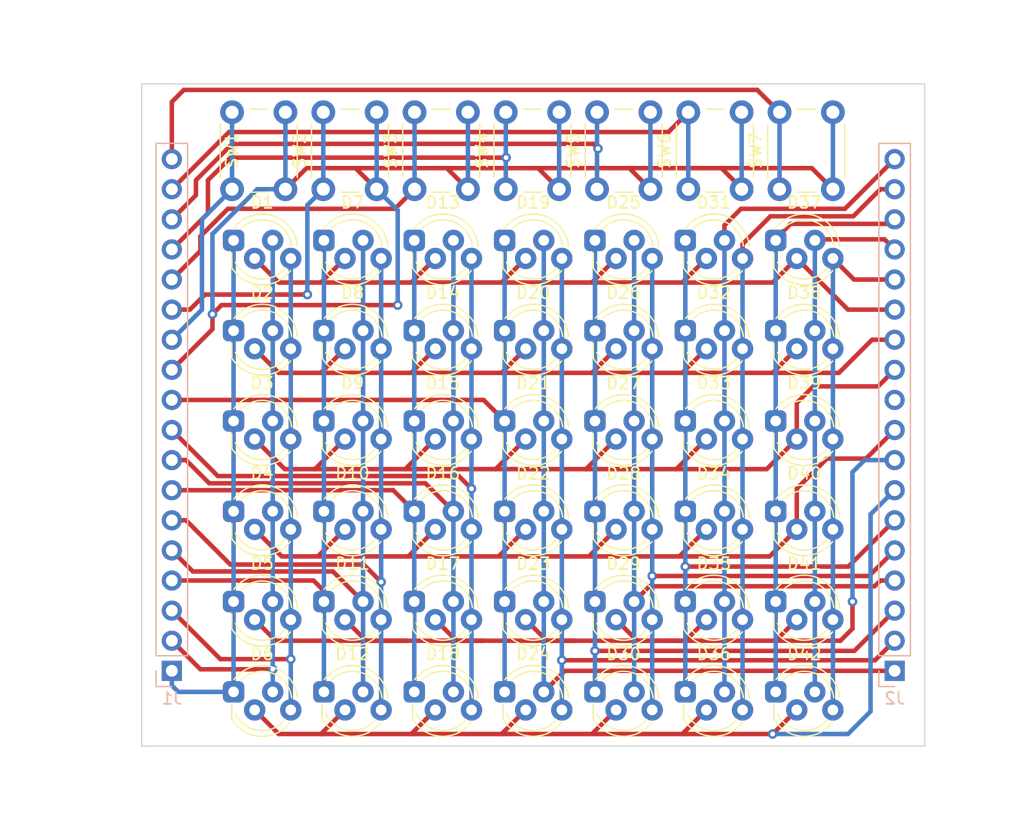
<source format=kicad_pcb>
(kicad_pcb (version 20171130) (host pcbnew "(5.1.5)-3")

  (general
    (thickness 1.6)
    (drawings 14)
    (tracks 303)
    (zones 0)
    (modules 51)
    (nets 37)
  )

  (page A4)
  (layers
    (0 F.Cu signal)
    (31 B.Cu signal)
    (32 B.Adhes user)
    (33 F.Adhes user)
    (34 B.Paste user)
    (35 F.Paste user)
    (36 B.SilkS user)
    (37 F.SilkS user)
    (38 B.Mask user)
    (39 F.Mask user)
    (40 Dwgs.User user)
    (41 Cmts.User user)
    (42 Eco1.User user)
    (43 Eco2.User user)
    (44 Edge.Cuts user)
    (45 Margin user)
    (46 B.CrtYd user hide)
    (47 F.CrtYd user hide)
    (48 B.Fab user hide)
    (49 F.Fab user hide)
  )

  (setup
    (last_trace_width 0.381)
    (trace_clearance 0.2032)
    (zone_clearance 0.508)
    (zone_45_only no)
    (trace_min 0.2)
    (via_size 0.8)
    (via_drill 0.4)
    (via_min_size 0.4)
    (via_min_drill 0.3)
    (uvia_size 0.3)
    (uvia_drill 0.1)
    (uvias_allowed no)
    (uvia_min_size 0.2)
    (uvia_min_drill 0.1)
    (edge_width 0.1)
    (segment_width 0.2)
    (pcb_text_width 0.3)
    (pcb_text_size 1.5 1.5)
    (mod_edge_width 0.15)
    (mod_text_size 1 1)
    (mod_text_width 0.15)
    (pad_size 1.524 1.524)
    (pad_drill 0.762)
    (pad_to_mask_clearance 0)
    (aux_axis_origin 0 0)
    (visible_elements 7FFFFFFF)
    (pcbplotparams
      (layerselection 0x010f0_ffffffff)
      (usegerberextensions false)
      (usegerberattributes false)
      (usegerberadvancedattributes false)
      (creategerberjobfile false)
      (excludeedgelayer true)
      (linewidth 0.100000)
      (plotframeref false)
      (viasonmask false)
      (mode 1)
      (useauxorigin false)
      (hpglpennumber 1)
      (hpglpenspeed 20)
      (hpglpendiameter 15.000000)
      (psnegative false)
      (psa4output false)
      (plotreference true)
      (plotvalue true)
      (plotinvisibletext false)
      (padsonsilk false)
      (subtractmaskfromsilk false)
      (outputformat 1)
      (mirror false)
      (drillshape 0)
      (scaleselection 1)
      (outputdirectory "Gerber/"))
  )

  (net 0 "")
  (net 1 /R1)
  (net 2 /R2)
  (net 3 /R3)
  (net 4 /R4)
  (net 5 /R5)
  (net 6 /R6)
  (net 7 /C5G)
  (net 8 /C5R)
  (net 9 /C4B)
  (net 10 /C4G)
  (net 11 /C4R)
  (net 12 /C3B)
  (net 13 /C3G)
  (net 14 /C3R)
  (net 15 /C2B)
  (net 16 /C2G)
  (net 17 /C2R)
  (net 18 /C1B)
  (net 19 /C1G)
  (net 20 /C1R)
  (net 21 /C7B)
  (net 22 /C7G)
  (net 23 /C7R)
  (net 24 /C6B)
  (net 25 /C6G)
  (net 26 /C6R)
  (net 27 /C5B)
  (net 28 /SW_7)
  (net 29 /SW_6)
  (net 30 /SW_5)
  (net 31 /SW_4)
  (net 32 /SW_3)
  (net 33 /SW_2)
  (net 34 /SW_1)
  (net 35 /SW_C)
  (net 36 "Net-(J2-Pad10)")

  (net_class Default "This is the default net class."
    (clearance 0.2032)
    (trace_width 0.381)
    (via_dia 0.8)
    (via_drill 0.4)
    (uvia_dia 0.3)
    (uvia_drill 0.1)
    (add_net /C1B)
    (add_net /C1G)
    (add_net /C1R)
    (add_net /C2B)
    (add_net /C2G)
    (add_net /C2R)
    (add_net /C3B)
    (add_net /C3G)
    (add_net /C3R)
    (add_net /C4B)
    (add_net /C4G)
    (add_net /C4R)
    (add_net /C5B)
    (add_net /C5G)
    (add_net /C5R)
    (add_net /C6B)
    (add_net /C6G)
    (add_net /C6R)
    (add_net /C7B)
    (add_net /C7G)
    (add_net /C7R)
    (add_net /R1)
    (add_net /R2)
    (add_net /R3)
    (add_net /R4)
    (add_net /R5)
    (add_net /R6)
    (add_net /SW_1)
    (add_net /SW_2)
    (add_net /SW_3)
    (add_net /SW_4)
    (add_net /SW_5)
    (add_net /SW_6)
    (add_net /SW_7)
    (add_net /SW_C)
    (add_net "Net-(J2-Pad10)")
  )

  (module Button_Switch_THT:SW_PUSH_6mm_H8mm (layer F.Cu) (tedit 5A02FE31) (tstamp 5E58A6CB)
    (at 236.673 59.69 90)
    (descr "tactile push button, 6x6mm e.g. PHAP33xx series, height=8mm")
    (tags "tact sw push 6mm")
    (path /60443043)
    (fp_text reference SW7 (at 3.25 -2 90) (layer F.SilkS)
      (effects (font (size 1 1) (thickness 0.15)))
    )
    (fp_text value SW_Push (at 3.75 6.7 90) (layer F.Fab)
      (effects (font (size 1 1) (thickness 0.15)))
    )
    (fp_circle (center 3.25 2.25) (end 1.25 2.5) (layer F.Fab) (width 0.1))
    (fp_line (start 6.75 3) (end 6.75 1.5) (layer F.SilkS) (width 0.12))
    (fp_line (start 5.5 -1) (end 1 -1) (layer F.SilkS) (width 0.12))
    (fp_line (start -0.25 1.5) (end -0.25 3) (layer F.SilkS) (width 0.12))
    (fp_line (start 1 5.5) (end 5.5 5.5) (layer F.SilkS) (width 0.12))
    (fp_line (start 8 -1.25) (end 8 5.75) (layer F.CrtYd) (width 0.05))
    (fp_line (start 7.75 6) (end -1.25 6) (layer F.CrtYd) (width 0.05))
    (fp_line (start -1.5 5.75) (end -1.5 -1.25) (layer F.CrtYd) (width 0.05))
    (fp_line (start -1.25 -1.5) (end 7.75 -1.5) (layer F.CrtYd) (width 0.05))
    (fp_line (start -1.5 6) (end -1.25 6) (layer F.CrtYd) (width 0.05))
    (fp_line (start -1.5 5.75) (end -1.5 6) (layer F.CrtYd) (width 0.05))
    (fp_line (start -1.5 -1.5) (end -1.25 -1.5) (layer F.CrtYd) (width 0.05))
    (fp_line (start -1.5 -1.25) (end -1.5 -1.5) (layer F.CrtYd) (width 0.05))
    (fp_line (start 8 -1.5) (end 8 -1.25) (layer F.CrtYd) (width 0.05))
    (fp_line (start 7.75 -1.5) (end 8 -1.5) (layer F.CrtYd) (width 0.05))
    (fp_line (start 8 6) (end 8 5.75) (layer F.CrtYd) (width 0.05))
    (fp_line (start 7.75 6) (end 8 6) (layer F.CrtYd) (width 0.05))
    (fp_line (start 0.25 -0.75) (end 3.25 -0.75) (layer F.Fab) (width 0.1))
    (fp_line (start 0.25 5.25) (end 0.25 -0.75) (layer F.Fab) (width 0.1))
    (fp_line (start 6.25 5.25) (end 0.25 5.25) (layer F.Fab) (width 0.1))
    (fp_line (start 6.25 -0.75) (end 6.25 5.25) (layer F.Fab) (width 0.1))
    (fp_line (start 3.25 -0.75) (end 6.25 -0.75) (layer F.Fab) (width 0.1))
    (fp_text user %R (at 3.25 2.25 90) (layer F.Fab)
      (effects (font (size 1 1) (thickness 0.15)))
    )
    (pad 1 thru_hole circle (at 6.5 0 180) (size 2 2) (drill 1.1) (layers *.Cu *.Mask)
      (net 28 /SW_7))
    (pad 2 thru_hole circle (at 6.5 4.5 180) (size 2 2) (drill 1.1) (layers *.Cu *.Mask)
      (net 35 /SW_C))
    (pad 1 thru_hole circle (at 0 0 180) (size 2 2) (drill 1.1) (layers *.Cu *.Mask)
      (net 28 /SW_7))
    (pad 2 thru_hole circle (at 0 4.5 180) (size 2 2) (drill 1.1) (layers *.Cu *.Mask)
      (net 35 /SW_C))
    (model ${KISYS3DMOD}/Button_Switch_THT.3dshapes/SW_PUSH_6mm_H8mm.wrl
      (at (xyz 0 0 0))
      (scale (xyz 1 1 1))
      (rotate (xyz 0 0 0))
    )
  )

  (module Button_Switch_THT:SW_PUSH_6mm_H8mm (layer F.Cu) (tedit 5A02FE31) (tstamp 5E548FB9)
    (at 228.9775 59.69 90)
    (descr "tactile push button, 6x6mm e.g. PHAP33xx series, height=8mm")
    (tags "tact sw push 6mm")
    (path /6040082E)
    (fp_text reference SW6 (at 3.25 -2 90) (layer F.SilkS)
      (effects (font (size 1 1) (thickness 0.15)))
    )
    (fp_text value SW_Push (at 3.75 6.7 90) (layer F.Fab)
      (effects (font (size 1 1) (thickness 0.15)))
    )
    (fp_circle (center 3.25 2.25) (end 1.25 2.5) (layer F.Fab) (width 0.1))
    (fp_line (start 6.75 3) (end 6.75 1.5) (layer F.SilkS) (width 0.12))
    (fp_line (start 5.5 -1) (end 1 -1) (layer F.SilkS) (width 0.12))
    (fp_line (start -0.25 1.5) (end -0.25 3) (layer F.SilkS) (width 0.12))
    (fp_line (start 1 5.5) (end 5.5 5.5) (layer F.SilkS) (width 0.12))
    (fp_line (start 8 -1.25) (end 8 5.75) (layer F.CrtYd) (width 0.05))
    (fp_line (start 7.75 6) (end -1.25 6) (layer F.CrtYd) (width 0.05))
    (fp_line (start -1.5 5.75) (end -1.5 -1.25) (layer F.CrtYd) (width 0.05))
    (fp_line (start -1.25 -1.5) (end 7.75 -1.5) (layer F.CrtYd) (width 0.05))
    (fp_line (start -1.5 6) (end -1.25 6) (layer F.CrtYd) (width 0.05))
    (fp_line (start -1.5 5.75) (end -1.5 6) (layer F.CrtYd) (width 0.05))
    (fp_line (start -1.5 -1.5) (end -1.25 -1.5) (layer F.CrtYd) (width 0.05))
    (fp_line (start -1.5 -1.25) (end -1.5 -1.5) (layer F.CrtYd) (width 0.05))
    (fp_line (start 8 -1.5) (end 8 -1.25) (layer F.CrtYd) (width 0.05))
    (fp_line (start 7.75 -1.5) (end 8 -1.5) (layer F.CrtYd) (width 0.05))
    (fp_line (start 8 6) (end 8 5.75) (layer F.CrtYd) (width 0.05))
    (fp_line (start 7.75 6) (end 8 6) (layer F.CrtYd) (width 0.05))
    (fp_line (start 0.25 -0.75) (end 3.25 -0.75) (layer F.Fab) (width 0.1))
    (fp_line (start 0.25 5.25) (end 0.25 -0.75) (layer F.Fab) (width 0.1))
    (fp_line (start 6.25 5.25) (end 0.25 5.25) (layer F.Fab) (width 0.1))
    (fp_line (start 6.25 -0.75) (end 6.25 5.25) (layer F.Fab) (width 0.1))
    (fp_line (start 3.25 -0.75) (end 6.25 -0.75) (layer F.Fab) (width 0.1))
    (fp_text user %R (at 3.25 2.25 90) (layer F.Fab)
      (effects (font (size 1 1) (thickness 0.15)))
    )
    (pad 1 thru_hole circle (at 6.5 0 180) (size 2 2) (drill 1.1) (layers *.Cu *.Mask)
      (net 29 /SW_6))
    (pad 2 thru_hole circle (at 6.5 4.5 180) (size 2 2) (drill 1.1) (layers *.Cu *.Mask)
      (net 35 /SW_C))
    (pad 1 thru_hole circle (at 0 0 180) (size 2 2) (drill 1.1) (layers *.Cu *.Mask)
      (net 29 /SW_6))
    (pad 2 thru_hole circle (at 0 4.5 180) (size 2 2) (drill 1.1) (layers *.Cu *.Mask)
      (net 35 /SW_C))
    (model ${KISYS3DMOD}/Button_Switch_THT.3dshapes/SW_PUSH_6mm_H8mm.wrl
      (at (xyz 0 0 0))
      (scale (xyz 1 1 1))
      (rotate (xyz 0 0 0))
    )
  )

  (module Button_Switch_THT:SW_PUSH_6mm_H8mm (layer F.Cu) (tedit 5A02FE31) (tstamp 5E548F9A)
    (at 221.282 59.69 90)
    (descr "tactile push button, 6x6mm e.g. PHAP33xx series, height=8mm")
    (tags "tact sw push 6mm")
    (path /603BDEAB)
    (fp_text reference SW5 (at 3.25 -2 90) (layer F.SilkS)
      (effects (font (size 1 1) (thickness 0.15)))
    )
    (fp_text value SW_Push (at 3.75 6.7 90) (layer F.Fab)
      (effects (font (size 1 1) (thickness 0.15)))
    )
    (fp_circle (center 3.25 2.25) (end 1.25 2.5) (layer F.Fab) (width 0.1))
    (fp_line (start 6.75 3) (end 6.75 1.5) (layer F.SilkS) (width 0.12))
    (fp_line (start 5.5 -1) (end 1 -1) (layer F.SilkS) (width 0.12))
    (fp_line (start -0.25 1.5) (end -0.25 3) (layer F.SilkS) (width 0.12))
    (fp_line (start 1 5.5) (end 5.5 5.5) (layer F.SilkS) (width 0.12))
    (fp_line (start 8 -1.25) (end 8 5.75) (layer F.CrtYd) (width 0.05))
    (fp_line (start 7.75 6) (end -1.25 6) (layer F.CrtYd) (width 0.05))
    (fp_line (start -1.5 5.75) (end -1.5 -1.25) (layer F.CrtYd) (width 0.05))
    (fp_line (start -1.25 -1.5) (end 7.75 -1.5) (layer F.CrtYd) (width 0.05))
    (fp_line (start -1.5 6) (end -1.25 6) (layer F.CrtYd) (width 0.05))
    (fp_line (start -1.5 5.75) (end -1.5 6) (layer F.CrtYd) (width 0.05))
    (fp_line (start -1.5 -1.5) (end -1.25 -1.5) (layer F.CrtYd) (width 0.05))
    (fp_line (start -1.5 -1.25) (end -1.5 -1.5) (layer F.CrtYd) (width 0.05))
    (fp_line (start 8 -1.5) (end 8 -1.25) (layer F.CrtYd) (width 0.05))
    (fp_line (start 7.75 -1.5) (end 8 -1.5) (layer F.CrtYd) (width 0.05))
    (fp_line (start 8 6) (end 8 5.75) (layer F.CrtYd) (width 0.05))
    (fp_line (start 7.75 6) (end 8 6) (layer F.CrtYd) (width 0.05))
    (fp_line (start 0.25 -0.75) (end 3.25 -0.75) (layer F.Fab) (width 0.1))
    (fp_line (start 0.25 5.25) (end 0.25 -0.75) (layer F.Fab) (width 0.1))
    (fp_line (start 6.25 5.25) (end 0.25 5.25) (layer F.Fab) (width 0.1))
    (fp_line (start 6.25 -0.75) (end 6.25 5.25) (layer F.Fab) (width 0.1))
    (fp_line (start 3.25 -0.75) (end 6.25 -0.75) (layer F.Fab) (width 0.1))
    (fp_text user %R (at 3.25 2.25 90) (layer F.Fab)
      (effects (font (size 1 1) (thickness 0.15)))
    )
    (pad 1 thru_hole circle (at 6.5 0 180) (size 2 2) (drill 1.1) (layers *.Cu *.Mask)
      (net 30 /SW_5))
    (pad 2 thru_hole circle (at 6.5 4.5 180) (size 2 2) (drill 1.1) (layers *.Cu *.Mask)
      (net 35 /SW_C))
    (pad 1 thru_hole circle (at 0 0 180) (size 2 2) (drill 1.1) (layers *.Cu *.Mask)
      (net 30 /SW_5))
    (pad 2 thru_hole circle (at 0 4.5 180) (size 2 2) (drill 1.1) (layers *.Cu *.Mask)
      (net 35 /SW_C))
    (model ${KISYS3DMOD}/Button_Switch_THT.3dshapes/SW_PUSH_6mm_H8mm.wrl
      (at (xyz 0 0 0))
      (scale (xyz 1 1 1))
      (rotate (xyz 0 0 0))
    )
  )

  (module Button_Switch_THT:SW_PUSH_6mm_H8mm (layer F.Cu) (tedit 5A02FE31) (tstamp 5E548F7B)
    (at 213.5865 59.69 90)
    (descr "tactile push button, 6x6mm e.g. PHAP33xx series, height=8mm")
    (tags "tact sw push 6mm")
    (path /6037B6F5)
    (fp_text reference SW4 (at 3.25 -2 90) (layer F.SilkS)
      (effects (font (size 1 1) (thickness 0.15)))
    )
    (fp_text value SW_Push (at 3.75 6.7 90) (layer F.Fab)
      (effects (font (size 1 1) (thickness 0.15)))
    )
    (fp_circle (center 3.25 2.25) (end 1.25 2.5) (layer F.Fab) (width 0.1))
    (fp_line (start 6.75 3) (end 6.75 1.5) (layer F.SilkS) (width 0.12))
    (fp_line (start 5.5 -1) (end 1 -1) (layer F.SilkS) (width 0.12))
    (fp_line (start -0.25 1.5) (end -0.25 3) (layer F.SilkS) (width 0.12))
    (fp_line (start 1 5.5) (end 5.5 5.5) (layer F.SilkS) (width 0.12))
    (fp_line (start 8 -1.25) (end 8 5.75) (layer F.CrtYd) (width 0.05))
    (fp_line (start 7.75 6) (end -1.25 6) (layer F.CrtYd) (width 0.05))
    (fp_line (start -1.5 5.75) (end -1.5 -1.25) (layer F.CrtYd) (width 0.05))
    (fp_line (start -1.25 -1.5) (end 7.75 -1.5) (layer F.CrtYd) (width 0.05))
    (fp_line (start -1.5 6) (end -1.25 6) (layer F.CrtYd) (width 0.05))
    (fp_line (start -1.5 5.75) (end -1.5 6) (layer F.CrtYd) (width 0.05))
    (fp_line (start -1.5 -1.5) (end -1.25 -1.5) (layer F.CrtYd) (width 0.05))
    (fp_line (start -1.5 -1.25) (end -1.5 -1.5) (layer F.CrtYd) (width 0.05))
    (fp_line (start 8 -1.5) (end 8 -1.25) (layer F.CrtYd) (width 0.05))
    (fp_line (start 7.75 -1.5) (end 8 -1.5) (layer F.CrtYd) (width 0.05))
    (fp_line (start 8 6) (end 8 5.75) (layer F.CrtYd) (width 0.05))
    (fp_line (start 7.75 6) (end 8 6) (layer F.CrtYd) (width 0.05))
    (fp_line (start 0.25 -0.75) (end 3.25 -0.75) (layer F.Fab) (width 0.1))
    (fp_line (start 0.25 5.25) (end 0.25 -0.75) (layer F.Fab) (width 0.1))
    (fp_line (start 6.25 5.25) (end 0.25 5.25) (layer F.Fab) (width 0.1))
    (fp_line (start 6.25 -0.75) (end 6.25 5.25) (layer F.Fab) (width 0.1))
    (fp_line (start 3.25 -0.75) (end 6.25 -0.75) (layer F.Fab) (width 0.1))
    (fp_text user %R (at 3.25 2.25 90) (layer F.Fab)
      (effects (font (size 1 1) (thickness 0.15)))
    )
    (pad 1 thru_hole circle (at 6.5 0 180) (size 2 2) (drill 1.1) (layers *.Cu *.Mask)
      (net 31 /SW_4))
    (pad 2 thru_hole circle (at 6.5 4.5 180) (size 2 2) (drill 1.1) (layers *.Cu *.Mask)
      (net 35 /SW_C))
    (pad 1 thru_hole circle (at 0 0 180) (size 2 2) (drill 1.1) (layers *.Cu *.Mask)
      (net 31 /SW_4))
    (pad 2 thru_hole circle (at 0 4.5 180) (size 2 2) (drill 1.1) (layers *.Cu *.Mask)
      (net 35 /SW_C))
    (model ${KISYS3DMOD}/Button_Switch_THT.3dshapes/SW_PUSH_6mm_H8mm.wrl
      (at (xyz 0 0 0))
      (scale (xyz 1 1 1))
      (rotate (xyz 0 0 0))
    )
  )

  (module Button_Switch_THT:SW_PUSH_6mm_H8mm (layer F.Cu) (tedit 5A02FE31) (tstamp 5E548F5C)
    (at 205.891 59.69 90)
    (descr "tactile push button, 6x6mm e.g. PHAP33xx series, height=8mm")
    (tags "tact sw push 6mm")
    (path /60338F2C)
    (fp_text reference SW3 (at 3.25 -2 90) (layer F.SilkS)
      (effects (font (size 1 1) (thickness 0.15)))
    )
    (fp_text value SW_Push (at 3.75 6.7 90) (layer F.Fab)
      (effects (font (size 1 1) (thickness 0.15)))
    )
    (fp_circle (center 3.25 2.25) (end 1.25 2.5) (layer F.Fab) (width 0.1))
    (fp_line (start 6.75 3) (end 6.75 1.5) (layer F.SilkS) (width 0.12))
    (fp_line (start 5.5 -1) (end 1 -1) (layer F.SilkS) (width 0.12))
    (fp_line (start -0.25 1.5) (end -0.25 3) (layer F.SilkS) (width 0.12))
    (fp_line (start 1 5.5) (end 5.5 5.5) (layer F.SilkS) (width 0.12))
    (fp_line (start 8 -1.25) (end 8 5.75) (layer F.CrtYd) (width 0.05))
    (fp_line (start 7.75 6) (end -1.25 6) (layer F.CrtYd) (width 0.05))
    (fp_line (start -1.5 5.75) (end -1.5 -1.25) (layer F.CrtYd) (width 0.05))
    (fp_line (start -1.25 -1.5) (end 7.75 -1.5) (layer F.CrtYd) (width 0.05))
    (fp_line (start -1.5 6) (end -1.25 6) (layer F.CrtYd) (width 0.05))
    (fp_line (start -1.5 5.75) (end -1.5 6) (layer F.CrtYd) (width 0.05))
    (fp_line (start -1.5 -1.5) (end -1.25 -1.5) (layer F.CrtYd) (width 0.05))
    (fp_line (start -1.5 -1.25) (end -1.5 -1.5) (layer F.CrtYd) (width 0.05))
    (fp_line (start 8 -1.5) (end 8 -1.25) (layer F.CrtYd) (width 0.05))
    (fp_line (start 7.75 -1.5) (end 8 -1.5) (layer F.CrtYd) (width 0.05))
    (fp_line (start 8 6) (end 8 5.75) (layer F.CrtYd) (width 0.05))
    (fp_line (start 7.75 6) (end 8 6) (layer F.CrtYd) (width 0.05))
    (fp_line (start 0.25 -0.75) (end 3.25 -0.75) (layer F.Fab) (width 0.1))
    (fp_line (start 0.25 5.25) (end 0.25 -0.75) (layer F.Fab) (width 0.1))
    (fp_line (start 6.25 5.25) (end 0.25 5.25) (layer F.Fab) (width 0.1))
    (fp_line (start 6.25 -0.75) (end 6.25 5.25) (layer F.Fab) (width 0.1))
    (fp_line (start 3.25 -0.75) (end 6.25 -0.75) (layer F.Fab) (width 0.1))
    (fp_text user %R (at 3.25 2.25 90) (layer F.Fab)
      (effects (font (size 1 1) (thickness 0.15)))
    )
    (pad 1 thru_hole circle (at 6.5 0 180) (size 2 2) (drill 1.1) (layers *.Cu *.Mask)
      (net 32 /SW_3))
    (pad 2 thru_hole circle (at 6.5 4.5 180) (size 2 2) (drill 1.1) (layers *.Cu *.Mask)
      (net 35 /SW_C))
    (pad 1 thru_hole circle (at 0 0 180) (size 2 2) (drill 1.1) (layers *.Cu *.Mask)
      (net 32 /SW_3))
    (pad 2 thru_hole circle (at 0 4.5 180) (size 2 2) (drill 1.1) (layers *.Cu *.Mask)
      (net 35 /SW_C))
    (model ${KISYS3DMOD}/Button_Switch_THT.3dshapes/SW_PUSH_6mm_H8mm.wrl
      (at (xyz 0 0 0))
      (scale (xyz 1 1 1))
      (rotate (xyz 0 0 0))
    )
  )

  (module Button_Switch_THT:SW_PUSH_6mm_H8mm (layer F.Cu) (tedit 5A02FE31) (tstamp 5E548F3D)
    (at 198.1955 59.69 90)
    (descr "tactile push button, 6x6mm e.g. PHAP33xx series, height=8mm")
    (tags "tact sw push 6mm")
    (path /602F6770)
    (fp_text reference SW2 (at 3.25 -2 90) (layer F.SilkS)
      (effects (font (size 1 1) (thickness 0.15)))
    )
    (fp_text value SW_Push (at 3.75 6.7 90) (layer F.Fab)
      (effects (font (size 1 1) (thickness 0.15)))
    )
    (fp_circle (center 3.25 2.25) (end 1.25 2.5) (layer F.Fab) (width 0.1))
    (fp_line (start 6.75 3) (end 6.75 1.5) (layer F.SilkS) (width 0.12))
    (fp_line (start 5.5 -1) (end 1 -1) (layer F.SilkS) (width 0.12))
    (fp_line (start -0.25 1.5) (end -0.25 3) (layer F.SilkS) (width 0.12))
    (fp_line (start 1 5.5) (end 5.5 5.5) (layer F.SilkS) (width 0.12))
    (fp_line (start 8 -1.25) (end 8 5.75) (layer F.CrtYd) (width 0.05))
    (fp_line (start 7.75 6) (end -1.25 6) (layer F.CrtYd) (width 0.05))
    (fp_line (start -1.5 5.75) (end -1.5 -1.25) (layer F.CrtYd) (width 0.05))
    (fp_line (start -1.25 -1.5) (end 7.75 -1.5) (layer F.CrtYd) (width 0.05))
    (fp_line (start -1.5 6) (end -1.25 6) (layer F.CrtYd) (width 0.05))
    (fp_line (start -1.5 5.75) (end -1.5 6) (layer F.CrtYd) (width 0.05))
    (fp_line (start -1.5 -1.5) (end -1.25 -1.5) (layer F.CrtYd) (width 0.05))
    (fp_line (start -1.5 -1.25) (end -1.5 -1.5) (layer F.CrtYd) (width 0.05))
    (fp_line (start 8 -1.5) (end 8 -1.25) (layer F.CrtYd) (width 0.05))
    (fp_line (start 7.75 -1.5) (end 8 -1.5) (layer F.CrtYd) (width 0.05))
    (fp_line (start 8 6) (end 8 5.75) (layer F.CrtYd) (width 0.05))
    (fp_line (start 7.75 6) (end 8 6) (layer F.CrtYd) (width 0.05))
    (fp_line (start 0.25 -0.75) (end 3.25 -0.75) (layer F.Fab) (width 0.1))
    (fp_line (start 0.25 5.25) (end 0.25 -0.75) (layer F.Fab) (width 0.1))
    (fp_line (start 6.25 5.25) (end 0.25 5.25) (layer F.Fab) (width 0.1))
    (fp_line (start 6.25 -0.75) (end 6.25 5.25) (layer F.Fab) (width 0.1))
    (fp_line (start 3.25 -0.75) (end 6.25 -0.75) (layer F.Fab) (width 0.1))
    (fp_text user %R (at 3.25 2.25 90) (layer F.Fab)
      (effects (font (size 1 1) (thickness 0.15)))
    )
    (pad 1 thru_hole circle (at 6.5 0 180) (size 2 2) (drill 1.1) (layers *.Cu *.Mask)
      (net 33 /SW_2))
    (pad 2 thru_hole circle (at 6.5 4.5 180) (size 2 2) (drill 1.1) (layers *.Cu *.Mask)
      (net 35 /SW_C))
    (pad 1 thru_hole circle (at 0 0 180) (size 2 2) (drill 1.1) (layers *.Cu *.Mask)
      (net 33 /SW_2))
    (pad 2 thru_hole circle (at 0 4.5 180) (size 2 2) (drill 1.1) (layers *.Cu *.Mask)
      (net 35 /SW_C))
    (model ${KISYS3DMOD}/Button_Switch_THT.3dshapes/SW_PUSH_6mm_H8mm.wrl
      (at (xyz 0 0 0))
      (scale (xyz 1 1 1))
      (rotate (xyz 0 0 0))
    )
  )

  (module Button_Switch_THT:SW_PUSH_6mm_H8mm (layer F.Cu) (tedit 5A02FE31) (tstamp 5E548F1E)
    (at 190.5 59.69 90)
    (descr "tactile push button, 6x6mm e.g. PHAP33xx series, height=8mm")
    (tags "tact sw push 6mm")
    (path /5E581848)
    (fp_text reference SW1 (at 3.25 0 90) (layer F.SilkS)
      (effects (font (size 1 1) (thickness 0.15)))
    )
    (fp_text value SW_Push (at 3.75 6.7 90) (layer F.Fab)
      (effects (font (size 1 1) (thickness 0.15)))
    )
    (fp_circle (center 3.25 2.25) (end 1.25 2.5) (layer F.Fab) (width 0.1))
    (fp_line (start 6.75 3) (end 6.75 1.5) (layer F.SilkS) (width 0.12))
    (fp_line (start 5.5 -1) (end 1 -1) (layer F.SilkS) (width 0.12))
    (fp_line (start -0.25 1.5) (end -0.25 3) (layer F.SilkS) (width 0.12))
    (fp_line (start 1 5.5) (end 5.5 5.5) (layer F.SilkS) (width 0.12))
    (fp_line (start 8 -1.25) (end 8 5.75) (layer F.CrtYd) (width 0.05))
    (fp_line (start 7.75 6) (end -1.25 6) (layer F.CrtYd) (width 0.05))
    (fp_line (start -1.5 5.75) (end -1.5 -1.25) (layer F.CrtYd) (width 0.05))
    (fp_line (start -1.25 -1.5) (end 7.75 -1.5) (layer F.CrtYd) (width 0.05))
    (fp_line (start -1.5 6) (end -1.25 6) (layer F.CrtYd) (width 0.05))
    (fp_line (start -1.5 5.75) (end -1.5 6) (layer F.CrtYd) (width 0.05))
    (fp_line (start -1.5 -1.5) (end -1.25 -1.5) (layer F.CrtYd) (width 0.05))
    (fp_line (start -1.5 -1.25) (end -1.5 -1.5) (layer F.CrtYd) (width 0.05))
    (fp_line (start 8 -1.5) (end 8 -1.25) (layer F.CrtYd) (width 0.05))
    (fp_line (start 7.75 -1.5) (end 8 -1.5) (layer F.CrtYd) (width 0.05))
    (fp_line (start 8 6) (end 8 5.75) (layer F.CrtYd) (width 0.05))
    (fp_line (start 7.75 6) (end 8 6) (layer F.CrtYd) (width 0.05))
    (fp_line (start 0.25 -0.75) (end 3.25 -0.75) (layer F.Fab) (width 0.1))
    (fp_line (start 0.25 5.25) (end 0.25 -0.75) (layer F.Fab) (width 0.1))
    (fp_line (start 6.25 5.25) (end 0.25 5.25) (layer F.Fab) (width 0.1))
    (fp_line (start 6.25 -0.75) (end 6.25 5.25) (layer F.Fab) (width 0.1))
    (fp_line (start 3.25 -0.75) (end 6.25 -0.75) (layer F.Fab) (width 0.1))
    (fp_text user %R (at 3.25 2.25 90) (layer F.Fab)
      (effects (font (size 1 1) (thickness 0.15)))
    )
    (pad 1 thru_hole circle (at 6.5 0 180) (size 2 2) (drill 1.1) (layers *.Cu *.Mask)
      (net 34 /SW_1))
    (pad 2 thru_hole circle (at 6.5 4.5 180) (size 2 2) (drill 1.1) (layers *.Cu *.Mask)
      (net 35 /SW_C))
    (pad 1 thru_hole circle (at 0 0 180) (size 2 2) (drill 1.1) (layers *.Cu *.Mask)
      (net 34 /SW_1))
    (pad 2 thru_hole circle (at 0 4.5 180) (size 2 2) (drill 1.1) (layers *.Cu *.Mask)
      (net 35 /SW_C))
    (model ${KISYS3DMOD}/Button_Switch_THT.3dshapes/SW_PUSH_6mm_H8mm.wrl
      (at (xyz 0 0 0))
      (scale (xyz 1 1 1))
      (rotate (xyz 0 0 0))
    )
  )

  (module Connector_PinHeader_2.54mm:PinHeader_1x18_P2.54mm_Vertical (layer B.Cu) (tedit 59FED5CC) (tstamp 5E58AA98)
    (at 246.38 100.33)
    (descr "Through hole straight pin header, 1x18, 2.54mm pitch, single row")
    (tags "Through hole pin header THT 1x18 2.54mm single row")
    (path /5EB6C8C4)
    (fp_text reference J2 (at 0 2.33) (layer B.SilkS)
      (effects (font (size 1 1) (thickness 0.15)) (justify mirror))
    )
    (fp_text value Conn_01x18_Male (at 0 -45.51) (layer B.Fab)
      (effects (font (size 1 1) (thickness 0.15)) (justify mirror))
    )
    (fp_text user %R (at 0 -21.59 270) (layer B.Fab)
      (effects (font (size 1 1) (thickness 0.15)) (justify mirror))
    )
    (fp_line (start 1.8 1.8) (end -1.8 1.8) (layer B.CrtYd) (width 0.05))
    (fp_line (start 1.8 -44.95) (end 1.8 1.8) (layer B.CrtYd) (width 0.05))
    (fp_line (start -1.8 -44.95) (end 1.8 -44.95) (layer B.CrtYd) (width 0.05))
    (fp_line (start -1.8 1.8) (end -1.8 -44.95) (layer B.CrtYd) (width 0.05))
    (fp_line (start -1.33 1.33) (end 0 1.33) (layer B.SilkS) (width 0.12))
    (fp_line (start -1.33 0) (end -1.33 1.33) (layer B.SilkS) (width 0.12))
    (fp_line (start -1.33 -1.27) (end 1.33 -1.27) (layer B.SilkS) (width 0.12))
    (fp_line (start 1.33 -1.27) (end 1.33 -44.51) (layer B.SilkS) (width 0.12))
    (fp_line (start -1.33 -1.27) (end -1.33 -44.51) (layer B.SilkS) (width 0.12))
    (fp_line (start -1.33 -44.51) (end 1.33 -44.51) (layer B.SilkS) (width 0.12))
    (fp_line (start -1.27 0.635) (end -0.635 1.27) (layer B.Fab) (width 0.1))
    (fp_line (start -1.27 -44.45) (end -1.27 0.635) (layer B.Fab) (width 0.1))
    (fp_line (start 1.27 -44.45) (end -1.27 -44.45) (layer B.Fab) (width 0.1))
    (fp_line (start 1.27 1.27) (end 1.27 -44.45) (layer B.Fab) (width 0.1))
    (fp_line (start -0.635 1.27) (end 1.27 1.27) (layer B.Fab) (width 0.1))
    (pad 18 thru_hole oval (at 0 -43.18) (size 1.7 1.7) (drill 1) (layers *.Cu *.Mask)
      (net 25 /C6G))
    (pad 17 thru_hole oval (at 0 -40.64) (size 1.7 1.7) (drill 1) (layers *.Cu *.Mask)
      (net 24 /C6B))
    (pad 16 thru_hole oval (at 0 -38.1) (size 1.7 1.7) (drill 1) (layers *.Cu *.Mask)
      (net 23 /C7R))
    (pad 15 thru_hole oval (at 0 -35.56) (size 1.7 1.7) (drill 1) (layers *.Cu *.Mask)
      (net 22 /C7G))
    (pad 14 thru_hole oval (at 0 -33.02) (size 1.7 1.7) (drill 1) (layers *.Cu *.Mask)
      (net 21 /C7B))
    (pad 13 thru_hole oval (at 0 -30.48) (size 1.7 1.7) (drill 1) (layers *.Cu *.Mask)
      (net 1 /R1))
    (pad 12 thru_hole oval (at 0 -27.94) (size 1.7 1.7) (drill 1) (layers *.Cu *.Mask)
      (net 2 /R2))
    (pad 11 thru_hole oval (at 0 -25.4) (size 1.7 1.7) (drill 1) (layers *.Cu *.Mask)
      (net 3 /R3))
    (pad 10 thru_hole oval (at 0 -22.86) (size 1.7 1.7) (drill 1) (layers *.Cu *.Mask)
      (net 36 "Net-(J2-Pad10)"))
    (pad 9 thru_hole oval (at 0 -20.32) (size 1.7 1.7) (drill 1) (layers *.Cu *.Mask)
      (net 4 /R4))
    (pad 8 thru_hole oval (at 0 -17.78) (size 1.7 1.7) (drill 1) (layers *.Cu *.Mask)
      (net 5 /R5))
    (pad 7 thru_hole oval (at 0 -15.24) (size 1.7 1.7) (drill 1) (layers *.Cu *.Mask)
      (net 6 /R6))
    (pad 6 thru_hole oval (at 0 -12.7) (size 1.7 1.7) (drill 1) (layers *.Cu *.Mask)
      (net 26 /C6R))
    (pad 5 thru_hole oval (at 0 -10.16) (size 1.7 1.7) (drill 1) (layers *.Cu *.Mask)
      (net 27 /C5B))
    (pad 4 thru_hole oval (at 0 -7.62) (size 1.7 1.7) (drill 1) (layers *.Cu *.Mask)
      (net 7 /C5G))
    (pad 3 thru_hole oval (at 0 -5.08) (size 1.7 1.7) (drill 1) (layers *.Cu *.Mask)
      (net 8 /C5R))
    (pad 2 thru_hole oval (at 0 -2.54) (size 1.7 1.7) (drill 1) (layers *.Cu *.Mask)
      (net 9 /C4B))
    (pad 1 thru_hole rect (at 0 0) (size 1.7 1.7) (drill 1) (layers *.Cu *.Mask)
      (net 10 /C4G))
    (model ${KISYS3DMOD}/Connector_PinHeader_2.54mm.3dshapes/PinHeader_1x18_P2.54mm_Vertical.wrl
      (at (xyz 0 0 0))
      (scale (xyz 1 1 1))
      (rotate (xyz 0 0 0))
    )
  )

  (module Connector_PinHeader_2.54mm:PinHeader_1x18_P2.54mm_Vertical (layer B.Cu) (tedit 59FED5CC) (tstamp 5E58CFEB)
    (at 185.42 100.33)
    (descr "Through hole straight pin header, 1x18, 2.54mm pitch, single row")
    (tags "Through hole pin header THT 1x18 2.54mm single row")
    (path /5EB65F61)
    (fp_text reference J1 (at 0 2.33) (layer B.SilkS)
      (effects (font (size 1 1) (thickness 0.15)) (justify mirror))
    )
    (fp_text value Conn_01x18_Male (at 0 -45.51) (layer B.Fab)
      (effects (font (size 1 1) (thickness 0.15)) (justify mirror))
    )
    (fp_line (start -0.635 1.27) (end 1.27 1.27) (layer B.Fab) (width 0.1))
    (fp_line (start 1.27 1.27) (end 1.27 -44.45) (layer B.Fab) (width 0.1))
    (fp_line (start 1.27 -44.45) (end -1.27 -44.45) (layer B.Fab) (width 0.1))
    (fp_line (start -1.27 -44.45) (end -1.27 0.635) (layer B.Fab) (width 0.1))
    (fp_line (start -1.27 0.635) (end -0.635 1.27) (layer B.Fab) (width 0.1))
    (fp_line (start -1.33 -44.51) (end 1.33 -44.51) (layer B.SilkS) (width 0.12))
    (fp_line (start -1.33 -1.27) (end -1.33 -44.51) (layer B.SilkS) (width 0.12))
    (fp_line (start 1.33 -1.27) (end 1.33 -44.51) (layer B.SilkS) (width 0.12))
    (fp_line (start -1.33 -1.27) (end 1.33 -1.27) (layer B.SilkS) (width 0.12))
    (fp_line (start -1.33 0) (end -1.33 1.33) (layer B.SilkS) (width 0.12))
    (fp_line (start -1.33 1.33) (end 0 1.33) (layer B.SilkS) (width 0.12))
    (fp_line (start -1.8 1.8) (end -1.8 -44.95) (layer B.CrtYd) (width 0.05))
    (fp_line (start -1.8 -44.95) (end 1.8 -44.95) (layer B.CrtYd) (width 0.05))
    (fp_line (start 1.8 -44.95) (end 1.8 1.8) (layer B.CrtYd) (width 0.05))
    (fp_line (start 1.8 1.8) (end -1.8 1.8) (layer B.CrtYd) (width 0.05))
    (fp_text user %R (at 0 -21.59 270) (layer B.Fab)
      (effects (font (size 1 1) (thickness 0.15)) (justify mirror))
    )
    (pad 1 thru_hole rect (at 0 0) (size 1.7 1.7) (drill 1) (layers *.Cu *.Mask)
      (net 20 /C1R))
    (pad 2 thru_hole oval (at 0 -2.54) (size 1.7 1.7) (drill 1) (layers *.Cu *.Mask)
      (net 19 /C1G))
    (pad 3 thru_hole oval (at 0 -5.08) (size 1.7 1.7) (drill 1) (layers *.Cu *.Mask)
      (net 18 /C1B))
    (pad 4 thru_hole oval (at 0 -7.62) (size 1.7 1.7) (drill 1) (layers *.Cu *.Mask)
      (net 17 /C2R))
    (pad 5 thru_hole oval (at 0 -10.16) (size 1.7 1.7) (drill 1) (layers *.Cu *.Mask)
      (net 16 /C2G))
    (pad 6 thru_hole oval (at 0 -12.7) (size 1.7 1.7) (drill 1) (layers *.Cu *.Mask)
      (net 15 /C2B))
    (pad 7 thru_hole oval (at 0 -15.24) (size 1.7 1.7) (drill 1) (layers *.Cu *.Mask)
      (net 14 /C3R))
    (pad 8 thru_hole oval (at 0 -17.78) (size 1.7 1.7) (drill 1) (layers *.Cu *.Mask)
      (net 13 /C3G))
    (pad 9 thru_hole oval (at 0 -20.32) (size 1.7 1.7) (drill 1) (layers *.Cu *.Mask)
      (net 12 /C3B))
    (pad 10 thru_hole oval (at 0 -22.86) (size 1.7 1.7) (drill 1) (layers *.Cu *.Mask)
      (net 11 /C4R))
    (pad 11 thru_hole oval (at 0 -25.4) (size 1.7 1.7) (drill 1) (layers *.Cu *.Mask)
      (net 35 /SW_C))
    (pad 12 thru_hole oval (at 0 -27.94) (size 1.7 1.7) (drill 1) (layers *.Cu *.Mask)
      (net 34 /SW_1))
    (pad 13 thru_hole oval (at 0 -30.48) (size 1.7 1.7) (drill 1) (layers *.Cu *.Mask)
      (net 33 /SW_2))
    (pad 14 thru_hole oval (at 0 -33.02) (size 1.7 1.7) (drill 1) (layers *.Cu *.Mask)
      (net 32 /SW_3))
    (pad 15 thru_hole oval (at 0 -35.56) (size 1.7 1.7) (drill 1) (layers *.Cu *.Mask)
      (net 31 /SW_4))
    (pad 16 thru_hole oval (at 0 -38.1) (size 1.7 1.7) (drill 1) (layers *.Cu *.Mask)
      (net 30 /SW_5))
    (pad 17 thru_hole oval (at 0 -40.64) (size 1.7 1.7) (drill 1) (layers *.Cu *.Mask)
      (net 29 /SW_6))
    (pad 18 thru_hole oval (at 0 -43.18) (size 1.7 1.7) (drill 1) (layers *.Cu *.Mask)
      (net 28 /SW_7))
    (model ${KISYS3DMOD}/Connector_PinHeader_2.54mm.3dshapes/PinHeader_1x18_P2.54mm_Vertical.wrl
      (at (xyz 0 0 0))
      (scale (xyz 1 1 1))
      (rotate (xyz 0 0 0))
    )
  )

  (module LED_THT:LED_D5.0mm-4_RGB_Staggered_Pins (layer F.Cu) (tedit 5B74F6B5) (tstamp 5E517BC5)
    (at 205.867 102.108)
    (descr "LED, diameter 5.0mm, 2 pins, diameter 5.0mm, 3 pins, diameter 5.0mm, 4 pins, http://www.kingbright.com/attachments/file/psearch/000/00/00/L-154A4SUREQBFZGEW(Ver.9A).pdf")
    (tags "LED diameter 5.0mm 2 pins diameter 5.0mm 3 pins diameter 5.0mm 4 pins RGB RGBLED")
    (path /5E586F95)
    (fp_text reference D18 (at 2.413 -3.198) (layer F.SilkS)
      (effects (font (size 1 1) (thickness 0.15)))
    )
    (fp_text value LED_RCGB (at 2.667 4.722) (layer F.Fab)
      (effects (font (size 1 1) (thickness 0.15)))
    )
    (fp_line (start -1.02 -2.49) (end 5.83 -2.49) (layer F.CrtYd) (width 0.05))
    (fp_line (start -1.02 4.01) (end -1.02 -2.49) (layer F.CrtYd) (width 0.05))
    (fp_line (start 5.84 4.01) (end -1.02 4.01) (layer F.CrtYd) (width 0.05))
    (fp_line (start 5.84 -2.49) (end 5.84 4.01) (layer F.CrtYd) (width 0.05))
    (fp_text user %R (at 2.413 -3.198) (layer F.Fab)
      (effects (font (size 1 1) (thickness 0.15)))
    )
    (fp_arc (start 2.413 0.762) (end 0.660401 -1.015999) (angle 128) (layer F.SilkS) (width 0.12))
    (fp_arc (start 2.413 0.762) (end -0.087 -0.707694) (angle 299.1) (layer F.Fab) (width 0.1))
    (fp_arc (start 2.413 0.762) (end 0.028 -1.038) (angle 138) (layer F.SilkS) (width 0.12))
    (fp_arc (start 2.413 0.762) (end -0.147 2.30683) (angle -112) (layer F.SilkS) (width 0.12))
    (fp_arc (start 2.413 0.762) (end 0.158316 1.842) (angle -116) (layer F.SilkS) (width 0.12))
    (fp_circle (center 2.413 0.762) (end 4.913 0.762) (layer F.Fab) (width 0.1))
    (fp_line (start -0.087 -0.707694) (end -0.087 2.231694) (layer F.Fab) (width 0.1))
    (fp_line (start -0.147 1.061188) (end -0.147 2.307) (layer F.SilkS) (width 0.12))
    (pad 1 thru_hole roundrect (at 0 0) (size 1.8 1.8) (drill 0.9) (layers *.Cu *.Mask) (roundrect_rratio 0.25)
      (net 14 /C3R))
    (pad 2 thru_hole circle (at 1.778 1.524) (size 1.8 1.8) (drill 0.9) (layers *.Cu *.Mask)
      (net 6 /R6))
    (pad 3 thru_hole circle (at 3.302 0) (size 1.8 1.8) (drill 0.9) (layers *.Cu *.Mask)
      (net 13 /C3G))
    (pad 4 thru_hole circle (at 4.826 1.524) (size 1.8 1.8) (drill 0.9) (layers *.Cu *.Mask)
      (net 12 /C3B))
    (model ${KISYS3DMOD}/LED_THT.3dshapes/LED_D5.0mm-4_RGB_Staggered_Pins.wrl
      (at (xyz 0 0 0))
      (scale (xyz 1 1 1))
      (rotate (xyz 0 0 0))
    )
  )

  (module LED_THT:LED_D5.0mm-4_RGB_Staggered_Pins (layer F.Cu) (tedit 5B74F6B5) (tstamp 5E517F0D)
    (at 236.347 102.108)
    (descr "LED, diameter 5.0mm, 2 pins, diameter 5.0mm, 3 pins, diameter 5.0mm, 4 pins, http://www.kingbright.com/attachments/file/psearch/000/00/00/L-154A4SUREQBFZGEW(Ver.9A).pdf")
    (tags "LED diameter 5.0mm 2 pins diameter 5.0mm 3 pins diameter 5.0mm 4 pins RGB RGBLED")
    (path /5E587151)
    (fp_text reference D42 (at 2.413 -3.198) (layer F.SilkS)
      (effects (font (size 1 1) (thickness 0.15)))
    )
    (fp_text value LED_RCGB (at 2.667 4.722) (layer F.Fab)
      (effects (font (size 1 1) (thickness 0.15)))
    )
    (fp_line (start -1.02 -2.49) (end 5.83 -2.49) (layer F.CrtYd) (width 0.05))
    (fp_line (start -1.02 4.01) (end -1.02 -2.49) (layer F.CrtYd) (width 0.05))
    (fp_line (start 5.84 4.01) (end -1.02 4.01) (layer F.CrtYd) (width 0.05))
    (fp_line (start 5.84 -2.49) (end 5.84 4.01) (layer F.CrtYd) (width 0.05))
    (fp_text user %R (at 2.413 -3.198) (layer F.Fab)
      (effects (font (size 1 1) (thickness 0.15)))
    )
    (fp_arc (start 2.413 0.762) (end 0.660401 -1.015999) (angle 128) (layer F.SilkS) (width 0.12))
    (fp_arc (start 2.413 0.762) (end -0.087 -0.707694) (angle 299.1) (layer F.Fab) (width 0.1))
    (fp_arc (start 2.413 0.762) (end 0.028 -1.038) (angle 138) (layer F.SilkS) (width 0.12))
    (fp_arc (start 2.413 0.762) (end -0.147 2.30683) (angle -112) (layer F.SilkS) (width 0.12))
    (fp_arc (start 2.413 0.762) (end 0.158316 1.842) (angle -116) (layer F.SilkS) (width 0.12))
    (fp_circle (center 2.413 0.762) (end 4.913 0.762) (layer F.Fab) (width 0.1))
    (fp_line (start -0.087 -0.707694) (end -0.087 2.231694) (layer F.Fab) (width 0.1))
    (fp_line (start -0.147 1.061188) (end -0.147 2.307) (layer F.SilkS) (width 0.12))
    (pad 1 thru_hole roundrect (at 0 0) (size 1.8 1.8) (drill 0.9) (layers *.Cu *.Mask) (roundrect_rratio 0.25)
      (net 23 /C7R))
    (pad 2 thru_hole circle (at 1.778 1.524) (size 1.8 1.8) (drill 0.9) (layers *.Cu *.Mask)
      (net 6 /R6))
    (pad 3 thru_hole circle (at 3.302 0) (size 1.8 1.8) (drill 0.9) (layers *.Cu *.Mask)
      (net 22 /C7G))
    (pad 4 thru_hole circle (at 4.826 1.524) (size 1.8 1.8) (drill 0.9) (layers *.Cu *.Mask)
      (net 21 /C7B))
    (model ${KISYS3DMOD}/LED_THT.3dshapes/LED_D5.0mm-4_RGB_Staggered_Pins.wrl
      (at (xyz 0 0 0))
      (scale (xyz 1 1 1))
      (rotate (xyz 0 0 0))
    )
  )

  (module LED_THT:LED_D5.0mm-4_RGB_Staggered_Pins (layer F.Cu) (tedit 5B74F6B5) (tstamp 5E517F49)
    (at 228.727 102.108)
    (descr "LED, diameter 5.0mm, 2 pins, diameter 5.0mm, 3 pins, diameter 5.0mm, 4 pins, http://www.kingbright.com/attachments/file/psearch/000/00/00/L-154A4SUREQBFZGEW(Ver.9A).pdf")
    (tags "LED diameter 5.0mm 2 pins diameter 5.0mm 3 pins diameter 5.0mm 4 pins RGB RGBLED")
    (path /5E5870E2)
    (fp_text reference D36 (at 2.413 -3.198) (layer F.SilkS)
      (effects (font (size 1 1) (thickness 0.15)))
    )
    (fp_text value LED_RCGB (at 2.667 4.722) (layer F.Fab)
      (effects (font (size 1 1) (thickness 0.15)))
    )
    (fp_line (start -1.02 -2.49) (end 5.83 -2.49) (layer F.CrtYd) (width 0.05))
    (fp_line (start -1.02 4.01) (end -1.02 -2.49) (layer F.CrtYd) (width 0.05))
    (fp_line (start 5.84 4.01) (end -1.02 4.01) (layer F.CrtYd) (width 0.05))
    (fp_line (start 5.84 -2.49) (end 5.84 4.01) (layer F.CrtYd) (width 0.05))
    (fp_text user %R (at 2.413 -3.198) (layer F.Fab)
      (effects (font (size 1 1) (thickness 0.15)))
    )
    (fp_arc (start 2.413 0.762) (end 0.660401 -1.015999) (angle 128) (layer F.SilkS) (width 0.12))
    (fp_arc (start 2.413 0.762) (end -0.087 -0.707694) (angle 299.1) (layer F.Fab) (width 0.1))
    (fp_arc (start 2.413 0.762) (end 0.028 -1.038) (angle 138) (layer F.SilkS) (width 0.12))
    (fp_arc (start 2.413 0.762) (end -0.147 2.30683) (angle -112) (layer F.SilkS) (width 0.12))
    (fp_arc (start 2.413 0.762) (end 0.158316 1.842) (angle -116) (layer F.SilkS) (width 0.12))
    (fp_circle (center 2.413 0.762) (end 4.913 0.762) (layer F.Fab) (width 0.1))
    (fp_line (start -0.087 -0.707694) (end -0.087 2.231694) (layer F.Fab) (width 0.1))
    (fp_line (start -0.147 1.061188) (end -0.147 2.307) (layer F.SilkS) (width 0.12))
    (pad 1 thru_hole roundrect (at 0 0) (size 1.8 1.8) (drill 0.9) (layers *.Cu *.Mask) (roundrect_rratio 0.25)
      (net 26 /C6R))
    (pad 2 thru_hole circle (at 1.778 1.524) (size 1.8 1.8) (drill 0.9) (layers *.Cu *.Mask)
      (net 6 /R6))
    (pad 3 thru_hole circle (at 3.302 0) (size 1.8 1.8) (drill 0.9) (layers *.Cu *.Mask)
      (net 25 /C6G))
    (pad 4 thru_hole circle (at 4.826 1.524) (size 1.8 1.8) (drill 0.9) (layers *.Cu *.Mask)
      (net 24 /C6B))
    (model ${KISYS3DMOD}/LED_THT.3dshapes/LED_D5.0mm-4_RGB_Staggered_Pins.wrl
      (at (xyz 0 0 0))
      (scale (xyz 1 1 1))
      (rotate (xyz 0 0 0))
    )
  )

  (module LED_THT:LED_D5.0mm-4_RGB_Staggered_Pins (layer F.Cu) (tedit 5B74F6B5) (tstamp 5E517F85)
    (at 221.107 102.108)
    (descr "LED, diameter 5.0mm, 2 pins, diameter 5.0mm, 3 pins, diameter 5.0mm, 4 pins, http://www.kingbright.com/attachments/file/psearch/000/00/00/L-154A4SUREQBFZGEW(Ver.9A).pdf")
    (tags "LED diameter 5.0mm 2 pins diameter 5.0mm 3 pins diameter 5.0mm 4 pins RGB RGBLED")
    (path /5E587073)
    (fp_text reference D30 (at 2.413 -3.198) (layer F.SilkS)
      (effects (font (size 1 1) (thickness 0.15)))
    )
    (fp_text value LED_RCGB (at 2.667 4.722) (layer F.Fab)
      (effects (font (size 1 1) (thickness 0.15)))
    )
    (fp_line (start -1.02 -2.49) (end 5.83 -2.49) (layer F.CrtYd) (width 0.05))
    (fp_line (start -1.02 4.01) (end -1.02 -2.49) (layer F.CrtYd) (width 0.05))
    (fp_line (start 5.84 4.01) (end -1.02 4.01) (layer F.CrtYd) (width 0.05))
    (fp_line (start 5.84 -2.49) (end 5.84 4.01) (layer F.CrtYd) (width 0.05))
    (fp_text user %R (at 2.413 -3.198) (layer F.Fab)
      (effects (font (size 1 1) (thickness 0.15)))
    )
    (fp_arc (start 2.413 0.762) (end 0.660401 -1.015999) (angle 128) (layer F.SilkS) (width 0.12))
    (fp_arc (start 2.413 0.762) (end -0.087 -0.707694) (angle 299.1) (layer F.Fab) (width 0.1))
    (fp_arc (start 2.413 0.762) (end 0.028 -1.038) (angle 138) (layer F.SilkS) (width 0.12))
    (fp_arc (start 2.413 0.762) (end -0.147 2.30683) (angle -112) (layer F.SilkS) (width 0.12))
    (fp_arc (start 2.413 0.762) (end 0.158316 1.842) (angle -116) (layer F.SilkS) (width 0.12))
    (fp_circle (center 2.413 0.762) (end 4.913 0.762) (layer F.Fab) (width 0.1))
    (fp_line (start -0.087 -0.707694) (end -0.087 2.231694) (layer F.Fab) (width 0.1))
    (fp_line (start -0.147 1.061188) (end -0.147 2.307) (layer F.SilkS) (width 0.12))
    (pad 1 thru_hole roundrect (at 0 0) (size 1.8 1.8) (drill 0.9) (layers *.Cu *.Mask) (roundrect_rratio 0.25)
      (net 8 /C5R))
    (pad 2 thru_hole circle (at 1.778 1.524) (size 1.8 1.8) (drill 0.9) (layers *.Cu *.Mask)
      (net 6 /R6))
    (pad 3 thru_hole circle (at 3.302 0) (size 1.8 1.8) (drill 0.9) (layers *.Cu *.Mask)
      (net 7 /C5G))
    (pad 4 thru_hole circle (at 4.826 1.524) (size 1.8 1.8) (drill 0.9) (layers *.Cu *.Mask)
      (net 27 /C5B))
    (model ${KISYS3DMOD}/LED_THT.3dshapes/LED_D5.0mm-4_RGB_Staggered_Pins.wrl
      (at (xyz 0 0 0))
      (scale (xyz 1 1 1))
      (rotate (xyz 0 0 0))
    )
  )

  (module LED_THT:LED_D5.0mm-4_RGB_Staggered_Pins (layer F.Cu) (tedit 5B74F6B5) (tstamp 5E517B89)
    (at 213.487 102.108)
    (descr "LED, diameter 5.0mm, 2 pins, diameter 5.0mm, 3 pins, diameter 5.0mm, 4 pins, http://www.kingbright.com/attachments/file/psearch/000/00/00/L-154A4SUREQBFZGEW(Ver.9A).pdf")
    (tags "LED diameter 5.0mm 2 pins diameter 5.0mm 3 pins diameter 5.0mm 4 pins RGB RGBLED")
    (path /5E587004)
    (fp_text reference D24 (at 2.413 -3.198) (layer F.SilkS)
      (effects (font (size 1 1) (thickness 0.15)))
    )
    (fp_text value LED_RCGB (at 2.667 4.722) (layer F.Fab)
      (effects (font (size 1 1) (thickness 0.15)))
    )
    (fp_line (start -1.02 -2.49) (end 5.83 -2.49) (layer F.CrtYd) (width 0.05))
    (fp_line (start -1.02 4.01) (end -1.02 -2.49) (layer F.CrtYd) (width 0.05))
    (fp_line (start 5.84 4.01) (end -1.02 4.01) (layer F.CrtYd) (width 0.05))
    (fp_line (start 5.84 -2.49) (end 5.84 4.01) (layer F.CrtYd) (width 0.05))
    (fp_text user %R (at 2.413 -3.198) (layer F.Fab)
      (effects (font (size 1 1) (thickness 0.15)))
    )
    (fp_arc (start 2.413 0.762) (end 0.660401 -1.015999) (angle 128) (layer F.SilkS) (width 0.12))
    (fp_arc (start 2.413 0.762) (end -0.087 -0.707694) (angle 299.1) (layer F.Fab) (width 0.1))
    (fp_arc (start 2.413 0.762) (end 0.028 -1.038) (angle 138) (layer F.SilkS) (width 0.12))
    (fp_arc (start 2.413 0.762) (end -0.147 2.30683) (angle -112) (layer F.SilkS) (width 0.12))
    (fp_arc (start 2.413 0.762) (end 0.158316 1.842) (angle -116) (layer F.SilkS) (width 0.12))
    (fp_circle (center 2.413 0.762) (end 4.913 0.762) (layer F.Fab) (width 0.1))
    (fp_line (start -0.087 -0.707694) (end -0.087 2.231694) (layer F.Fab) (width 0.1))
    (fp_line (start -0.147 1.061188) (end -0.147 2.307) (layer F.SilkS) (width 0.12))
    (pad 1 thru_hole roundrect (at 0 0) (size 1.8 1.8) (drill 0.9) (layers *.Cu *.Mask) (roundrect_rratio 0.25)
      (net 11 /C4R))
    (pad 2 thru_hole circle (at 1.778 1.524) (size 1.8 1.8) (drill 0.9) (layers *.Cu *.Mask)
      (net 6 /R6))
    (pad 3 thru_hole circle (at 3.302 0) (size 1.8 1.8) (drill 0.9) (layers *.Cu *.Mask)
      (net 10 /C4G))
    (pad 4 thru_hole circle (at 4.826 1.524) (size 1.8 1.8) (drill 0.9) (layers *.Cu *.Mask)
      (net 9 /C4B))
    (model ${KISYS3DMOD}/LED_THT.3dshapes/LED_D5.0mm-4_RGB_Staggered_Pins.wrl
      (at (xyz 0 0 0))
      (scale (xyz 1 1 1))
      (rotate (xyz 0 0 0))
    )
  )

  (module LED_THT:LED_D5.0mm-4_RGB_Staggered_Pins (layer F.Cu) (tedit 5B74F6B5) (tstamp 5E517C01)
    (at 198.247 102.108)
    (descr "LED, diameter 5.0mm, 2 pins, diameter 5.0mm, 3 pins, diameter 5.0mm, 4 pins, http://www.kingbright.com/attachments/file/psearch/000/00/00/L-154A4SUREQBFZGEW(Ver.9A).pdf")
    (tags "LED diameter 5.0mm 2 pins diameter 5.0mm 3 pins diameter 5.0mm 4 pins RGB RGBLED")
    (path /5E586F26)
    (fp_text reference D12 (at 2.413 -3.198) (layer F.SilkS)
      (effects (font (size 1 1) (thickness 0.15)))
    )
    (fp_text value LED_RCGB (at 2.667 4.722) (layer F.Fab)
      (effects (font (size 1 1) (thickness 0.15)))
    )
    (fp_line (start -1.02 -2.49) (end 5.83 -2.49) (layer F.CrtYd) (width 0.05))
    (fp_line (start -1.02 4.01) (end -1.02 -2.49) (layer F.CrtYd) (width 0.05))
    (fp_line (start 5.84 4.01) (end -1.02 4.01) (layer F.CrtYd) (width 0.05))
    (fp_line (start 5.84 -2.49) (end 5.84 4.01) (layer F.CrtYd) (width 0.05))
    (fp_text user %R (at 2.413 -3.198) (layer F.Fab)
      (effects (font (size 1 1) (thickness 0.15)))
    )
    (fp_arc (start 2.413 0.762) (end 0.660401 -1.015999) (angle 128) (layer F.SilkS) (width 0.12))
    (fp_arc (start 2.413 0.762) (end -0.087 -0.707694) (angle 299.1) (layer F.Fab) (width 0.1))
    (fp_arc (start 2.413 0.762) (end 0.028 -1.038) (angle 138) (layer F.SilkS) (width 0.12))
    (fp_arc (start 2.413 0.762) (end -0.147 2.30683) (angle -112) (layer F.SilkS) (width 0.12))
    (fp_arc (start 2.413 0.762) (end 0.158316 1.842) (angle -116) (layer F.SilkS) (width 0.12))
    (fp_circle (center 2.413 0.762) (end 4.913 0.762) (layer F.Fab) (width 0.1))
    (fp_line (start -0.087 -0.707694) (end -0.087 2.231694) (layer F.Fab) (width 0.1))
    (fp_line (start -0.147 1.061188) (end -0.147 2.307) (layer F.SilkS) (width 0.12))
    (pad 1 thru_hole roundrect (at 0 0) (size 1.8 1.8) (drill 0.9) (layers *.Cu *.Mask) (roundrect_rratio 0.25)
      (net 17 /C2R))
    (pad 2 thru_hole circle (at 1.778 1.524) (size 1.8 1.8) (drill 0.9) (layers *.Cu *.Mask)
      (net 6 /R6))
    (pad 3 thru_hole circle (at 3.302 0) (size 1.8 1.8) (drill 0.9) (layers *.Cu *.Mask)
      (net 16 /C2G))
    (pad 4 thru_hole circle (at 4.826 1.524) (size 1.8 1.8) (drill 0.9) (layers *.Cu *.Mask)
      (net 15 /C2B))
    (model ${KISYS3DMOD}/LED_THT.3dshapes/LED_D5.0mm-4_RGB_Staggered_Pins.wrl
      (at (xyz 0 0 0))
      (scale (xyz 1 1 1))
      (rotate (xyz 0 0 0))
    )
  )

  (module LED_THT:LED_D5.0mm-4_RGB_Staggered_Pins (layer F.Cu) (tedit 5B74F6B5) (tstamp 5E517C3D)
    (at 190.627 102.108)
    (descr "LED, diameter 5.0mm, 2 pins, diameter 5.0mm, 3 pins, diameter 5.0mm, 4 pins, http://www.kingbright.com/attachments/file/psearch/000/00/00/L-154A4SUREQBFZGEW(Ver.9A).pdf")
    (tags "LED diameter 5.0mm 2 pins diameter 5.0mm 3 pins diameter 5.0mm 4 pins RGB RGBLED")
    (path /5E586EB7)
    (fp_text reference D6 (at 2.413 -3.198) (layer F.SilkS)
      (effects (font (size 1 1) (thickness 0.15)))
    )
    (fp_text value LED_RCGB (at 2.667 4.722) (layer F.Fab)
      (effects (font (size 1 1) (thickness 0.15)))
    )
    (fp_line (start -1.02 -2.49) (end 5.83 -2.49) (layer F.CrtYd) (width 0.05))
    (fp_line (start -1.02 4.01) (end -1.02 -2.49) (layer F.CrtYd) (width 0.05))
    (fp_line (start 5.84 4.01) (end -1.02 4.01) (layer F.CrtYd) (width 0.05))
    (fp_line (start 5.84 -2.49) (end 5.84 4.01) (layer F.CrtYd) (width 0.05))
    (fp_text user %R (at 2.413 -3.198) (layer F.Fab)
      (effects (font (size 1 1) (thickness 0.15)))
    )
    (fp_arc (start 2.413 0.762) (end 0.660401 -1.015999) (angle 128) (layer F.SilkS) (width 0.12))
    (fp_arc (start 2.413 0.762) (end -0.087 -0.707694) (angle 299.1) (layer F.Fab) (width 0.1))
    (fp_arc (start 2.413 0.762) (end 0.028 -1.038) (angle 138) (layer F.SilkS) (width 0.12))
    (fp_arc (start 2.413 0.762) (end -0.147 2.30683) (angle -112) (layer F.SilkS) (width 0.12))
    (fp_arc (start 2.413 0.762) (end 0.158316 1.842) (angle -116) (layer F.SilkS) (width 0.12))
    (fp_circle (center 2.413 0.762) (end 4.913 0.762) (layer F.Fab) (width 0.1))
    (fp_line (start -0.087 -0.707694) (end -0.087 2.231694) (layer F.Fab) (width 0.1))
    (fp_line (start -0.147 1.061188) (end -0.147 2.307) (layer F.SilkS) (width 0.12))
    (pad 1 thru_hole roundrect (at 0 0) (size 1.8 1.8) (drill 0.9) (layers *.Cu *.Mask) (roundrect_rratio 0.25)
      (net 20 /C1R))
    (pad 2 thru_hole circle (at 1.778 1.524) (size 1.8 1.8) (drill 0.9) (layers *.Cu *.Mask)
      (net 6 /R6))
    (pad 3 thru_hole circle (at 3.302 0) (size 1.8 1.8) (drill 0.9) (layers *.Cu *.Mask)
      (net 19 /C1G))
    (pad 4 thru_hole circle (at 4.826 1.524) (size 1.8 1.8) (drill 0.9) (layers *.Cu *.Mask)
      (net 18 /C1B))
    (model ${KISYS3DMOD}/LED_THT.3dshapes/LED_D5.0mm-4_RGB_Staggered_Pins.wrl
      (at (xyz 0 0 0))
      (scale (xyz 1 1 1))
      (rotate (xyz 0 0 0))
    )
  )

  (module LED_THT:LED_D5.0mm-4_RGB_Staggered_Pins (layer F.Cu) (tedit 5B74F6B5) (tstamp 5E517C79)
    (at 236.347 94.488)
    (descr "LED, diameter 5.0mm, 2 pins, diameter 5.0mm, 3 pins, diameter 5.0mm, 4 pins, http://www.kingbright.com/attachments/file/psearch/000/00/00/L-154A4SUREQBFZGEW(Ver.9A).pdf")
    (tags "LED diameter 5.0mm 2 pins diameter 5.0mm 3 pins diameter 5.0mm 4 pins RGB RGBLED")
    (path /5E58714B)
    (fp_text reference D41 (at 2.413 -3.198) (layer F.SilkS)
      (effects (font (size 1 1) (thickness 0.15)))
    )
    (fp_text value LED_RCGB (at 2.667 4.722) (layer F.Fab)
      (effects (font (size 1 1) (thickness 0.15)))
    )
    (fp_line (start -1.02 -2.49) (end 5.83 -2.49) (layer F.CrtYd) (width 0.05))
    (fp_line (start -1.02 4.01) (end -1.02 -2.49) (layer F.CrtYd) (width 0.05))
    (fp_line (start 5.84 4.01) (end -1.02 4.01) (layer F.CrtYd) (width 0.05))
    (fp_line (start 5.84 -2.49) (end 5.84 4.01) (layer F.CrtYd) (width 0.05))
    (fp_text user %R (at 2.413 -3.198) (layer F.Fab)
      (effects (font (size 1 1) (thickness 0.15)))
    )
    (fp_arc (start 2.413 0.762) (end 0.660401 -1.015999) (angle 128) (layer F.SilkS) (width 0.12))
    (fp_arc (start 2.413 0.762) (end -0.087 -0.707694) (angle 299.1) (layer F.Fab) (width 0.1))
    (fp_arc (start 2.413 0.762) (end 0.028 -1.038) (angle 138) (layer F.SilkS) (width 0.12))
    (fp_arc (start 2.413 0.762) (end -0.147 2.30683) (angle -112) (layer F.SilkS) (width 0.12))
    (fp_arc (start 2.413 0.762) (end 0.158316 1.842) (angle -116) (layer F.SilkS) (width 0.12))
    (fp_circle (center 2.413 0.762) (end 4.913 0.762) (layer F.Fab) (width 0.1))
    (fp_line (start -0.087 -0.707694) (end -0.087 2.231694) (layer F.Fab) (width 0.1))
    (fp_line (start -0.147 1.061188) (end -0.147 2.307) (layer F.SilkS) (width 0.12))
    (pad 1 thru_hole roundrect (at 0 0) (size 1.8 1.8) (drill 0.9) (layers *.Cu *.Mask) (roundrect_rratio 0.25)
      (net 23 /C7R))
    (pad 2 thru_hole circle (at 1.778 1.524) (size 1.8 1.8) (drill 0.9) (layers *.Cu *.Mask)
      (net 5 /R5))
    (pad 3 thru_hole circle (at 3.302 0) (size 1.8 1.8) (drill 0.9) (layers *.Cu *.Mask)
      (net 22 /C7G))
    (pad 4 thru_hole circle (at 4.826 1.524) (size 1.8 1.8) (drill 0.9) (layers *.Cu *.Mask)
      (net 21 /C7B))
    (model ${KISYS3DMOD}/LED_THT.3dshapes/LED_D5.0mm-4_RGB_Staggered_Pins.wrl
      (at (xyz 0 0 0))
      (scale (xyz 1 1 1))
      (rotate (xyz 0 0 0))
    )
  )

  (module LED_THT:LED_D5.0mm-4_RGB_Staggered_Pins (layer F.Cu) (tedit 5B74F6B5) (tstamp 5E517CB5)
    (at 228.727 94.488)
    (descr "LED, diameter 5.0mm, 2 pins, diameter 5.0mm, 3 pins, diameter 5.0mm, 4 pins, http://www.kingbright.com/attachments/file/psearch/000/00/00/L-154A4SUREQBFZGEW(Ver.9A).pdf")
    (tags "LED diameter 5.0mm 2 pins diameter 5.0mm 3 pins diameter 5.0mm 4 pins RGB RGBLED")
    (path /5E5870DC)
    (fp_text reference D35 (at 2.413 -3.198) (layer F.SilkS)
      (effects (font (size 1 1) (thickness 0.15)))
    )
    (fp_text value LED_RCGB (at 2.667 4.722) (layer F.Fab)
      (effects (font (size 1 1) (thickness 0.15)))
    )
    (fp_line (start -1.02 -2.49) (end 5.83 -2.49) (layer F.CrtYd) (width 0.05))
    (fp_line (start -1.02 4.01) (end -1.02 -2.49) (layer F.CrtYd) (width 0.05))
    (fp_line (start 5.84 4.01) (end -1.02 4.01) (layer F.CrtYd) (width 0.05))
    (fp_line (start 5.84 -2.49) (end 5.84 4.01) (layer F.CrtYd) (width 0.05))
    (fp_text user %R (at 2.413 -3.198) (layer F.Fab)
      (effects (font (size 1 1) (thickness 0.15)))
    )
    (fp_arc (start 2.413 0.762) (end 0.660401 -1.015999) (angle 128) (layer F.SilkS) (width 0.12))
    (fp_arc (start 2.413 0.762) (end -0.087 -0.707694) (angle 299.1) (layer F.Fab) (width 0.1))
    (fp_arc (start 2.413 0.762) (end 0.028 -1.038) (angle 138) (layer F.SilkS) (width 0.12))
    (fp_arc (start 2.413 0.762) (end -0.147 2.30683) (angle -112) (layer F.SilkS) (width 0.12))
    (fp_arc (start 2.413 0.762) (end 0.158316 1.842) (angle -116) (layer F.SilkS) (width 0.12))
    (fp_circle (center 2.413 0.762) (end 4.913 0.762) (layer F.Fab) (width 0.1))
    (fp_line (start -0.087 -0.707694) (end -0.087 2.231694) (layer F.Fab) (width 0.1))
    (fp_line (start -0.147 1.061188) (end -0.147 2.307) (layer F.SilkS) (width 0.12))
    (pad 1 thru_hole roundrect (at 0 0) (size 1.8 1.8) (drill 0.9) (layers *.Cu *.Mask) (roundrect_rratio 0.25)
      (net 26 /C6R))
    (pad 2 thru_hole circle (at 1.778 1.524) (size 1.8 1.8) (drill 0.9) (layers *.Cu *.Mask)
      (net 5 /R5))
    (pad 3 thru_hole circle (at 3.302 0) (size 1.8 1.8) (drill 0.9) (layers *.Cu *.Mask)
      (net 25 /C6G))
    (pad 4 thru_hole circle (at 4.826 1.524) (size 1.8 1.8) (drill 0.9) (layers *.Cu *.Mask)
      (net 24 /C6B))
    (model ${KISYS3DMOD}/LED_THT.3dshapes/LED_D5.0mm-4_RGB_Staggered_Pins.wrl
      (at (xyz 0 0 0))
      (scale (xyz 1 1 1))
      (rotate (xyz 0 0 0))
    )
  )

  (module LED_THT:LED_D5.0mm-4_RGB_Staggered_Pins (layer F.Cu) (tedit 5B74F6B5) (tstamp 5E5180B1)
    (at 221.107 94.488)
    (descr "LED, diameter 5.0mm, 2 pins, diameter 5.0mm, 3 pins, diameter 5.0mm, 4 pins, http://www.kingbright.com/attachments/file/psearch/000/00/00/L-154A4SUREQBFZGEW(Ver.9A).pdf")
    (tags "LED diameter 5.0mm 2 pins diameter 5.0mm 3 pins diameter 5.0mm 4 pins RGB RGBLED")
    (path /5E58706D)
    (fp_text reference D29 (at 2.413 -3.198) (layer F.SilkS)
      (effects (font (size 1 1) (thickness 0.15)))
    )
    (fp_text value LED_RCGB (at 2.667 4.722) (layer F.Fab)
      (effects (font (size 1 1) (thickness 0.15)))
    )
    (fp_line (start -1.02 -2.49) (end 5.83 -2.49) (layer F.CrtYd) (width 0.05))
    (fp_line (start -1.02 4.01) (end -1.02 -2.49) (layer F.CrtYd) (width 0.05))
    (fp_line (start 5.84 4.01) (end -1.02 4.01) (layer F.CrtYd) (width 0.05))
    (fp_line (start 5.84 -2.49) (end 5.84 4.01) (layer F.CrtYd) (width 0.05))
    (fp_text user %R (at 2.413 -3.198) (layer F.Fab)
      (effects (font (size 1 1) (thickness 0.15)))
    )
    (fp_arc (start 2.413 0.762) (end 0.660401 -1.015999) (angle 128) (layer F.SilkS) (width 0.12))
    (fp_arc (start 2.413 0.762) (end -0.087 -0.707694) (angle 299.1) (layer F.Fab) (width 0.1))
    (fp_arc (start 2.413 0.762) (end 0.028 -1.038) (angle 138) (layer F.SilkS) (width 0.12))
    (fp_arc (start 2.413 0.762) (end -0.147 2.30683) (angle -112) (layer F.SilkS) (width 0.12))
    (fp_arc (start 2.413 0.762) (end 0.158316 1.842) (angle -116) (layer F.SilkS) (width 0.12))
    (fp_circle (center 2.413 0.762) (end 4.913 0.762) (layer F.Fab) (width 0.1))
    (fp_line (start -0.087 -0.707694) (end -0.087 2.231694) (layer F.Fab) (width 0.1))
    (fp_line (start -0.147 1.061188) (end -0.147 2.307) (layer F.SilkS) (width 0.12))
    (pad 1 thru_hole roundrect (at 0 0) (size 1.8 1.8) (drill 0.9) (layers *.Cu *.Mask) (roundrect_rratio 0.25)
      (net 8 /C5R))
    (pad 2 thru_hole circle (at 1.778 1.524) (size 1.8 1.8) (drill 0.9) (layers *.Cu *.Mask)
      (net 5 /R5))
    (pad 3 thru_hole circle (at 3.302 0) (size 1.8 1.8) (drill 0.9) (layers *.Cu *.Mask)
      (net 7 /C5G))
    (pad 4 thru_hole circle (at 4.826 1.524) (size 1.8 1.8) (drill 0.9) (layers *.Cu *.Mask)
      (net 27 /C5B))
    (model ${KISYS3DMOD}/LED_THT.3dshapes/LED_D5.0mm-4_RGB_Staggered_Pins.wrl
      (at (xyz 0 0 0))
      (scale (xyz 1 1 1))
      (rotate (xyz 0 0 0))
    )
  )

  (module LED_THT:LED_D5.0mm-4_RGB_Staggered_Pins (layer F.Cu) (tedit 5B74F6B5) (tstamp 5E5180ED)
    (at 213.487 94.488)
    (descr "LED, diameter 5.0mm, 2 pins, diameter 5.0mm, 3 pins, diameter 5.0mm, 4 pins, http://www.kingbright.com/attachments/file/psearch/000/00/00/L-154A4SUREQBFZGEW(Ver.9A).pdf")
    (tags "LED diameter 5.0mm 2 pins diameter 5.0mm 3 pins diameter 5.0mm 4 pins RGB RGBLED")
    (path /5E586FFE)
    (fp_text reference D23 (at 2.413 -3.198) (layer F.SilkS)
      (effects (font (size 1 1) (thickness 0.15)))
    )
    (fp_text value LED_RCGB (at 2.667 4.722) (layer F.Fab)
      (effects (font (size 1 1) (thickness 0.15)))
    )
    (fp_line (start -1.02 -2.49) (end 5.83 -2.49) (layer F.CrtYd) (width 0.05))
    (fp_line (start -1.02 4.01) (end -1.02 -2.49) (layer F.CrtYd) (width 0.05))
    (fp_line (start 5.84 4.01) (end -1.02 4.01) (layer F.CrtYd) (width 0.05))
    (fp_line (start 5.84 -2.49) (end 5.84 4.01) (layer F.CrtYd) (width 0.05))
    (fp_text user %R (at 2.413 -3.198) (layer F.Fab)
      (effects (font (size 1 1) (thickness 0.15)))
    )
    (fp_arc (start 2.413 0.762) (end 0.660401 -1.015999) (angle 128) (layer F.SilkS) (width 0.12))
    (fp_arc (start 2.413 0.762) (end -0.087 -0.707694) (angle 299.1) (layer F.Fab) (width 0.1))
    (fp_arc (start 2.413 0.762) (end 0.028 -1.038) (angle 138) (layer F.SilkS) (width 0.12))
    (fp_arc (start 2.413 0.762) (end -0.147 2.30683) (angle -112) (layer F.SilkS) (width 0.12))
    (fp_arc (start 2.413 0.762) (end 0.158316 1.842) (angle -116) (layer F.SilkS) (width 0.12))
    (fp_circle (center 2.413 0.762) (end 4.913 0.762) (layer F.Fab) (width 0.1))
    (fp_line (start -0.087 -0.707694) (end -0.087 2.231694) (layer F.Fab) (width 0.1))
    (fp_line (start -0.147 1.061188) (end -0.147 2.307) (layer F.SilkS) (width 0.12))
    (pad 1 thru_hole roundrect (at 0 0) (size 1.8 1.8) (drill 0.9) (layers *.Cu *.Mask) (roundrect_rratio 0.25)
      (net 11 /C4R))
    (pad 2 thru_hole circle (at 1.778 1.524) (size 1.8 1.8) (drill 0.9) (layers *.Cu *.Mask)
      (net 5 /R5))
    (pad 3 thru_hole circle (at 3.302 0) (size 1.8 1.8) (drill 0.9) (layers *.Cu *.Mask)
      (net 10 /C4G))
    (pad 4 thru_hole circle (at 4.826 1.524) (size 1.8 1.8) (drill 0.9) (layers *.Cu *.Mask)
      (net 9 /C4B))
    (model ${KISYS3DMOD}/LED_THT.3dshapes/LED_D5.0mm-4_RGB_Staggered_Pins.wrl
      (at (xyz 0 0 0))
      (scale (xyz 1 1 1))
      (rotate (xyz 0 0 0))
    )
  )

  (module LED_THT:LED_D5.0mm-4_RGB_Staggered_Pins (layer F.Cu) (tedit 5B74F6B5) (tstamp 5E518129)
    (at 205.867 94.488)
    (descr "LED, diameter 5.0mm, 2 pins, diameter 5.0mm, 3 pins, diameter 5.0mm, 4 pins, http://www.kingbright.com/attachments/file/psearch/000/00/00/L-154A4SUREQBFZGEW(Ver.9A).pdf")
    (tags "LED diameter 5.0mm 2 pins diameter 5.0mm 3 pins diameter 5.0mm 4 pins RGB RGBLED")
    (path /5E586F8F)
    (fp_text reference D17 (at 2.413 -3.198) (layer F.SilkS)
      (effects (font (size 1 1) (thickness 0.15)))
    )
    (fp_text value LED_RCGB (at 2.667 4.722) (layer F.Fab)
      (effects (font (size 1 1) (thickness 0.15)))
    )
    (fp_line (start -1.02 -2.49) (end 5.83 -2.49) (layer F.CrtYd) (width 0.05))
    (fp_line (start -1.02 4.01) (end -1.02 -2.49) (layer F.CrtYd) (width 0.05))
    (fp_line (start 5.84 4.01) (end -1.02 4.01) (layer F.CrtYd) (width 0.05))
    (fp_line (start 5.84 -2.49) (end 5.84 4.01) (layer F.CrtYd) (width 0.05))
    (fp_text user %R (at 2.413 -3.198) (layer F.Fab)
      (effects (font (size 1 1) (thickness 0.15)))
    )
    (fp_arc (start 2.413 0.762) (end 0.660401 -1.015999) (angle 128) (layer F.SilkS) (width 0.12))
    (fp_arc (start 2.413 0.762) (end -0.087 -0.707694) (angle 299.1) (layer F.Fab) (width 0.1))
    (fp_arc (start 2.413 0.762) (end 0.028 -1.038) (angle 138) (layer F.SilkS) (width 0.12))
    (fp_arc (start 2.413 0.762) (end -0.147 2.30683) (angle -112) (layer F.SilkS) (width 0.12))
    (fp_arc (start 2.413 0.762) (end 0.158316 1.842) (angle -116) (layer F.SilkS) (width 0.12))
    (fp_circle (center 2.413 0.762) (end 4.913 0.762) (layer F.Fab) (width 0.1))
    (fp_line (start -0.087 -0.707694) (end -0.087 2.231694) (layer F.Fab) (width 0.1))
    (fp_line (start -0.147 1.061188) (end -0.147 2.307) (layer F.SilkS) (width 0.12))
    (pad 1 thru_hole roundrect (at 0 0) (size 1.8 1.8) (drill 0.9) (layers *.Cu *.Mask) (roundrect_rratio 0.25)
      (net 14 /C3R))
    (pad 2 thru_hole circle (at 1.778 1.524) (size 1.8 1.8) (drill 0.9) (layers *.Cu *.Mask)
      (net 5 /R5))
    (pad 3 thru_hole circle (at 3.302 0) (size 1.8 1.8) (drill 0.9) (layers *.Cu *.Mask)
      (net 13 /C3G))
    (pad 4 thru_hole circle (at 4.826 1.524) (size 1.8 1.8) (drill 0.9) (layers *.Cu *.Mask)
      (net 12 /C3B))
    (model ${KISYS3DMOD}/LED_THT.3dshapes/LED_D5.0mm-4_RGB_Staggered_Pins.wrl
      (at (xyz 0 0 0))
      (scale (xyz 1 1 1))
      (rotate (xyz 0 0 0))
    )
  )

  (module LED_THT:LED_D5.0mm-4_RGB_Staggered_Pins (layer F.Cu) (tedit 5B74F6B5) (tstamp 5E518039)
    (at 198.247 94.488)
    (descr "LED, diameter 5.0mm, 2 pins, diameter 5.0mm, 3 pins, diameter 5.0mm, 4 pins, http://www.kingbright.com/attachments/file/psearch/000/00/00/L-154A4SUREQBFZGEW(Ver.9A).pdf")
    (tags "LED diameter 5.0mm 2 pins diameter 5.0mm 3 pins diameter 5.0mm 4 pins RGB RGBLED")
    (path /5E586F20)
    (fp_text reference D11 (at 2.413 -3.198) (layer F.SilkS)
      (effects (font (size 1 1) (thickness 0.15)))
    )
    (fp_text value LED_RCGB (at 2.667 4.722) (layer F.Fab)
      (effects (font (size 1 1) (thickness 0.15)))
    )
    (fp_line (start -1.02 -2.49) (end 5.83 -2.49) (layer F.CrtYd) (width 0.05))
    (fp_line (start -1.02 4.01) (end -1.02 -2.49) (layer F.CrtYd) (width 0.05))
    (fp_line (start 5.84 4.01) (end -1.02 4.01) (layer F.CrtYd) (width 0.05))
    (fp_line (start 5.84 -2.49) (end 5.84 4.01) (layer F.CrtYd) (width 0.05))
    (fp_text user %R (at 2.413 -3.198) (layer F.Fab)
      (effects (font (size 1 1) (thickness 0.15)))
    )
    (fp_arc (start 2.413 0.762) (end 0.660401 -1.015999) (angle 128) (layer F.SilkS) (width 0.12))
    (fp_arc (start 2.413 0.762) (end -0.087 -0.707694) (angle 299.1) (layer F.Fab) (width 0.1))
    (fp_arc (start 2.413 0.762) (end 0.028 -1.038) (angle 138) (layer F.SilkS) (width 0.12))
    (fp_arc (start 2.413 0.762) (end -0.147 2.30683) (angle -112) (layer F.SilkS) (width 0.12))
    (fp_arc (start 2.413 0.762) (end 0.158316 1.842) (angle -116) (layer F.SilkS) (width 0.12))
    (fp_circle (center 2.413 0.762) (end 4.913 0.762) (layer F.Fab) (width 0.1))
    (fp_line (start -0.087 -0.707694) (end -0.087 2.231694) (layer F.Fab) (width 0.1))
    (fp_line (start -0.147 1.061188) (end -0.147 2.307) (layer F.SilkS) (width 0.12))
    (pad 1 thru_hole roundrect (at 0 0) (size 1.8 1.8) (drill 0.9) (layers *.Cu *.Mask) (roundrect_rratio 0.25)
      (net 17 /C2R))
    (pad 2 thru_hole circle (at 1.778 1.524) (size 1.8 1.8) (drill 0.9) (layers *.Cu *.Mask)
      (net 5 /R5))
    (pad 3 thru_hole circle (at 3.302 0) (size 1.8 1.8) (drill 0.9) (layers *.Cu *.Mask)
      (net 16 /C2G))
    (pad 4 thru_hole circle (at 4.826 1.524) (size 1.8 1.8) (drill 0.9) (layers *.Cu *.Mask)
      (net 15 /C2B))
    (model ${KISYS3DMOD}/LED_THT.3dshapes/LED_D5.0mm-4_RGB_Staggered_Pins.wrl
      (at (xyz 0 0 0))
      (scale (xyz 1 1 1))
      (rotate (xyz 0 0 0))
    )
  )

  (module LED_THT:LED_D5.0mm-4_RGB_Staggered_Pins (layer F.Cu) (tedit 5B74F6B5) (tstamp 5E518075)
    (at 190.627 94.488)
    (descr "LED, diameter 5.0mm, 2 pins, diameter 5.0mm, 3 pins, diameter 5.0mm, 4 pins, http://www.kingbright.com/attachments/file/psearch/000/00/00/L-154A4SUREQBFZGEW(Ver.9A).pdf")
    (tags "LED diameter 5.0mm 2 pins diameter 5.0mm 3 pins diameter 5.0mm 4 pins RGB RGBLED")
    (path /5E586EB1)
    (fp_text reference D5 (at 2.413 -3.198) (layer F.SilkS)
      (effects (font (size 1 1) (thickness 0.15)))
    )
    (fp_text value LED_RCGB (at 2.667 4.722) (layer F.Fab)
      (effects (font (size 1 1) (thickness 0.15)))
    )
    (fp_line (start -1.02 -2.49) (end 5.83 -2.49) (layer F.CrtYd) (width 0.05))
    (fp_line (start -1.02 4.01) (end -1.02 -2.49) (layer F.CrtYd) (width 0.05))
    (fp_line (start 5.84 4.01) (end -1.02 4.01) (layer F.CrtYd) (width 0.05))
    (fp_line (start 5.84 -2.49) (end 5.84 4.01) (layer F.CrtYd) (width 0.05))
    (fp_text user %R (at 2.413 -3.198) (layer F.Fab)
      (effects (font (size 1 1) (thickness 0.15)))
    )
    (fp_arc (start 2.413 0.762) (end 0.660401 -1.015999) (angle 128) (layer F.SilkS) (width 0.12))
    (fp_arc (start 2.413 0.762) (end -0.087 -0.707694) (angle 299.1) (layer F.Fab) (width 0.1))
    (fp_arc (start 2.413 0.762) (end 0.028 -1.038) (angle 138) (layer F.SilkS) (width 0.12))
    (fp_arc (start 2.413 0.762) (end -0.147 2.30683) (angle -112) (layer F.SilkS) (width 0.12))
    (fp_arc (start 2.413 0.762) (end 0.158316 1.842) (angle -116) (layer F.SilkS) (width 0.12))
    (fp_circle (center 2.413 0.762) (end 4.913 0.762) (layer F.Fab) (width 0.1))
    (fp_line (start -0.087 -0.707694) (end -0.087 2.231694) (layer F.Fab) (width 0.1))
    (fp_line (start -0.147 1.061188) (end -0.147 2.307) (layer F.SilkS) (width 0.12))
    (pad 1 thru_hole roundrect (at 0 0) (size 1.8 1.8) (drill 0.9) (layers *.Cu *.Mask) (roundrect_rratio 0.25)
      (net 20 /C1R))
    (pad 2 thru_hole circle (at 1.778 1.524) (size 1.8 1.8) (drill 0.9) (layers *.Cu *.Mask)
      (net 5 /R5))
    (pad 3 thru_hole circle (at 3.302 0) (size 1.8 1.8) (drill 0.9) (layers *.Cu *.Mask)
      (net 19 /C1G))
    (pad 4 thru_hole circle (at 4.826 1.524) (size 1.8 1.8) (drill 0.9) (layers *.Cu *.Mask)
      (net 18 /C1B))
    (model ${KISYS3DMOD}/LED_THT.3dshapes/LED_D5.0mm-4_RGB_Staggered_Pins.wrl
      (at (xyz 0 0 0))
      (scale (xyz 1 1 1))
      (rotate (xyz 0 0 0))
    )
  )

  (module LED_THT:LED_D5.0mm-4_RGB_Staggered_Pins (layer F.Cu) (tedit 5B74F6B5) (tstamp 5E517DE1)
    (at 236.347 86.868)
    (descr "LED, diameter 5.0mm, 2 pins, diameter 5.0mm, 3 pins, diameter 5.0mm, 4 pins, http://www.kingbright.com/attachments/file/psearch/000/00/00/L-154A4SUREQBFZGEW(Ver.9A).pdf")
    (tags "LED diameter 5.0mm 2 pins diameter 5.0mm 3 pins diameter 5.0mm 4 pins RGB RGBLED")
    (path /5E5870EE)
    (fp_text reference D40 (at 2.413 -3.198) (layer F.SilkS)
      (effects (font (size 1 1) (thickness 0.15)))
    )
    (fp_text value LED_RCGB (at 2.667 4.722) (layer F.Fab)
      (effects (font (size 1 1) (thickness 0.15)))
    )
    (fp_line (start -1.02 -2.49) (end 5.83 -2.49) (layer F.CrtYd) (width 0.05))
    (fp_line (start -1.02 4.01) (end -1.02 -2.49) (layer F.CrtYd) (width 0.05))
    (fp_line (start 5.84 4.01) (end -1.02 4.01) (layer F.CrtYd) (width 0.05))
    (fp_line (start 5.84 -2.49) (end 5.84 4.01) (layer F.CrtYd) (width 0.05))
    (fp_text user %R (at 2.413 -3.198) (layer F.Fab)
      (effects (font (size 1 1) (thickness 0.15)))
    )
    (fp_arc (start 2.413 0.762) (end 0.660401 -1.015999) (angle 128) (layer F.SilkS) (width 0.12))
    (fp_arc (start 2.413 0.762) (end -0.087 -0.707694) (angle 299.1) (layer F.Fab) (width 0.1))
    (fp_arc (start 2.413 0.762) (end 0.028 -1.038) (angle 138) (layer F.SilkS) (width 0.12))
    (fp_arc (start 2.413 0.762) (end -0.147 2.30683) (angle -112) (layer F.SilkS) (width 0.12))
    (fp_arc (start 2.413 0.762) (end 0.158316 1.842) (angle -116) (layer F.SilkS) (width 0.12))
    (fp_circle (center 2.413 0.762) (end 4.913 0.762) (layer F.Fab) (width 0.1))
    (fp_line (start -0.087 -0.707694) (end -0.087 2.231694) (layer F.Fab) (width 0.1))
    (fp_line (start -0.147 1.061188) (end -0.147 2.307) (layer F.SilkS) (width 0.12))
    (pad 1 thru_hole roundrect (at 0 0) (size 1.8 1.8) (drill 0.9) (layers *.Cu *.Mask) (roundrect_rratio 0.25)
      (net 23 /C7R))
    (pad 2 thru_hole circle (at 1.778 1.524) (size 1.8 1.8) (drill 0.9) (layers *.Cu *.Mask)
      (net 4 /R4))
    (pad 3 thru_hole circle (at 3.302 0) (size 1.8 1.8) (drill 0.9) (layers *.Cu *.Mask)
      (net 22 /C7G))
    (pad 4 thru_hole circle (at 4.826 1.524) (size 1.8 1.8) (drill 0.9) (layers *.Cu *.Mask)
      (net 21 /C7B))
    (model ${KISYS3DMOD}/LED_THT.3dshapes/LED_D5.0mm-4_RGB_Staggered_Pins.wrl
      (at (xyz 0 0 0))
      (scale (xyz 1 1 1))
      (rotate (xyz 0 0 0))
    )
  )

  (module LED_THT:LED_D5.0mm-4_RGB_Staggered_Pins (layer F.Cu) (tedit 5B74F6B5) (tstamp 5E5179E5)
    (at 228.727 86.868)
    (descr "LED, diameter 5.0mm, 2 pins, diameter 5.0mm, 3 pins, diameter 5.0mm, 4 pins, http://www.kingbright.com/attachments/file/psearch/000/00/00/L-154A4SUREQBFZGEW(Ver.9A).pdf")
    (tags "LED diameter 5.0mm 2 pins diameter 5.0mm 3 pins diameter 5.0mm 4 pins RGB RGBLED")
    (path /5E58707F)
    (fp_text reference D34 (at 2.413 -3.198) (layer F.SilkS)
      (effects (font (size 1 1) (thickness 0.15)))
    )
    (fp_text value LED_RCGB (at 2.667 4.722) (layer F.Fab)
      (effects (font (size 1 1) (thickness 0.15)))
    )
    (fp_line (start -1.02 -2.49) (end 5.83 -2.49) (layer F.CrtYd) (width 0.05))
    (fp_line (start -1.02 4.01) (end -1.02 -2.49) (layer F.CrtYd) (width 0.05))
    (fp_line (start 5.84 4.01) (end -1.02 4.01) (layer F.CrtYd) (width 0.05))
    (fp_line (start 5.84 -2.49) (end 5.84 4.01) (layer F.CrtYd) (width 0.05))
    (fp_text user %R (at 2.413 -3.198) (layer F.Fab)
      (effects (font (size 1 1) (thickness 0.15)))
    )
    (fp_arc (start 2.413 0.762) (end 0.660401 -1.015999) (angle 128) (layer F.SilkS) (width 0.12))
    (fp_arc (start 2.413 0.762) (end -0.087 -0.707694) (angle 299.1) (layer F.Fab) (width 0.1))
    (fp_arc (start 2.413 0.762) (end 0.028 -1.038) (angle 138) (layer F.SilkS) (width 0.12))
    (fp_arc (start 2.413 0.762) (end -0.147 2.30683) (angle -112) (layer F.SilkS) (width 0.12))
    (fp_arc (start 2.413 0.762) (end 0.158316 1.842) (angle -116) (layer F.SilkS) (width 0.12))
    (fp_circle (center 2.413 0.762) (end 4.913 0.762) (layer F.Fab) (width 0.1))
    (fp_line (start -0.087 -0.707694) (end -0.087 2.231694) (layer F.Fab) (width 0.1))
    (fp_line (start -0.147 1.061188) (end -0.147 2.307) (layer F.SilkS) (width 0.12))
    (pad 1 thru_hole roundrect (at 0 0) (size 1.8 1.8) (drill 0.9) (layers *.Cu *.Mask) (roundrect_rratio 0.25)
      (net 26 /C6R))
    (pad 2 thru_hole circle (at 1.778 1.524) (size 1.8 1.8) (drill 0.9) (layers *.Cu *.Mask)
      (net 4 /R4))
    (pad 3 thru_hole circle (at 3.302 0) (size 1.8 1.8) (drill 0.9) (layers *.Cu *.Mask)
      (net 25 /C6G))
    (pad 4 thru_hole circle (at 4.826 1.524) (size 1.8 1.8) (drill 0.9) (layers *.Cu *.Mask)
      (net 24 /C6B))
    (model ${KISYS3DMOD}/LED_THT.3dshapes/LED_D5.0mm-4_RGB_Staggered_Pins.wrl
      (at (xyz 0 0 0))
      (scale (xyz 1 1 1))
      (rotate (xyz 0 0 0))
    )
  )

  (module LED_THT:LED_D5.0mm-4_RGB_Staggered_Pins (layer F.Cu) (tedit 5B74F6B5) (tstamp 5E5179A9)
    (at 221.107 86.868)
    (descr "LED, diameter 5.0mm, 2 pins, diameter 5.0mm, 3 pins, diameter 5.0mm, 4 pins, http://www.kingbright.com/attachments/file/psearch/000/00/00/L-154A4SUREQBFZGEW(Ver.9A).pdf")
    (tags "LED diameter 5.0mm 2 pins diameter 5.0mm 3 pins diameter 5.0mm 4 pins RGB RGBLED")
    (path /5E587010)
    (fp_text reference D28 (at 2.413 -3.198) (layer F.SilkS)
      (effects (font (size 1 1) (thickness 0.15)))
    )
    (fp_text value LED_RCGB (at 2.667 4.722) (layer F.Fab)
      (effects (font (size 1 1) (thickness 0.15)))
    )
    (fp_line (start -1.02 -2.49) (end 5.83 -2.49) (layer F.CrtYd) (width 0.05))
    (fp_line (start -1.02 4.01) (end -1.02 -2.49) (layer F.CrtYd) (width 0.05))
    (fp_line (start 5.84 4.01) (end -1.02 4.01) (layer F.CrtYd) (width 0.05))
    (fp_line (start 5.84 -2.49) (end 5.84 4.01) (layer F.CrtYd) (width 0.05))
    (fp_text user %R (at 2.413 -3.198) (layer F.Fab)
      (effects (font (size 1 1) (thickness 0.15)))
    )
    (fp_arc (start 2.413 0.762) (end 0.660401 -1.015999) (angle 128) (layer F.SilkS) (width 0.12))
    (fp_arc (start 2.413 0.762) (end -0.087 -0.707694) (angle 299.1) (layer F.Fab) (width 0.1))
    (fp_arc (start 2.413 0.762) (end 0.028 -1.038) (angle 138) (layer F.SilkS) (width 0.12))
    (fp_arc (start 2.413 0.762) (end -0.147 2.30683) (angle -112) (layer F.SilkS) (width 0.12))
    (fp_arc (start 2.413 0.762) (end 0.158316 1.842) (angle -116) (layer F.SilkS) (width 0.12))
    (fp_circle (center 2.413 0.762) (end 4.913 0.762) (layer F.Fab) (width 0.1))
    (fp_line (start -0.087 -0.707694) (end -0.087 2.231694) (layer F.Fab) (width 0.1))
    (fp_line (start -0.147 1.061188) (end -0.147 2.307) (layer F.SilkS) (width 0.12))
    (pad 1 thru_hole roundrect (at 0 0) (size 1.8 1.8) (drill 0.9) (layers *.Cu *.Mask) (roundrect_rratio 0.25)
      (net 8 /C5R))
    (pad 2 thru_hole circle (at 1.778 1.524) (size 1.8 1.8) (drill 0.9) (layers *.Cu *.Mask)
      (net 4 /R4))
    (pad 3 thru_hole circle (at 3.302 0) (size 1.8 1.8) (drill 0.9) (layers *.Cu *.Mask)
      (net 7 /C5G))
    (pad 4 thru_hole circle (at 4.826 1.524) (size 1.8 1.8) (drill 0.9) (layers *.Cu *.Mask)
      (net 27 /C5B))
    (model ${KISYS3DMOD}/LED_THT.3dshapes/LED_D5.0mm-4_RGB_Staggered_Pins.wrl
      (at (xyz 0 0 0))
      (scale (xyz 1 1 1))
      (rotate (xyz 0 0 0))
    )
  )

  (module LED_THT:LED_D5.0mm-4_RGB_Staggered_Pins (layer F.Cu) (tedit 5B74F6B5) (tstamp 5E517D69)
    (at 213.487 86.868)
    (descr "LED, diameter 5.0mm, 2 pins, diameter 5.0mm, 3 pins, diameter 5.0mm, 4 pins, http://www.kingbright.com/attachments/file/psearch/000/00/00/L-154A4SUREQBFZGEW(Ver.9A).pdf")
    (tags "LED diameter 5.0mm 2 pins diameter 5.0mm 3 pins diameter 5.0mm 4 pins RGB RGBLED")
    (path /5E586FA1)
    (fp_text reference D22 (at 2.413 -3.198) (layer F.SilkS)
      (effects (font (size 1 1) (thickness 0.15)))
    )
    (fp_text value LED_RCGB (at 2.667 4.722) (layer F.Fab)
      (effects (font (size 1 1) (thickness 0.15)))
    )
    (fp_line (start -1.02 -2.49) (end 5.83 -2.49) (layer F.CrtYd) (width 0.05))
    (fp_line (start -1.02 4.01) (end -1.02 -2.49) (layer F.CrtYd) (width 0.05))
    (fp_line (start 5.84 4.01) (end -1.02 4.01) (layer F.CrtYd) (width 0.05))
    (fp_line (start 5.84 -2.49) (end 5.84 4.01) (layer F.CrtYd) (width 0.05))
    (fp_text user %R (at 2.413 -3.198) (layer F.Fab)
      (effects (font (size 1 1) (thickness 0.15)))
    )
    (fp_arc (start 2.413 0.762) (end 0.660401 -1.015999) (angle 128) (layer F.SilkS) (width 0.12))
    (fp_arc (start 2.413 0.762) (end -0.087 -0.707694) (angle 299.1) (layer F.Fab) (width 0.1))
    (fp_arc (start 2.413 0.762) (end 0.028 -1.038) (angle 138) (layer F.SilkS) (width 0.12))
    (fp_arc (start 2.413 0.762) (end -0.147 2.30683) (angle -112) (layer F.SilkS) (width 0.12))
    (fp_arc (start 2.413 0.762) (end 0.158316 1.842) (angle -116) (layer F.SilkS) (width 0.12))
    (fp_circle (center 2.413 0.762) (end 4.913 0.762) (layer F.Fab) (width 0.1))
    (fp_line (start -0.087 -0.707694) (end -0.087 2.231694) (layer F.Fab) (width 0.1))
    (fp_line (start -0.147 1.061188) (end -0.147 2.307) (layer F.SilkS) (width 0.12))
    (pad 1 thru_hole roundrect (at 0 0) (size 1.8 1.8) (drill 0.9) (layers *.Cu *.Mask) (roundrect_rratio 0.25)
      (net 11 /C4R))
    (pad 2 thru_hole circle (at 1.778 1.524) (size 1.8 1.8) (drill 0.9) (layers *.Cu *.Mask)
      (net 4 /R4))
    (pad 3 thru_hole circle (at 3.302 0) (size 1.8 1.8) (drill 0.9) (layers *.Cu *.Mask)
      (net 10 /C4G))
    (pad 4 thru_hole circle (at 4.826 1.524) (size 1.8 1.8) (drill 0.9) (layers *.Cu *.Mask)
      (net 9 /C4B))
    (model ${KISYS3DMOD}/LED_THT.3dshapes/LED_D5.0mm-4_RGB_Staggered_Pins.wrl
      (at (xyz 0 0 0))
      (scale (xyz 1 1 1))
      (rotate (xyz 0 0 0))
    )
  )

  (module LED_THT:LED_D5.0mm-4_RGB_Staggered_Pins (layer F.Cu) (tedit 5B74F6B5) (tstamp 5E517DA5)
    (at 205.867 86.868)
    (descr "LED, diameter 5.0mm, 2 pins, diameter 5.0mm, 3 pins, diameter 5.0mm, 4 pins, http://www.kingbright.com/attachments/file/psearch/000/00/00/L-154A4SUREQBFZGEW(Ver.9A).pdf")
    (tags "LED diameter 5.0mm 2 pins diameter 5.0mm 3 pins diameter 5.0mm 4 pins RGB RGBLED")
    (path /5E586F32)
    (fp_text reference D16 (at 2.413 -3.198) (layer F.SilkS)
      (effects (font (size 1 1) (thickness 0.15)))
    )
    (fp_text value LED_RCGB (at 2.667 4.722) (layer F.Fab)
      (effects (font (size 1 1) (thickness 0.15)))
    )
    (fp_line (start -1.02 -2.49) (end 5.83 -2.49) (layer F.CrtYd) (width 0.05))
    (fp_line (start -1.02 4.01) (end -1.02 -2.49) (layer F.CrtYd) (width 0.05))
    (fp_line (start 5.84 4.01) (end -1.02 4.01) (layer F.CrtYd) (width 0.05))
    (fp_line (start 5.84 -2.49) (end 5.84 4.01) (layer F.CrtYd) (width 0.05))
    (fp_text user %R (at 2.413 -3.198) (layer F.Fab)
      (effects (font (size 1 1) (thickness 0.15)))
    )
    (fp_arc (start 2.413 0.762) (end 0.660401 -1.015999) (angle 128) (layer F.SilkS) (width 0.12))
    (fp_arc (start 2.413 0.762) (end -0.087 -0.707694) (angle 299.1) (layer F.Fab) (width 0.1))
    (fp_arc (start 2.413 0.762) (end 0.028 -1.038) (angle 138) (layer F.SilkS) (width 0.12))
    (fp_arc (start 2.413 0.762) (end -0.147 2.30683) (angle -112) (layer F.SilkS) (width 0.12))
    (fp_arc (start 2.413 0.762) (end 0.158316 1.842) (angle -116) (layer F.SilkS) (width 0.12))
    (fp_circle (center 2.413 0.762) (end 4.913 0.762) (layer F.Fab) (width 0.1))
    (fp_line (start -0.087 -0.707694) (end -0.087 2.231694) (layer F.Fab) (width 0.1))
    (fp_line (start -0.147 1.061188) (end -0.147 2.307) (layer F.SilkS) (width 0.12))
    (pad 1 thru_hole roundrect (at 0 0) (size 1.8 1.8) (drill 0.9) (layers *.Cu *.Mask) (roundrect_rratio 0.25)
      (net 14 /C3R))
    (pad 2 thru_hole circle (at 1.778 1.524) (size 1.8 1.8) (drill 0.9) (layers *.Cu *.Mask)
      (net 4 /R4))
    (pad 3 thru_hole circle (at 3.302 0) (size 1.8 1.8) (drill 0.9) (layers *.Cu *.Mask)
      (net 13 /C3G))
    (pad 4 thru_hole circle (at 4.826 1.524) (size 1.8 1.8) (drill 0.9) (layers *.Cu *.Mask)
      (net 12 /C3B))
    (model ${KISYS3DMOD}/LED_THT.3dshapes/LED_D5.0mm-4_RGB_Staggered_Pins.wrl
      (at (xyz 0 0 0))
      (scale (xyz 1 1 1))
      (rotate (xyz 0 0 0))
    )
  )

  (module LED_THT:LED_D5.0mm-4_RGB_Staggered_Pins (layer F.Cu) (tedit 5B74F6B5) (tstamp 5E517E1D)
    (at 198.247 86.868)
    (descr "LED, diameter 5.0mm, 2 pins, diameter 5.0mm, 3 pins, diameter 5.0mm, 4 pins, http://www.kingbright.com/attachments/file/psearch/000/00/00/L-154A4SUREQBFZGEW(Ver.9A).pdf")
    (tags "LED diameter 5.0mm 2 pins diameter 5.0mm 3 pins diameter 5.0mm 4 pins RGB RGBLED")
    (path /5E586EC3)
    (fp_text reference D10 (at 2.413 -3.198) (layer F.SilkS)
      (effects (font (size 1 1) (thickness 0.15)))
    )
    (fp_text value LED_RCGB (at 2.667 4.722) (layer F.Fab)
      (effects (font (size 1 1) (thickness 0.15)))
    )
    (fp_line (start -1.02 -2.49) (end 5.83 -2.49) (layer F.CrtYd) (width 0.05))
    (fp_line (start -1.02 4.01) (end -1.02 -2.49) (layer F.CrtYd) (width 0.05))
    (fp_line (start 5.84 4.01) (end -1.02 4.01) (layer F.CrtYd) (width 0.05))
    (fp_line (start 5.84 -2.49) (end 5.84 4.01) (layer F.CrtYd) (width 0.05))
    (fp_text user %R (at 2.413 -3.198) (layer F.Fab)
      (effects (font (size 1 1) (thickness 0.15)))
    )
    (fp_arc (start 2.413 0.762) (end 0.660401 -1.015999) (angle 128) (layer F.SilkS) (width 0.12))
    (fp_arc (start 2.413 0.762) (end -0.087 -0.707694) (angle 299.1) (layer F.Fab) (width 0.1))
    (fp_arc (start 2.413 0.762) (end 0.028 -1.038) (angle 138) (layer F.SilkS) (width 0.12))
    (fp_arc (start 2.413 0.762) (end -0.147 2.30683) (angle -112) (layer F.SilkS) (width 0.12))
    (fp_arc (start 2.413 0.762) (end 0.158316 1.842) (angle -116) (layer F.SilkS) (width 0.12))
    (fp_circle (center 2.413 0.762) (end 4.913 0.762) (layer F.Fab) (width 0.1))
    (fp_line (start -0.087 -0.707694) (end -0.087 2.231694) (layer F.Fab) (width 0.1))
    (fp_line (start -0.147 1.061188) (end -0.147 2.307) (layer F.SilkS) (width 0.12))
    (pad 1 thru_hole roundrect (at 0 0) (size 1.8 1.8) (drill 0.9) (layers *.Cu *.Mask) (roundrect_rratio 0.25)
      (net 17 /C2R))
    (pad 2 thru_hole circle (at 1.778 1.524) (size 1.8 1.8) (drill 0.9) (layers *.Cu *.Mask)
      (net 4 /R4))
    (pad 3 thru_hole circle (at 3.302 0) (size 1.8 1.8) (drill 0.9) (layers *.Cu *.Mask)
      (net 16 /C2G))
    (pad 4 thru_hole circle (at 4.826 1.524) (size 1.8 1.8) (drill 0.9) (layers *.Cu *.Mask)
      (net 15 /C2B))
    (model ${KISYS3DMOD}/LED_THT.3dshapes/LED_D5.0mm-4_RGB_Staggered_Pins.wrl
      (at (xyz 0 0 0))
      (scale (xyz 1 1 1))
      (rotate (xyz 0 0 0))
    )
  )

  (module LED_THT:LED_D5.0mm-4_RGB_Staggered_Pins (layer F.Cu) (tedit 5B74F6B5) (tstamp 5E517E59)
    (at 190.627 86.868)
    (descr "LED, diameter 5.0mm, 2 pins, diameter 5.0mm, 3 pins, diameter 5.0mm, 4 pins, http://www.kingbright.com/attachments/file/psearch/000/00/00/L-154A4SUREQBFZGEW(Ver.9A).pdf")
    (tags "LED diameter 5.0mm 2 pins diameter 5.0mm 3 pins diameter 5.0mm 4 pins RGB RGBLED")
    (path /5E5871C1)
    (fp_text reference D4 (at 2.413 -3.198) (layer F.SilkS)
      (effects (font (size 1 1) (thickness 0.15)))
    )
    (fp_text value LED_RCGB (at 2.667 4.722) (layer F.Fab)
      (effects (font (size 1 1) (thickness 0.15)))
    )
    (fp_line (start -1.02 -2.49) (end 5.83 -2.49) (layer F.CrtYd) (width 0.05))
    (fp_line (start -1.02 4.01) (end -1.02 -2.49) (layer F.CrtYd) (width 0.05))
    (fp_line (start 5.84 4.01) (end -1.02 4.01) (layer F.CrtYd) (width 0.05))
    (fp_line (start 5.84 -2.49) (end 5.84 4.01) (layer F.CrtYd) (width 0.05))
    (fp_text user %R (at 2.413 -3.198) (layer F.Fab)
      (effects (font (size 1 1) (thickness 0.15)))
    )
    (fp_arc (start 2.413 0.762) (end 0.660401 -1.015999) (angle 128) (layer F.SilkS) (width 0.12))
    (fp_arc (start 2.413 0.762) (end -0.087 -0.707694) (angle 299.1) (layer F.Fab) (width 0.1))
    (fp_arc (start 2.413 0.762) (end 0.028 -1.038) (angle 138) (layer F.SilkS) (width 0.12))
    (fp_arc (start 2.413 0.762) (end -0.147 2.30683) (angle -112) (layer F.SilkS) (width 0.12))
    (fp_arc (start 2.413 0.762) (end 0.158316 1.842) (angle -116) (layer F.SilkS) (width 0.12))
    (fp_circle (center 2.413 0.762) (end 4.913 0.762) (layer F.Fab) (width 0.1))
    (fp_line (start -0.087 -0.707694) (end -0.087 2.231694) (layer F.Fab) (width 0.1))
    (fp_line (start -0.147 1.061188) (end -0.147 2.307) (layer F.SilkS) (width 0.12))
    (pad 1 thru_hole roundrect (at 0 0) (size 1.8 1.8) (drill 0.9) (layers *.Cu *.Mask) (roundrect_rratio 0.25)
      (net 20 /C1R))
    (pad 2 thru_hole circle (at 1.778 1.524) (size 1.8 1.8) (drill 0.9) (layers *.Cu *.Mask)
      (net 4 /R4))
    (pad 3 thru_hole circle (at 3.302 0) (size 1.8 1.8) (drill 0.9) (layers *.Cu *.Mask)
      (net 19 /C1G))
    (pad 4 thru_hole circle (at 4.826 1.524) (size 1.8 1.8) (drill 0.9) (layers *.Cu *.Mask)
      (net 18 /C1B))
    (model ${KISYS3DMOD}/LED_THT.3dshapes/LED_D5.0mm-4_RGB_Staggered_Pins.wrl
      (at (xyz 0 0 0))
      (scale (xyz 1 1 1))
      (rotate (xyz 0 0 0))
    )
  )

  (module LED_THT:LED_D5.0mm-4_RGB_Staggered_Pins (layer F.Cu) (tedit 5B74F6B5) (tstamp 5E517E95)
    (at 236.347 79.248)
    (descr "LED, diameter 5.0mm, 2 pins, diameter 5.0mm, 3 pins, diameter 5.0mm, 4 pins, http://www.kingbright.com/attachments/file/psearch/000/00/00/L-154A4SUREQBFZGEW(Ver.9A).pdf")
    (tags "LED diameter 5.0mm 2 pins diameter 5.0mm 3 pins diameter 5.0mm 4 pins RGB RGBLED")
    (path /5E587139)
    (fp_text reference D39 (at 2.413 -3.198) (layer F.SilkS)
      (effects (font (size 1 1) (thickness 0.15)))
    )
    (fp_text value LED_RCGB (at 2.667 4.722) (layer F.Fab)
      (effects (font (size 1 1) (thickness 0.15)))
    )
    (fp_line (start -1.02 -2.49) (end 5.83 -2.49) (layer F.CrtYd) (width 0.05))
    (fp_line (start -1.02 4.01) (end -1.02 -2.49) (layer F.CrtYd) (width 0.05))
    (fp_line (start 5.84 4.01) (end -1.02 4.01) (layer F.CrtYd) (width 0.05))
    (fp_line (start 5.84 -2.49) (end 5.84 4.01) (layer F.CrtYd) (width 0.05))
    (fp_text user %R (at 2.413 -3.198) (layer F.Fab)
      (effects (font (size 1 1) (thickness 0.15)))
    )
    (fp_arc (start 2.413 0.762) (end 0.660401 -1.015999) (angle 128) (layer F.SilkS) (width 0.12))
    (fp_arc (start 2.413 0.762) (end -0.087 -0.707694) (angle 299.1) (layer F.Fab) (width 0.1))
    (fp_arc (start 2.413 0.762) (end 0.028 -1.038) (angle 138) (layer F.SilkS) (width 0.12))
    (fp_arc (start 2.413 0.762) (end -0.147 2.30683) (angle -112) (layer F.SilkS) (width 0.12))
    (fp_arc (start 2.413 0.762) (end 0.158316 1.842) (angle -116) (layer F.SilkS) (width 0.12))
    (fp_circle (center 2.413 0.762) (end 4.913 0.762) (layer F.Fab) (width 0.1))
    (fp_line (start -0.087 -0.707694) (end -0.087 2.231694) (layer F.Fab) (width 0.1))
    (fp_line (start -0.147 1.061188) (end -0.147 2.307) (layer F.SilkS) (width 0.12))
    (pad 1 thru_hole roundrect (at 0 0) (size 1.8 1.8) (drill 0.9) (layers *.Cu *.Mask) (roundrect_rratio 0.25)
      (net 23 /C7R))
    (pad 2 thru_hole circle (at 1.778 1.524) (size 1.8 1.8) (drill 0.9) (layers *.Cu *.Mask)
      (net 3 /R3))
    (pad 3 thru_hole circle (at 3.302 0) (size 1.8 1.8) (drill 0.9) (layers *.Cu *.Mask)
      (net 22 /C7G))
    (pad 4 thru_hole circle (at 4.826 1.524) (size 1.8 1.8) (drill 0.9) (layers *.Cu *.Mask)
      (net 21 /C7B))
    (model ${KISYS3DMOD}/LED_THT.3dshapes/LED_D5.0mm-4_RGB_Staggered_Pins.wrl
      (at (xyz 0 0 0))
      (scale (xyz 1 1 1))
      (rotate (xyz 0 0 0))
    )
  )

  (module LED_THT:LED_D5.0mm-4_RGB_Staggered_Pins (layer F.Cu) (tedit 5B74F6B5) (tstamp 5E5178B9)
    (at 228.727 79.248)
    (descr "LED, diameter 5.0mm, 2 pins, diameter 5.0mm, 3 pins, diameter 5.0mm, 4 pins, http://www.kingbright.com/attachments/file/psearch/000/00/00/L-154A4SUREQBFZGEW(Ver.9A).pdf")
    (tags "LED diameter 5.0mm 2 pins diameter 5.0mm 3 pins diameter 5.0mm 4 pins RGB RGBLED")
    (path /5E5870CA)
    (fp_text reference D33 (at 2.413 -3.198) (layer F.SilkS)
      (effects (font (size 1 1) (thickness 0.15)))
    )
    (fp_text value LED_RCGB (at 2.667 4.722) (layer F.Fab)
      (effects (font (size 1 1) (thickness 0.15)))
    )
    (fp_line (start -1.02 -2.49) (end 5.83 -2.49) (layer F.CrtYd) (width 0.05))
    (fp_line (start -1.02 4.01) (end -1.02 -2.49) (layer F.CrtYd) (width 0.05))
    (fp_line (start 5.84 4.01) (end -1.02 4.01) (layer F.CrtYd) (width 0.05))
    (fp_line (start 5.84 -2.49) (end 5.84 4.01) (layer F.CrtYd) (width 0.05))
    (fp_text user %R (at 2.413 -3.198) (layer F.Fab)
      (effects (font (size 1 1) (thickness 0.15)))
    )
    (fp_arc (start 2.413 0.762) (end 0.660401 -1.015999) (angle 128) (layer F.SilkS) (width 0.12))
    (fp_arc (start 2.413 0.762) (end -0.087 -0.707694) (angle 299.1) (layer F.Fab) (width 0.1))
    (fp_arc (start 2.413 0.762) (end 0.028 -1.038) (angle 138) (layer F.SilkS) (width 0.12))
    (fp_arc (start 2.413 0.762) (end -0.147 2.30683) (angle -112) (layer F.SilkS) (width 0.12))
    (fp_arc (start 2.413 0.762) (end 0.158316 1.842) (angle -116) (layer F.SilkS) (width 0.12))
    (fp_circle (center 2.413 0.762) (end 4.913 0.762) (layer F.Fab) (width 0.1))
    (fp_line (start -0.087 -0.707694) (end -0.087 2.231694) (layer F.Fab) (width 0.1))
    (fp_line (start -0.147 1.061188) (end -0.147 2.307) (layer F.SilkS) (width 0.12))
    (pad 1 thru_hole roundrect (at 0 0) (size 1.8 1.8) (drill 0.9) (layers *.Cu *.Mask) (roundrect_rratio 0.25)
      (net 26 /C6R))
    (pad 2 thru_hole circle (at 1.778 1.524) (size 1.8 1.8) (drill 0.9) (layers *.Cu *.Mask)
      (net 3 /R3))
    (pad 3 thru_hole circle (at 3.302 0) (size 1.8 1.8) (drill 0.9) (layers *.Cu *.Mask)
      (net 25 /C6G))
    (pad 4 thru_hole circle (at 4.826 1.524) (size 1.8 1.8) (drill 0.9) (layers *.Cu *.Mask)
      (net 24 /C6B))
    (model ${KISYS3DMOD}/LED_THT.3dshapes/LED_D5.0mm-4_RGB_Staggered_Pins.wrl
      (at (xyz 0 0 0))
      (scale (xyz 1 1 1))
      (rotate (xyz 0 0 0))
    )
  )

  (module LED_THT:LED_D5.0mm-4_RGB_Staggered_Pins (layer F.Cu) (tedit 5B74F6B5) (tstamp 5E5178F5)
    (at 221.107 79.248)
    (descr "LED, diameter 5.0mm, 2 pins, diameter 5.0mm, 3 pins, diameter 5.0mm, 4 pins, http://www.kingbright.com/attachments/file/psearch/000/00/00/L-154A4SUREQBFZGEW(Ver.9A).pdf")
    (tags "LED diameter 5.0mm 2 pins diameter 5.0mm 3 pins diameter 5.0mm 4 pins RGB RGBLED")
    (path /5E58705B)
    (fp_text reference D27 (at 2.413 -3.198) (layer F.SilkS)
      (effects (font (size 1 1) (thickness 0.15)))
    )
    (fp_text value LED_RCGB (at 2.667 4.722) (layer F.Fab)
      (effects (font (size 1 1) (thickness 0.15)))
    )
    (fp_line (start -1.02 -2.49) (end 5.83 -2.49) (layer F.CrtYd) (width 0.05))
    (fp_line (start -1.02 4.01) (end -1.02 -2.49) (layer F.CrtYd) (width 0.05))
    (fp_line (start 5.84 4.01) (end -1.02 4.01) (layer F.CrtYd) (width 0.05))
    (fp_line (start 5.84 -2.49) (end 5.84 4.01) (layer F.CrtYd) (width 0.05))
    (fp_text user %R (at 2.413 -3.198) (layer F.Fab)
      (effects (font (size 1 1) (thickness 0.15)))
    )
    (fp_arc (start 2.413 0.762) (end 0.660401 -1.015999) (angle 128) (layer F.SilkS) (width 0.12))
    (fp_arc (start 2.413 0.762) (end -0.087 -0.707694) (angle 299.1) (layer F.Fab) (width 0.1))
    (fp_arc (start 2.413 0.762) (end 0.028 -1.038) (angle 138) (layer F.SilkS) (width 0.12))
    (fp_arc (start 2.413 0.762) (end -0.147 2.30683) (angle -112) (layer F.SilkS) (width 0.12))
    (fp_arc (start 2.413 0.762) (end 0.158316 1.842) (angle -116) (layer F.SilkS) (width 0.12))
    (fp_circle (center 2.413 0.762) (end 4.913 0.762) (layer F.Fab) (width 0.1))
    (fp_line (start -0.087 -0.707694) (end -0.087 2.231694) (layer F.Fab) (width 0.1))
    (fp_line (start -0.147 1.061188) (end -0.147 2.307) (layer F.SilkS) (width 0.12))
    (pad 1 thru_hole roundrect (at 0 0) (size 1.8 1.8) (drill 0.9) (layers *.Cu *.Mask) (roundrect_rratio 0.25)
      (net 8 /C5R))
    (pad 2 thru_hole circle (at 1.778 1.524) (size 1.8 1.8) (drill 0.9) (layers *.Cu *.Mask)
      (net 3 /R3))
    (pad 3 thru_hole circle (at 3.302 0) (size 1.8 1.8) (drill 0.9) (layers *.Cu *.Mask)
      (net 7 /C5G))
    (pad 4 thru_hole circle (at 4.826 1.524) (size 1.8 1.8) (drill 0.9) (layers *.Cu *.Mask)
      (net 27 /C5B))
    (model ${KISYS3DMOD}/LED_THT.3dshapes/LED_D5.0mm-4_RGB_Staggered_Pins.wrl
      (at (xyz 0 0 0))
      (scale (xyz 1 1 1))
      (rotate (xyz 0 0 0))
    )
  )

  (module LED_THT:LED_D5.0mm-4_RGB_Staggered_Pins (layer F.Cu) (tedit 5B74F6B5) (tstamp 5E517931)
    (at 213.487 79.248)
    (descr "LED, diameter 5.0mm, 2 pins, diameter 5.0mm, 3 pins, diameter 5.0mm, 4 pins, http://www.kingbright.com/attachments/file/psearch/000/00/00/L-154A4SUREQBFZGEW(Ver.9A).pdf")
    (tags "LED diameter 5.0mm 2 pins diameter 5.0mm 3 pins diameter 5.0mm 4 pins RGB RGBLED")
    (path /5E586FEC)
    (fp_text reference D21 (at 2.413 -3.198) (layer F.SilkS)
      (effects (font (size 1 1) (thickness 0.15)))
    )
    (fp_text value LED_RCGB (at 2.667 4.722) (layer F.Fab)
      (effects (font (size 1 1) (thickness 0.15)))
    )
    (fp_line (start -1.02 -2.49) (end 5.83 -2.49) (layer F.CrtYd) (width 0.05))
    (fp_line (start -1.02 4.01) (end -1.02 -2.49) (layer F.CrtYd) (width 0.05))
    (fp_line (start 5.84 4.01) (end -1.02 4.01) (layer F.CrtYd) (width 0.05))
    (fp_line (start 5.84 -2.49) (end 5.84 4.01) (layer F.CrtYd) (width 0.05))
    (fp_text user %R (at 2.413 -3.198) (layer F.Fab)
      (effects (font (size 1 1) (thickness 0.15)))
    )
    (fp_arc (start 2.413 0.762) (end 0.660401 -1.015999) (angle 128) (layer F.SilkS) (width 0.12))
    (fp_arc (start 2.413 0.762) (end -0.087 -0.707694) (angle 299.1) (layer F.Fab) (width 0.1))
    (fp_arc (start 2.413 0.762) (end 0.028 -1.038) (angle 138) (layer F.SilkS) (width 0.12))
    (fp_arc (start 2.413 0.762) (end -0.147 2.30683) (angle -112) (layer F.SilkS) (width 0.12))
    (fp_arc (start 2.413 0.762) (end 0.158316 1.842) (angle -116) (layer F.SilkS) (width 0.12))
    (fp_circle (center 2.413 0.762) (end 4.913 0.762) (layer F.Fab) (width 0.1))
    (fp_line (start -0.087 -0.707694) (end -0.087 2.231694) (layer F.Fab) (width 0.1))
    (fp_line (start -0.147 1.061188) (end -0.147 2.307) (layer F.SilkS) (width 0.12))
    (pad 1 thru_hole roundrect (at 0 0) (size 1.8 1.8) (drill 0.9) (layers *.Cu *.Mask) (roundrect_rratio 0.25)
      (net 11 /C4R))
    (pad 2 thru_hole circle (at 1.778 1.524) (size 1.8 1.8) (drill 0.9) (layers *.Cu *.Mask)
      (net 3 /R3))
    (pad 3 thru_hole circle (at 3.302 0) (size 1.8 1.8) (drill 0.9) (layers *.Cu *.Mask)
      (net 10 /C4G))
    (pad 4 thru_hole circle (at 4.826 1.524) (size 1.8 1.8) (drill 0.9) (layers *.Cu *.Mask)
      (net 9 /C4B))
    (model ${KISYS3DMOD}/LED_THT.3dshapes/LED_D5.0mm-4_RGB_Staggered_Pins.wrl
      (at (xyz 0 0 0))
      (scale (xyz 1 1 1))
      (rotate (xyz 0 0 0))
    )
  )

  (module LED_THT:LED_D5.0mm-4_RGB_Staggered_Pins (layer F.Cu) (tedit 5B74F6B5) (tstamp 5E51796D)
    (at 205.867 79.248)
    (descr "LED, diameter 5.0mm, 2 pins, diameter 5.0mm, 3 pins, diameter 5.0mm, 4 pins, http://www.kingbright.com/attachments/file/psearch/000/00/00/L-154A4SUREQBFZGEW(Ver.9A).pdf")
    (tags "LED diameter 5.0mm 2 pins diameter 5.0mm 3 pins diameter 5.0mm 4 pins RGB RGBLED")
    (path /5E586F7D)
    (fp_text reference D15 (at 2.413 -3.198) (layer F.SilkS)
      (effects (font (size 1 1) (thickness 0.15)))
    )
    (fp_text value LED_RCGB (at 2.667 4.722) (layer F.Fab)
      (effects (font (size 1 1) (thickness 0.15)))
    )
    (fp_line (start -1.02 -2.49) (end 5.83 -2.49) (layer F.CrtYd) (width 0.05))
    (fp_line (start -1.02 4.01) (end -1.02 -2.49) (layer F.CrtYd) (width 0.05))
    (fp_line (start 5.84 4.01) (end -1.02 4.01) (layer F.CrtYd) (width 0.05))
    (fp_line (start 5.84 -2.49) (end 5.84 4.01) (layer F.CrtYd) (width 0.05))
    (fp_text user %R (at 2.413 -3.198) (layer F.Fab)
      (effects (font (size 1 1) (thickness 0.15)))
    )
    (fp_arc (start 2.413 0.762) (end 0.660401 -1.015999) (angle 128) (layer F.SilkS) (width 0.12))
    (fp_arc (start 2.413 0.762) (end -0.087 -0.707694) (angle 299.1) (layer F.Fab) (width 0.1))
    (fp_arc (start 2.413 0.762) (end 0.028 -1.038) (angle 138) (layer F.SilkS) (width 0.12))
    (fp_arc (start 2.413 0.762) (end -0.147 2.30683) (angle -112) (layer F.SilkS) (width 0.12))
    (fp_arc (start 2.413 0.762) (end 0.158316 1.842) (angle -116) (layer F.SilkS) (width 0.12))
    (fp_circle (center 2.413 0.762) (end 4.913 0.762) (layer F.Fab) (width 0.1))
    (fp_line (start -0.087 -0.707694) (end -0.087 2.231694) (layer F.Fab) (width 0.1))
    (fp_line (start -0.147 1.061188) (end -0.147 2.307) (layer F.SilkS) (width 0.12))
    (pad 1 thru_hole roundrect (at 0 0) (size 1.8 1.8) (drill 0.9) (layers *.Cu *.Mask) (roundrect_rratio 0.25)
      (net 14 /C3R))
    (pad 2 thru_hole circle (at 1.778 1.524) (size 1.8 1.8) (drill 0.9) (layers *.Cu *.Mask)
      (net 3 /R3))
    (pad 3 thru_hole circle (at 3.302 0) (size 1.8 1.8) (drill 0.9) (layers *.Cu *.Mask)
      (net 13 /C3G))
    (pad 4 thru_hole circle (at 4.826 1.524) (size 1.8 1.8) (drill 0.9) (layers *.Cu *.Mask)
      (net 12 /C3B))
    (model ${KISYS3DMOD}/LED_THT.3dshapes/LED_D5.0mm-4_RGB_Staggered_Pins.wrl
      (at (xyz 0 0 0))
      (scale (xyz 1 1 1))
      (rotate (xyz 0 0 0))
    )
  )

  (module LED_THT:LED_D5.0mm-4_RGB_Staggered_Pins (layer F.Cu) (tedit 5B74F6B5) (tstamp 5E517A5D)
    (at 198.247 79.248)
    (descr "LED, diameter 5.0mm, 2 pins, diameter 5.0mm, 3 pins, diameter 5.0mm, 4 pins, http://www.kingbright.com/attachments/file/psearch/000/00/00/L-154A4SUREQBFZGEW(Ver.9A).pdf")
    (tags "LED diameter 5.0mm 2 pins diameter 5.0mm 3 pins diameter 5.0mm 4 pins RGB RGBLED")
    (path /5E586F0E)
    (fp_text reference D9 (at 2.413 -3.198) (layer F.SilkS)
      (effects (font (size 1 1) (thickness 0.15)))
    )
    (fp_text value LED_RCGB (at 2.667 4.722) (layer F.Fab)
      (effects (font (size 1 1) (thickness 0.15)))
    )
    (fp_line (start -1.02 -2.49) (end 5.83 -2.49) (layer F.CrtYd) (width 0.05))
    (fp_line (start -1.02 4.01) (end -1.02 -2.49) (layer F.CrtYd) (width 0.05))
    (fp_line (start 5.84 4.01) (end -1.02 4.01) (layer F.CrtYd) (width 0.05))
    (fp_line (start 5.84 -2.49) (end 5.84 4.01) (layer F.CrtYd) (width 0.05))
    (fp_text user %R (at 2.413 -3.198) (layer F.Fab)
      (effects (font (size 1 1) (thickness 0.15)))
    )
    (fp_arc (start 2.413 0.762) (end 0.660401 -1.015999) (angle 128) (layer F.SilkS) (width 0.12))
    (fp_arc (start 2.413 0.762) (end -0.087 -0.707694) (angle 299.1) (layer F.Fab) (width 0.1))
    (fp_arc (start 2.413 0.762) (end 0.028 -1.038) (angle 138) (layer F.SilkS) (width 0.12))
    (fp_arc (start 2.413 0.762) (end -0.147 2.30683) (angle -112) (layer F.SilkS) (width 0.12))
    (fp_arc (start 2.413 0.762) (end 0.158316 1.842) (angle -116) (layer F.SilkS) (width 0.12))
    (fp_circle (center 2.413 0.762) (end 4.913 0.762) (layer F.Fab) (width 0.1))
    (fp_line (start -0.087 -0.707694) (end -0.087 2.231694) (layer F.Fab) (width 0.1))
    (fp_line (start -0.147 1.061188) (end -0.147 2.307) (layer F.SilkS) (width 0.12))
    (pad 1 thru_hole roundrect (at 0 0) (size 1.8 1.8) (drill 0.9) (layers *.Cu *.Mask) (roundrect_rratio 0.25)
      (net 17 /C2R))
    (pad 2 thru_hole circle (at 1.778 1.524) (size 1.8 1.8) (drill 0.9) (layers *.Cu *.Mask)
      (net 3 /R3))
    (pad 3 thru_hole circle (at 3.302 0) (size 1.8 1.8) (drill 0.9) (layers *.Cu *.Mask)
      (net 16 /C2G))
    (pad 4 thru_hole circle (at 4.826 1.524) (size 1.8 1.8) (drill 0.9) (layers *.Cu *.Mask)
      (net 15 /C2B))
    (model ${KISYS3DMOD}/LED_THT.3dshapes/LED_D5.0mm-4_RGB_Staggered_Pins.wrl
      (at (xyz 0 0 0))
      (scale (xyz 1 1 1))
      (rotate (xyz 0 0 0))
    )
  )

  (module LED_THT:LED_D5.0mm-4_RGB_Staggered_Pins (layer F.Cu) (tedit 5B74F6B5) (tstamp 5E517A99)
    (at 190.627 79.248)
    (descr "LED, diameter 5.0mm, 2 pins, diameter 5.0mm, 3 pins, diameter 5.0mm, 4 pins, http://www.kingbright.com/attachments/file/psearch/000/00/00/L-154A4SUREQBFZGEW(Ver.9A).pdf")
    (tags "LED diameter 5.0mm 2 pins diameter 5.0mm 3 pins diameter 5.0mm 4 pins RGB RGBLED")
    (path /5E586E9F)
    (fp_text reference D3 (at 2.413 -3.198) (layer F.SilkS)
      (effects (font (size 1 1) (thickness 0.15)))
    )
    (fp_text value LED_RCGB (at 2.667 4.722) (layer F.Fab)
      (effects (font (size 1 1) (thickness 0.15)))
    )
    (fp_line (start -1.02 -2.49) (end 5.83 -2.49) (layer F.CrtYd) (width 0.05))
    (fp_line (start -1.02 4.01) (end -1.02 -2.49) (layer F.CrtYd) (width 0.05))
    (fp_line (start 5.84 4.01) (end -1.02 4.01) (layer F.CrtYd) (width 0.05))
    (fp_line (start 5.84 -2.49) (end 5.84 4.01) (layer F.CrtYd) (width 0.05))
    (fp_text user %R (at 2.413 -3.198) (layer F.Fab)
      (effects (font (size 1 1) (thickness 0.15)))
    )
    (fp_arc (start 2.413 0.762) (end 0.660401 -1.015999) (angle 128) (layer F.SilkS) (width 0.12))
    (fp_arc (start 2.413 0.762) (end -0.087 -0.707694) (angle 299.1) (layer F.Fab) (width 0.1))
    (fp_arc (start 2.413 0.762) (end 0.028 -1.038) (angle 138) (layer F.SilkS) (width 0.12))
    (fp_arc (start 2.413 0.762) (end -0.147 2.30683) (angle -112) (layer F.SilkS) (width 0.12))
    (fp_arc (start 2.413 0.762) (end 0.158316 1.842) (angle -116) (layer F.SilkS) (width 0.12))
    (fp_circle (center 2.413 0.762) (end 4.913 0.762) (layer F.Fab) (width 0.1))
    (fp_line (start -0.087 -0.707694) (end -0.087 2.231694) (layer F.Fab) (width 0.1))
    (fp_line (start -0.147 1.061188) (end -0.147 2.307) (layer F.SilkS) (width 0.12))
    (pad 1 thru_hole roundrect (at 0 0) (size 1.8 1.8) (drill 0.9) (layers *.Cu *.Mask) (roundrect_rratio 0.25)
      (net 20 /C1R))
    (pad 2 thru_hole circle (at 1.778 1.524) (size 1.8 1.8) (drill 0.9) (layers *.Cu *.Mask)
      (net 3 /R3))
    (pad 3 thru_hole circle (at 3.302 0) (size 1.8 1.8) (drill 0.9) (layers *.Cu *.Mask)
      (net 19 /C1G))
    (pad 4 thru_hole circle (at 4.826 1.524) (size 1.8 1.8) (drill 0.9) (layers *.Cu *.Mask)
      (net 18 /C1B))
    (model ${KISYS3DMOD}/LED_THT.3dshapes/LED_D5.0mm-4_RGB_Staggered_Pins.wrl
      (at (xyz 0 0 0))
      (scale (xyz 1 1 1))
      (rotate (xyz 0 0 0))
    )
  )

  (module LED_THT:LED_D5.0mm-4_RGB_Staggered_Pins (layer F.Cu) (tedit 5B74F6B5) (tstamp 5E517AD5)
    (at 236.347 71.628)
    (descr "LED, diameter 5.0mm, 2 pins, diameter 5.0mm, 3 pins, diameter 5.0mm, 4 pins, http://www.kingbright.com/attachments/file/psearch/000/00/00/L-154A4SUREQBFZGEW(Ver.9A).pdf")
    (tags "LED diameter 5.0mm 2 pins diameter 5.0mm 3 pins diameter 5.0mm 4 pins RGB RGBLED")
    (path /5E58713F)
    (fp_text reference D38 (at 2.413 -3.198) (layer F.SilkS)
      (effects (font (size 1 1) (thickness 0.15)))
    )
    (fp_text value LED_RCGB (at 2.667 4.722) (layer F.Fab)
      (effects (font (size 1 1) (thickness 0.15)))
    )
    (fp_line (start -1.02 -2.49) (end 5.83 -2.49) (layer F.CrtYd) (width 0.05))
    (fp_line (start -1.02 4.01) (end -1.02 -2.49) (layer F.CrtYd) (width 0.05))
    (fp_line (start 5.84 4.01) (end -1.02 4.01) (layer F.CrtYd) (width 0.05))
    (fp_line (start 5.84 -2.49) (end 5.84 4.01) (layer F.CrtYd) (width 0.05))
    (fp_text user %R (at 2.413 -3.198) (layer F.Fab)
      (effects (font (size 1 1) (thickness 0.15)))
    )
    (fp_arc (start 2.413 0.762) (end 0.660401 -1.015999) (angle 128) (layer F.SilkS) (width 0.12))
    (fp_arc (start 2.413 0.762) (end -0.087 -0.707694) (angle 299.1) (layer F.Fab) (width 0.1))
    (fp_arc (start 2.413 0.762) (end 0.028 -1.038) (angle 138) (layer F.SilkS) (width 0.12))
    (fp_arc (start 2.413 0.762) (end -0.147 2.30683) (angle -112) (layer F.SilkS) (width 0.12))
    (fp_arc (start 2.413 0.762) (end 0.158316 1.842) (angle -116) (layer F.SilkS) (width 0.12))
    (fp_circle (center 2.413 0.762) (end 4.913 0.762) (layer F.Fab) (width 0.1))
    (fp_line (start -0.087 -0.707694) (end -0.087 2.231694) (layer F.Fab) (width 0.1))
    (fp_line (start -0.147 1.061188) (end -0.147 2.307) (layer F.SilkS) (width 0.12))
    (pad 1 thru_hole roundrect (at 0 0) (size 1.8 1.8) (drill 0.9) (layers *.Cu *.Mask) (roundrect_rratio 0.25)
      (net 23 /C7R))
    (pad 2 thru_hole circle (at 1.778 1.524) (size 1.8 1.8) (drill 0.9) (layers *.Cu *.Mask)
      (net 2 /R2))
    (pad 3 thru_hole circle (at 3.302 0) (size 1.8 1.8) (drill 0.9) (layers *.Cu *.Mask)
      (net 22 /C7G))
    (pad 4 thru_hole circle (at 4.826 1.524) (size 1.8 1.8) (drill 0.9) (layers *.Cu *.Mask)
      (net 21 /C7B))
    (model ${KISYS3DMOD}/LED_THT.3dshapes/LED_D5.0mm-4_RGB_Staggered_Pins.wrl
      (at (xyz 0 0 0))
      (scale (xyz 1 1 1))
      (rotate (xyz 0 0 0))
    )
  )

  (module LED_THT:LED_D5.0mm-4_RGB_Staggered_Pins (layer F.Cu) (tedit 5B74F6B5) (tstamp 5E517B11)
    (at 228.727 71.628)
    (descr "LED, diameter 5.0mm, 2 pins, diameter 5.0mm, 3 pins, diameter 5.0mm, 4 pins, http://www.kingbright.com/attachments/file/psearch/000/00/00/L-154A4SUREQBFZGEW(Ver.9A).pdf")
    (tags "LED diameter 5.0mm 2 pins diameter 5.0mm 3 pins diameter 5.0mm 4 pins RGB RGBLED")
    (path /5E5870D0)
    (fp_text reference D32 (at 2.413 -3.198) (layer F.SilkS)
      (effects (font (size 1 1) (thickness 0.15)))
    )
    (fp_text value LED_RCGB (at 2.667 4.722) (layer F.Fab)
      (effects (font (size 1 1) (thickness 0.15)))
    )
    (fp_line (start -1.02 -2.49) (end 5.83 -2.49) (layer F.CrtYd) (width 0.05))
    (fp_line (start -1.02 4.01) (end -1.02 -2.49) (layer F.CrtYd) (width 0.05))
    (fp_line (start 5.84 4.01) (end -1.02 4.01) (layer F.CrtYd) (width 0.05))
    (fp_line (start 5.84 -2.49) (end 5.84 4.01) (layer F.CrtYd) (width 0.05))
    (fp_text user %R (at 2.413 -3.198) (layer F.Fab)
      (effects (font (size 1 1) (thickness 0.15)))
    )
    (fp_arc (start 2.413 0.762) (end 0.660401 -1.015999) (angle 128) (layer F.SilkS) (width 0.12))
    (fp_arc (start 2.413 0.762) (end -0.087 -0.707694) (angle 299.1) (layer F.Fab) (width 0.1))
    (fp_arc (start 2.413 0.762) (end 0.028 -1.038) (angle 138) (layer F.SilkS) (width 0.12))
    (fp_arc (start 2.413 0.762) (end -0.147 2.30683) (angle -112) (layer F.SilkS) (width 0.12))
    (fp_arc (start 2.413 0.762) (end 0.158316 1.842) (angle -116) (layer F.SilkS) (width 0.12))
    (fp_circle (center 2.413 0.762) (end 4.913 0.762) (layer F.Fab) (width 0.1))
    (fp_line (start -0.087 -0.707694) (end -0.087 2.231694) (layer F.Fab) (width 0.1))
    (fp_line (start -0.147 1.061188) (end -0.147 2.307) (layer F.SilkS) (width 0.12))
    (pad 1 thru_hole roundrect (at 0 0) (size 1.8 1.8) (drill 0.9) (layers *.Cu *.Mask) (roundrect_rratio 0.25)
      (net 26 /C6R))
    (pad 2 thru_hole circle (at 1.778 1.524) (size 1.8 1.8) (drill 0.9) (layers *.Cu *.Mask)
      (net 2 /R2))
    (pad 3 thru_hole circle (at 3.302 0) (size 1.8 1.8) (drill 0.9) (layers *.Cu *.Mask)
      (net 25 /C6G))
    (pad 4 thru_hole circle (at 4.826 1.524) (size 1.8 1.8) (drill 0.9) (layers *.Cu *.Mask)
      (net 24 /C6B))
    (model ${KISYS3DMOD}/LED_THT.3dshapes/LED_D5.0mm-4_RGB_Staggered_Pins.wrl
      (at (xyz 0 0 0))
      (scale (xyz 1 1 1))
      (rotate (xyz 0 0 0))
    )
  )

  (module LED_THT:LED_D5.0mm-4_RGB_Staggered_Pins (layer F.Cu) (tedit 5B74F6B5) (tstamp 5E5177C9)
    (at 221.107 71.628)
    (descr "LED, diameter 5.0mm, 2 pins, diameter 5.0mm, 3 pins, diameter 5.0mm, 4 pins, http://www.kingbright.com/attachments/file/psearch/000/00/00/L-154A4SUREQBFZGEW(Ver.9A).pdf")
    (tags "LED diameter 5.0mm 2 pins diameter 5.0mm 3 pins diameter 5.0mm 4 pins RGB RGBLED")
    (path /5E587061)
    (fp_text reference D26 (at 2.413 -3.198) (layer F.SilkS)
      (effects (font (size 1 1) (thickness 0.15)))
    )
    (fp_text value LED_RCGB (at 2.667 4.722) (layer F.Fab)
      (effects (font (size 1 1) (thickness 0.15)))
    )
    (fp_line (start -1.02 -2.49) (end 5.83 -2.49) (layer F.CrtYd) (width 0.05))
    (fp_line (start -1.02 4.01) (end -1.02 -2.49) (layer F.CrtYd) (width 0.05))
    (fp_line (start 5.84 4.01) (end -1.02 4.01) (layer F.CrtYd) (width 0.05))
    (fp_line (start 5.84 -2.49) (end 5.84 4.01) (layer F.CrtYd) (width 0.05))
    (fp_text user %R (at 2.413 -3.198) (layer F.Fab)
      (effects (font (size 1 1) (thickness 0.15)))
    )
    (fp_arc (start 2.413 0.762) (end 0.660401 -1.015999) (angle 128) (layer F.SilkS) (width 0.12))
    (fp_arc (start 2.413 0.762) (end -0.087 -0.707694) (angle 299.1) (layer F.Fab) (width 0.1))
    (fp_arc (start 2.413 0.762) (end 0.028 -1.038) (angle 138) (layer F.SilkS) (width 0.12))
    (fp_arc (start 2.413 0.762) (end -0.147 2.30683) (angle -112) (layer F.SilkS) (width 0.12))
    (fp_arc (start 2.413 0.762) (end 0.158316 1.842) (angle -116) (layer F.SilkS) (width 0.12))
    (fp_circle (center 2.413 0.762) (end 4.913 0.762) (layer F.Fab) (width 0.1))
    (fp_line (start -0.087 -0.707694) (end -0.087 2.231694) (layer F.Fab) (width 0.1))
    (fp_line (start -0.147 1.061188) (end -0.147 2.307) (layer F.SilkS) (width 0.12))
    (pad 1 thru_hole roundrect (at 0 0) (size 1.8 1.8) (drill 0.9) (layers *.Cu *.Mask) (roundrect_rratio 0.25)
      (net 8 /C5R))
    (pad 2 thru_hole circle (at 1.778 1.524) (size 1.8 1.8) (drill 0.9) (layers *.Cu *.Mask)
      (net 2 /R2))
    (pad 3 thru_hole circle (at 3.302 0) (size 1.8 1.8) (drill 0.9) (layers *.Cu *.Mask)
      (net 7 /C5G))
    (pad 4 thru_hole circle (at 4.826 1.524) (size 1.8 1.8) (drill 0.9) (layers *.Cu *.Mask)
      (net 27 /C5B))
    (model ${KISYS3DMOD}/LED_THT.3dshapes/LED_D5.0mm-4_RGB_Staggered_Pins.wrl
      (at (xyz 0 0 0))
      (scale (xyz 1 1 1))
      (rotate (xyz 0 0 0))
    )
  )

  (module LED_THT:LED_D5.0mm-4_RGB_Staggered_Pins (layer F.Cu) (tedit 5B74F6B5) (tstamp 5E517805)
    (at 213.487 71.628)
    (descr "LED, diameter 5.0mm, 2 pins, diameter 5.0mm, 3 pins, diameter 5.0mm, 4 pins, http://www.kingbright.com/attachments/file/psearch/000/00/00/L-154A4SUREQBFZGEW(Ver.9A).pdf")
    (tags "LED diameter 5.0mm 2 pins diameter 5.0mm 3 pins diameter 5.0mm 4 pins RGB RGBLED")
    (path /5E586FF2)
    (fp_text reference D20 (at 2.413 -3.198) (layer F.SilkS)
      (effects (font (size 1 1) (thickness 0.15)))
    )
    (fp_text value LED_RCGB (at 2.667 4.722) (layer F.Fab)
      (effects (font (size 1 1) (thickness 0.15)))
    )
    (fp_line (start -1.02 -2.49) (end 5.83 -2.49) (layer F.CrtYd) (width 0.05))
    (fp_line (start -1.02 4.01) (end -1.02 -2.49) (layer F.CrtYd) (width 0.05))
    (fp_line (start 5.84 4.01) (end -1.02 4.01) (layer F.CrtYd) (width 0.05))
    (fp_line (start 5.84 -2.49) (end 5.84 4.01) (layer F.CrtYd) (width 0.05))
    (fp_text user %R (at 2.413 -3.198) (layer F.Fab)
      (effects (font (size 1 1) (thickness 0.15)))
    )
    (fp_arc (start 2.413 0.762) (end 0.660401 -1.015999) (angle 128) (layer F.SilkS) (width 0.12))
    (fp_arc (start 2.413 0.762) (end -0.087 -0.707694) (angle 299.1) (layer F.Fab) (width 0.1))
    (fp_arc (start 2.413 0.762) (end 0.028 -1.038) (angle 138) (layer F.SilkS) (width 0.12))
    (fp_arc (start 2.413 0.762) (end -0.147 2.30683) (angle -112) (layer F.SilkS) (width 0.12))
    (fp_arc (start 2.413 0.762) (end 0.158316 1.842) (angle -116) (layer F.SilkS) (width 0.12))
    (fp_circle (center 2.413 0.762) (end 4.913 0.762) (layer F.Fab) (width 0.1))
    (fp_line (start -0.087 -0.707694) (end -0.087 2.231694) (layer F.Fab) (width 0.1))
    (fp_line (start -0.147 1.061188) (end -0.147 2.307) (layer F.SilkS) (width 0.12))
    (pad 1 thru_hole roundrect (at 0 0) (size 1.8 1.8) (drill 0.9) (layers *.Cu *.Mask) (roundrect_rratio 0.25)
      (net 11 /C4R))
    (pad 2 thru_hole circle (at 1.778 1.524) (size 1.8 1.8) (drill 0.9) (layers *.Cu *.Mask)
      (net 2 /R2))
    (pad 3 thru_hole circle (at 3.302 0) (size 1.8 1.8) (drill 0.9) (layers *.Cu *.Mask)
      (net 10 /C4G))
    (pad 4 thru_hole circle (at 4.826 1.524) (size 1.8 1.8) (drill 0.9) (layers *.Cu *.Mask)
      (net 9 /C4B))
    (model ${KISYS3DMOD}/LED_THT.3dshapes/LED_D5.0mm-4_RGB_Staggered_Pins.wrl
      (at (xyz 0 0 0))
      (scale (xyz 1 1 1))
      (rotate (xyz 0 0 0))
    )
  )

  (module LED_THT:LED_D5.0mm-4_RGB_Staggered_Pins (layer F.Cu) (tedit 5B74F6B5) (tstamp 5E517841)
    (at 205.867 71.628)
    (descr "LED, diameter 5.0mm, 2 pins, diameter 5.0mm, 3 pins, diameter 5.0mm, 4 pins, http://www.kingbright.com/attachments/file/psearch/000/00/00/L-154A4SUREQBFZGEW(Ver.9A).pdf")
    (tags "LED diameter 5.0mm 2 pins diameter 5.0mm 3 pins diameter 5.0mm 4 pins RGB RGBLED")
    (path /5E586F83)
    (fp_text reference D14 (at 2.413 -3.198) (layer F.SilkS)
      (effects (font (size 1 1) (thickness 0.15)))
    )
    (fp_text value LED_RCGB (at 2.667 4.722) (layer F.Fab)
      (effects (font (size 1 1) (thickness 0.15)))
    )
    (fp_line (start -1.02 -2.49) (end 5.83 -2.49) (layer F.CrtYd) (width 0.05))
    (fp_line (start -1.02 4.01) (end -1.02 -2.49) (layer F.CrtYd) (width 0.05))
    (fp_line (start 5.84 4.01) (end -1.02 4.01) (layer F.CrtYd) (width 0.05))
    (fp_line (start 5.84 -2.49) (end 5.84 4.01) (layer F.CrtYd) (width 0.05))
    (fp_text user %R (at 2.413 -3.198) (layer F.Fab)
      (effects (font (size 1 1) (thickness 0.15)))
    )
    (fp_arc (start 2.413 0.762) (end 0.660401 -1.015999) (angle 128) (layer F.SilkS) (width 0.12))
    (fp_arc (start 2.413 0.762) (end -0.087 -0.707694) (angle 299.1) (layer F.Fab) (width 0.1))
    (fp_arc (start 2.413 0.762) (end 0.028 -1.038) (angle 138) (layer F.SilkS) (width 0.12))
    (fp_arc (start 2.413 0.762) (end -0.147 2.30683) (angle -112) (layer F.SilkS) (width 0.12))
    (fp_arc (start 2.413 0.762) (end 0.158316 1.842) (angle -116) (layer F.SilkS) (width 0.12))
    (fp_circle (center 2.413 0.762) (end 4.913 0.762) (layer F.Fab) (width 0.1))
    (fp_line (start -0.087 -0.707694) (end -0.087 2.231694) (layer F.Fab) (width 0.1))
    (fp_line (start -0.147 1.061188) (end -0.147 2.307) (layer F.SilkS) (width 0.12))
    (pad 1 thru_hole roundrect (at 0 0) (size 1.8 1.8) (drill 0.9) (layers *.Cu *.Mask) (roundrect_rratio 0.25)
      (net 14 /C3R))
    (pad 2 thru_hole circle (at 1.778 1.524) (size 1.8 1.8) (drill 0.9) (layers *.Cu *.Mask)
      (net 2 /R2))
    (pad 3 thru_hole circle (at 3.302 0) (size 1.8 1.8) (drill 0.9) (layers *.Cu *.Mask)
      (net 13 /C3G))
    (pad 4 thru_hole circle (at 4.826 1.524) (size 1.8 1.8) (drill 0.9) (layers *.Cu *.Mask)
      (net 12 /C3B))
    (model ${KISYS3DMOD}/LED_THT.3dshapes/LED_D5.0mm-4_RGB_Staggered_Pins.wrl
      (at (xyz 0 0 0))
      (scale (xyz 1 1 1))
      (rotate (xyz 0 0 0))
    )
  )

  (module LED_THT:LED_D5.0mm-4_RGB_Staggered_Pins (layer F.Cu) (tedit 5B74F6B5) (tstamp 5E51787D)
    (at 198.247 71.628)
    (descr "LED, diameter 5.0mm, 2 pins, diameter 5.0mm, 3 pins, diameter 5.0mm, 4 pins, http://www.kingbright.com/attachments/file/psearch/000/00/00/L-154A4SUREQBFZGEW(Ver.9A).pdf")
    (tags "LED diameter 5.0mm 2 pins diameter 5.0mm 3 pins diameter 5.0mm 4 pins RGB RGBLED")
    (path /5E586F14)
    (fp_text reference D8 (at 2.413 -3.198) (layer F.SilkS)
      (effects (font (size 1 1) (thickness 0.15)))
    )
    (fp_text value LED_RCGB (at 2.667 4.722) (layer F.Fab)
      (effects (font (size 1 1) (thickness 0.15)))
    )
    (fp_line (start -1.02 -2.49) (end 5.83 -2.49) (layer F.CrtYd) (width 0.05))
    (fp_line (start -1.02 4.01) (end -1.02 -2.49) (layer F.CrtYd) (width 0.05))
    (fp_line (start 5.84 4.01) (end -1.02 4.01) (layer F.CrtYd) (width 0.05))
    (fp_line (start 5.84 -2.49) (end 5.84 4.01) (layer F.CrtYd) (width 0.05))
    (fp_text user %R (at 2.413 -3.198) (layer F.Fab)
      (effects (font (size 1 1) (thickness 0.15)))
    )
    (fp_arc (start 2.413 0.762) (end 0.660401 -1.015999) (angle 128) (layer F.SilkS) (width 0.12))
    (fp_arc (start 2.413 0.762) (end -0.087 -0.707694) (angle 299.1) (layer F.Fab) (width 0.1))
    (fp_arc (start 2.413 0.762) (end 0.028 -1.038) (angle 138) (layer F.SilkS) (width 0.12))
    (fp_arc (start 2.413 0.762) (end -0.147 2.30683) (angle -112) (layer F.SilkS) (width 0.12))
    (fp_arc (start 2.413 0.762) (end 0.158316 1.842) (angle -116) (layer F.SilkS) (width 0.12))
    (fp_circle (center 2.413 0.762) (end 4.913 0.762) (layer F.Fab) (width 0.1))
    (fp_line (start -0.087 -0.707694) (end -0.087 2.231694) (layer F.Fab) (width 0.1))
    (fp_line (start -0.147 1.061188) (end -0.147 2.307) (layer F.SilkS) (width 0.12))
    (pad 1 thru_hole roundrect (at 0 0) (size 1.8 1.8) (drill 0.9) (layers *.Cu *.Mask) (roundrect_rratio 0.25)
      (net 17 /C2R))
    (pad 2 thru_hole circle (at 1.778 1.524) (size 1.8 1.8) (drill 0.9) (layers *.Cu *.Mask)
      (net 2 /R2))
    (pad 3 thru_hole circle (at 3.302 0) (size 1.8 1.8) (drill 0.9) (layers *.Cu *.Mask)
      (net 16 /C2G))
    (pad 4 thru_hole circle (at 4.826 1.524) (size 1.8 1.8) (drill 0.9) (layers *.Cu *.Mask)
      (net 15 /C2B))
    (model ${KISYS3DMOD}/LED_THT.3dshapes/LED_D5.0mm-4_RGB_Staggered_Pins.wrl
      (at (xyz 0 0 0))
      (scale (xyz 1 1 1))
      (rotate (xyz 0 0 0))
    )
  )

  (module LED_THT:LED_D5.0mm-4_RGB_Staggered_Pins (layer F.Cu) (tedit 5B74F6B5) (tstamp 5E517A21)
    (at 190.627 71.628)
    (descr "LED, diameter 5.0mm, 2 pins, diameter 5.0mm, 3 pins, diameter 5.0mm, 4 pins, http://www.kingbright.com/attachments/file/psearch/000/00/00/L-154A4SUREQBFZGEW(Ver.9A).pdf")
    (tags "LED diameter 5.0mm 2 pins diameter 5.0mm 3 pins diameter 5.0mm 4 pins RGB RGBLED")
    (path /5E586EA5)
    (fp_text reference D2 (at 2.413 -3.198) (layer F.SilkS)
      (effects (font (size 1 1) (thickness 0.15)))
    )
    (fp_text value LED_RCGB (at 2.667 4.722) (layer F.Fab)
      (effects (font (size 1 1) (thickness 0.15)))
    )
    (fp_line (start -1.02 -2.49) (end 5.83 -2.49) (layer F.CrtYd) (width 0.05))
    (fp_line (start -1.02 4.01) (end -1.02 -2.49) (layer F.CrtYd) (width 0.05))
    (fp_line (start 5.84 4.01) (end -1.02 4.01) (layer F.CrtYd) (width 0.05))
    (fp_line (start 5.84 -2.49) (end 5.84 4.01) (layer F.CrtYd) (width 0.05))
    (fp_text user %R (at 2.413 -3.198) (layer F.Fab)
      (effects (font (size 1 1) (thickness 0.15)))
    )
    (fp_arc (start 2.413 0.762) (end 0.660401 -1.015999) (angle 128) (layer F.SilkS) (width 0.12))
    (fp_arc (start 2.413 0.762) (end -0.087 -0.707694) (angle 299.1) (layer F.Fab) (width 0.1))
    (fp_arc (start 2.413 0.762) (end 0.028 -1.038) (angle 138) (layer F.SilkS) (width 0.12))
    (fp_arc (start 2.413 0.762) (end -0.147 2.30683) (angle -112) (layer F.SilkS) (width 0.12))
    (fp_arc (start 2.413 0.762) (end 0.158316 1.842) (angle -116) (layer F.SilkS) (width 0.12))
    (fp_circle (center 2.413 0.762) (end 4.913 0.762) (layer F.Fab) (width 0.1))
    (fp_line (start -0.087 -0.707694) (end -0.087 2.231694) (layer F.Fab) (width 0.1))
    (fp_line (start -0.147 1.061188) (end -0.147 2.307) (layer F.SilkS) (width 0.12))
    (pad 1 thru_hole roundrect (at 0 0) (size 1.8 1.8) (drill 0.9) (layers *.Cu *.Mask) (roundrect_rratio 0.25)
      (net 20 /C1R))
    (pad 2 thru_hole circle (at 1.778 1.524) (size 1.8 1.8) (drill 0.9) (layers *.Cu *.Mask)
      (net 2 /R2))
    (pad 3 thru_hole circle (at 3.302 0) (size 1.8 1.8) (drill 0.9) (layers *.Cu *.Mask)
      (net 19 /C1G))
    (pad 4 thru_hole circle (at 4.826 1.524) (size 1.8 1.8) (drill 0.9) (layers *.Cu *.Mask)
      (net 18 /C1B))
    (model ${KISYS3DMOD}/LED_THT.3dshapes/LED_D5.0mm-4_RGB_Staggered_Pins.wrl
      (at (xyz 0 0 0))
      (scale (xyz 1 1 1))
      (rotate (xyz 0 0 0))
    )
  )

  (module LED_THT:LED_D5.0mm-4_RGB_Staggered_Pins (layer F.Cu) (tedit 5B74F6B5) (tstamp 5E54B1A1)
    (at 236.347 64.008)
    (descr "LED, diameter 5.0mm, 2 pins, diameter 5.0mm, 3 pins, diameter 5.0mm, 4 pins, http://www.kingbright.com/attachments/file/psearch/000/00/00/L-154A4SUREQBFZGEW(Ver.9A).pdf")
    (tags "LED diameter 5.0mm 2 pins diameter 5.0mm 3 pins diameter 5.0mm 4 pins RGB RGBLED")
    (path /5E587145)
    (fp_text reference D37 (at 2.413 -3.198) (layer F.SilkS)
      (effects (font (size 1 1) (thickness 0.15)))
    )
    (fp_text value LED_RCGB (at 2.667 4.722) (layer F.Fab)
      (effects (font (size 1 1) (thickness 0.15)))
    )
    (fp_line (start -1.02 -2.49) (end 5.83 -2.49) (layer F.CrtYd) (width 0.05))
    (fp_line (start -1.02 4.01) (end -1.02 -2.49) (layer F.CrtYd) (width 0.05))
    (fp_line (start 5.84 4.01) (end -1.02 4.01) (layer F.CrtYd) (width 0.05))
    (fp_line (start 5.84 -2.49) (end 5.84 4.01) (layer F.CrtYd) (width 0.05))
    (fp_text user %R (at 2.413 -3.198) (layer F.Fab)
      (effects (font (size 1 1) (thickness 0.15)))
    )
    (fp_arc (start 2.413 0.762) (end 0.660401 -1.015999) (angle 128) (layer F.SilkS) (width 0.12))
    (fp_arc (start 2.413 0.762) (end -0.087 -0.707694) (angle 299.1) (layer F.Fab) (width 0.1))
    (fp_arc (start 2.413 0.762) (end 0.028 -1.038) (angle 138) (layer F.SilkS) (width 0.12))
    (fp_arc (start 2.413 0.762) (end -0.147 2.30683) (angle -112) (layer F.SilkS) (width 0.12))
    (fp_arc (start 2.413 0.762) (end 0.158316 1.842) (angle -116) (layer F.SilkS) (width 0.12))
    (fp_circle (center 2.413 0.762) (end 4.913 0.762) (layer F.Fab) (width 0.1))
    (fp_line (start -0.087 -0.707694) (end -0.087 2.231694) (layer F.Fab) (width 0.1))
    (fp_line (start -0.147 1.061188) (end -0.147 2.307) (layer F.SilkS) (width 0.12))
    (pad 1 thru_hole roundrect (at 0 0) (size 1.8 1.8) (drill 0.9) (layers *.Cu *.Mask) (roundrect_rratio 0.25)
      (net 23 /C7R))
    (pad 2 thru_hole circle (at 1.778 1.524) (size 1.8 1.8) (drill 0.9) (layers *.Cu *.Mask)
      (net 1 /R1))
    (pad 3 thru_hole circle (at 3.302 0) (size 1.8 1.8) (drill 0.9) (layers *.Cu *.Mask)
      (net 22 /C7G))
    (pad 4 thru_hole circle (at 4.826 1.524) (size 1.8 1.8) (drill 0.9) (layers *.Cu *.Mask)
      (net 21 /C7B))
    (model ${KISYS3DMOD}/LED_THT.3dshapes/LED_D5.0mm-4_RGB_Staggered_Pins.wrl
      (at (xyz 0 0 0))
      (scale (xyz 1 1 1))
      (rotate (xyz 0 0 0))
    )
  )

  (module LED_THT:LED_D5.0mm-4_RGB_Staggered_Pins (layer F.Cu) (tedit 5B74F6B5) (tstamp 5E517CF1)
    (at 228.727 64.008)
    (descr "LED, diameter 5.0mm, 2 pins, diameter 5.0mm, 3 pins, diameter 5.0mm, 4 pins, http://www.kingbright.com/attachments/file/psearch/000/00/00/L-154A4SUREQBFZGEW(Ver.9A).pdf")
    (tags "LED diameter 5.0mm 2 pins diameter 5.0mm 3 pins diameter 5.0mm 4 pins RGB RGBLED")
    (path /5E5870D6)
    (fp_text reference D31 (at 2.413 -3.198) (layer F.SilkS)
      (effects (font (size 1 1) (thickness 0.15)))
    )
    (fp_text value LED_RCGB (at 2.667 4.722) (layer F.Fab)
      (effects (font (size 1 1) (thickness 0.15)))
    )
    (fp_line (start -1.02 -2.49) (end 5.83 -2.49) (layer F.CrtYd) (width 0.05))
    (fp_line (start -1.02 4.01) (end -1.02 -2.49) (layer F.CrtYd) (width 0.05))
    (fp_line (start 5.84 4.01) (end -1.02 4.01) (layer F.CrtYd) (width 0.05))
    (fp_line (start 5.84 -2.49) (end 5.84 4.01) (layer F.CrtYd) (width 0.05))
    (fp_text user %R (at 2.413 -3.198) (layer F.Fab)
      (effects (font (size 1 1) (thickness 0.15)))
    )
    (fp_arc (start 2.413 0.762) (end 0.660401 -1.015999) (angle 128) (layer F.SilkS) (width 0.12))
    (fp_arc (start 2.413 0.762) (end -0.087 -0.707694) (angle 299.1) (layer F.Fab) (width 0.1))
    (fp_arc (start 2.413 0.762) (end 0.028 -1.038) (angle 138) (layer F.SilkS) (width 0.12))
    (fp_arc (start 2.413 0.762) (end -0.147 2.30683) (angle -112) (layer F.SilkS) (width 0.12))
    (fp_arc (start 2.413 0.762) (end 0.158316 1.842) (angle -116) (layer F.SilkS) (width 0.12))
    (fp_circle (center 2.413 0.762) (end 4.913 0.762) (layer F.Fab) (width 0.1))
    (fp_line (start -0.087 -0.707694) (end -0.087 2.231694) (layer F.Fab) (width 0.1))
    (fp_line (start -0.147 1.061188) (end -0.147 2.307) (layer F.SilkS) (width 0.12))
    (pad 1 thru_hole roundrect (at 0 0) (size 1.8 1.8) (drill 0.9) (layers *.Cu *.Mask) (roundrect_rratio 0.25)
      (net 26 /C6R))
    (pad 2 thru_hole circle (at 1.778 1.524) (size 1.8 1.8) (drill 0.9) (layers *.Cu *.Mask)
      (net 1 /R1))
    (pad 3 thru_hole circle (at 3.302 0) (size 1.8 1.8) (drill 0.9) (layers *.Cu *.Mask)
      (net 25 /C6G))
    (pad 4 thru_hole circle (at 4.826 1.524) (size 1.8 1.8) (drill 0.9) (layers *.Cu *.Mask)
      (net 24 /C6B))
    (model ${KISYS3DMOD}/LED_THT.3dshapes/LED_D5.0mm-4_RGB_Staggered_Pins.wrl
      (at (xyz 0 0 0))
      (scale (xyz 1 1 1))
      (rotate (xyz 0 0 0))
    )
  )

  (module LED_THT:LED_D5.0mm-4_RGB_Staggered_Pins (layer F.Cu) (tedit 5B74F6B5) (tstamp 5E517D2D)
    (at 221.107 64.008)
    (descr "LED, diameter 5.0mm, 2 pins, diameter 5.0mm, 3 pins, diameter 5.0mm, 4 pins, http://www.kingbright.com/attachments/file/psearch/000/00/00/L-154A4SUREQBFZGEW(Ver.9A).pdf")
    (tags "LED diameter 5.0mm 2 pins diameter 5.0mm 3 pins diameter 5.0mm 4 pins RGB RGBLED")
    (path /5E587067)
    (fp_text reference D25 (at 2.413 -3.198) (layer F.SilkS)
      (effects (font (size 1 1) (thickness 0.15)))
    )
    (fp_text value LED_RCGB (at 2.667 4.722) (layer F.Fab)
      (effects (font (size 1 1) (thickness 0.15)))
    )
    (fp_line (start -1.02 -2.49) (end 5.83 -2.49) (layer F.CrtYd) (width 0.05))
    (fp_line (start -1.02 4.01) (end -1.02 -2.49) (layer F.CrtYd) (width 0.05))
    (fp_line (start 5.84 4.01) (end -1.02 4.01) (layer F.CrtYd) (width 0.05))
    (fp_line (start 5.84 -2.49) (end 5.84 4.01) (layer F.CrtYd) (width 0.05))
    (fp_text user %R (at 2.413 -3.198) (layer F.Fab)
      (effects (font (size 1 1) (thickness 0.15)))
    )
    (fp_arc (start 2.413 0.762) (end 0.660401 -1.015999) (angle 128) (layer F.SilkS) (width 0.12))
    (fp_arc (start 2.413 0.762) (end -0.087 -0.707694) (angle 299.1) (layer F.Fab) (width 0.1))
    (fp_arc (start 2.413 0.762) (end 0.028 -1.038) (angle 138) (layer F.SilkS) (width 0.12))
    (fp_arc (start 2.413 0.762) (end -0.147 2.30683) (angle -112) (layer F.SilkS) (width 0.12))
    (fp_arc (start 2.413 0.762) (end 0.158316 1.842) (angle -116) (layer F.SilkS) (width 0.12))
    (fp_circle (center 2.413 0.762) (end 4.913 0.762) (layer F.Fab) (width 0.1))
    (fp_line (start -0.087 -0.707694) (end -0.087 2.231694) (layer F.Fab) (width 0.1))
    (fp_line (start -0.147 1.061188) (end -0.147 2.307) (layer F.SilkS) (width 0.12))
    (pad 1 thru_hole roundrect (at 0 0) (size 1.8 1.8) (drill 0.9) (layers *.Cu *.Mask) (roundrect_rratio 0.25)
      (net 8 /C5R))
    (pad 2 thru_hole circle (at 1.778 1.524) (size 1.8 1.8) (drill 0.9) (layers *.Cu *.Mask)
      (net 1 /R1))
    (pad 3 thru_hole circle (at 3.302 0) (size 1.8 1.8) (drill 0.9) (layers *.Cu *.Mask)
      (net 7 /C5G))
    (pad 4 thru_hole circle (at 4.826 1.524) (size 1.8 1.8) (drill 0.9) (layers *.Cu *.Mask)
      (net 27 /C5B))
    (model ${KISYS3DMOD}/LED_THT.3dshapes/LED_D5.0mm-4_RGB_Staggered_Pins.wrl
      (at (xyz 0 0 0))
      (scale (xyz 1 1 1))
      (rotate (xyz 0 0 0))
    )
  )

  (module LED_THT:LED_D5.0mm-4_RGB_Staggered_Pins (layer F.Cu) (tedit 5B74F6B5) (tstamp 5E517FC1)
    (at 213.487 64.008)
    (descr "LED, diameter 5.0mm, 2 pins, diameter 5.0mm, 3 pins, diameter 5.0mm, 4 pins, http://www.kingbright.com/attachments/file/psearch/000/00/00/L-154A4SUREQBFZGEW(Ver.9A).pdf")
    (tags "LED diameter 5.0mm 2 pins diameter 5.0mm 3 pins diameter 5.0mm 4 pins RGB RGBLED")
    (path /5E586FF8)
    (fp_text reference D19 (at 2.413 -3.198) (layer F.SilkS)
      (effects (font (size 1 1) (thickness 0.15)))
    )
    (fp_text value LED_RCGB (at 2.667 4.722) (layer F.Fab)
      (effects (font (size 1 1) (thickness 0.15)))
    )
    (fp_line (start -1.02 -2.49) (end 5.83 -2.49) (layer F.CrtYd) (width 0.05))
    (fp_line (start -1.02 4.01) (end -1.02 -2.49) (layer F.CrtYd) (width 0.05))
    (fp_line (start 5.84 4.01) (end -1.02 4.01) (layer F.CrtYd) (width 0.05))
    (fp_line (start 5.84 -2.49) (end 5.84 4.01) (layer F.CrtYd) (width 0.05))
    (fp_text user %R (at 2.413 -3.198) (layer F.Fab)
      (effects (font (size 1 1) (thickness 0.15)))
    )
    (fp_arc (start 2.413 0.762) (end 0.660401 -1.015999) (angle 128) (layer F.SilkS) (width 0.12))
    (fp_arc (start 2.413 0.762) (end -0.087 -0.707694) (angle 299.1) (layer F.Fab) (width 0.1))
    (fp_arc (start 2.413 0.762) (end 0.028 -1.038) (angle 138) (layer F.SilkS) (width 0.12))
    (fp_arc (start 2.413 0.762) (end -0.147 2.30683) (angle -112) (layer F.SilkS) (width 0.12))
    (fp_arc (start 2.413 0.762) (end 0.158316 1.842) (angle -116) (layer F.SilkS) (width 0.12))
    (fp_circle (center 2.413 0.762) (end 4.913 0.762) (layer F.Fab) (width 0.1))
    (fp_line (start -0.087 -0.707694) (end -0.087 2.231694) (layer F.Fab) (width 0.1))
    (fp_line (start -0.147 1.061188) (end -0.147 2.307) (layer F.SilkS) (width 0.12))
    (pad 1 thru_hole roundrect (at 0 0) (size 1.8 1.8) (drill 0.9) (layers *.Cu *.Mask) (roundrect_rratio 0.25)
      (net 11 /C4R))
    (pad 2 thru_hole circle (at 1.778 1.524) (size 1.8 1.8) (drill 0.9) (layers *.Cu *.Mask)
      (net 1 /R1))
    (pad 3 thru_hole circle (at 3.302 0) (size 1.8 1.8) (drill 0.9) (layers *.Cu *.Mask)
      (net 10 /C4G))
    (pad 4 thru_hole circle (at 4.826 1.524) (size 1.8 1.8) (drill 0.9) (layers *.Cu *.Mask)
      (net 9 /C4B))
    (model ${KISYS3DMOD}/LED_THT.3dshapes/LED_D5.0mm-4_RGB_Staggered_Pins.wrl
      (at (xyz 0 0 0))
      (scale (xyz 1 1 1))
      (rotate (xyz 0 0 0))
    )
  )

  (module LED_THT:LED_D5.0mm-4_RGB_Staggered_Pins (layer F.Cu) (tedit 5B74F6B5) (tstamp 5E517FFD)
    (at 205.867 64.008)
    (descr "LED, diameter 5.0mm, 2 pins, diameter 5.0mm, 3 pins, diameter 5.0mm, 4 pins, http://www.kingbright.com/attachments/file/psearch/000/00/00/L-154A4SUREQBFZGEW(Ver.9A).pdf")
    (tags "LED diameter 5.0mm 2 pins diameter 5.0mm 3 pins diameter 5.0mm 4 pins RGB RGBLED")
    (path /5E586F89)
    (fp_text reference D13 (at 2.413 -3.198) (layer F.SilkS)
      (effects (font (size 1 1) (thickness 0.15)))
    )
    (fp_text value LED_RCGB (at 2.667 4.722) (layer F.Fab)
      (effects (font (size 1 1) (thickness 0.15)))
    )
    (fp_line (start -1.02 -2.49) (end 5.83 -2.49) (layer F.CrtYd) (width 0.05))
    (fp_line (start -1.02 4.01) (end -1.02 -2.49) (layer F.CrtYd) (width 0.05))
    (fp_line (start 5.84 4.01) (end -1.02 4.01) (layer F.CrtYd) (width 0.05))
    (fp_line (start 5.84 -2.49) (end 5.84 4.01) (layer F.CrtYd) (width 0.05))
    (fp_text user %R (at 2.413 -3.198) (layer F.Fab)
      (effects (font (size 1 1) (thickness 0.15)))
    )
    (fp_arc (start 2.413 0.762) (end 0.660401 -1.015999) (angle 128) (layer F.SilkS) (width 0.12))
    (fp_arc (start 2.413 0.762) (end -0.087 -0.707694) (angle 299.1) (layer F.Fab) (width 0.1))
    (fp_arc (start 2.413 0.762) (end 0.028 -1.038) (angle 138) (layer F.SilkS) (width 0.12))
    (fp_arc (start 2.413 0.762) (end -0.147 2.30683) (angle -112) (layer F.SilkS) (width 0.12))
    (fp_arc (start 2.413 0.762) (end 0.158316 1.842) (angle -116) (layer F.SilkS) (width 0.12))
    (fp_circle (center 2.413 0.762) (end 4.913 0.762) (layer F.Fab) (width 0.1))
    (fp_line (start -0.087 -0.707694) (end -0.087 2.231694) (layer F.Fab) (width 0.1))
    (fp_line (start -0.147 1.061188) (end -0.147 2.307) (layer F.SilkS) (width 0.12))
    (pad 1 thru_hole roundrect (at 0 0) (size 1.8 1.8) (drill 0.9) (layers *.Cu *.Mask) (roundrect_rratio 0.25)
      (net 14 /C3R))
    (pad 2 thru_hole circle (at 1.778 1.524) (size 1.8 1.8) (drill 0.9) (layers *.Cu *.Mask)
      (net 1 /R1))
    (pad 3 thru_hole circle (at 3.302 0) (size 1.8 1.8) (drill 0.9) (layers *.Cu *.Mask)
      (net 13 /C3G))
    (pad 4 thru_hole circle (at 4.826 1.524) (size 1.8 1.8) (drill 0.9) (layers *.Cu *.Mask)
      (net 12 /C3B))
    (model ${KISYS3DMOD}/LED_THT.3dshapes/LED_D5.0mm-4_RGB_Staggered_Pins.wrl
      (at (xyz 0 0 0))
      (scale (xyz 1 1 1))
      (rotate (xyz 0 0 0))
    )
  )

  (module LED_THT:LED_D5.0mm-4_RGB_Staggered_Pins (layer F.Cu) (tedit 5B74F6B5) (tstamp 5E517B4D)
    (at 198.247 64.008)
    (descr "LED, diameter 5.0mm, 2 pins, diameter 5.0mm, 3 pins, diameter 5.0mm, 4 pins, http://www.kingbright.com/attachments/file/psearch/000/00/00/L-154A4SUREQBFZGEW(Ver.9A).pdf")
    (tags "LED diameter 5.0mm 2 pins diameter 5.0mm 3 pins diameter 5.0mm 4 pins RGB RGBLED")
    (path /5E586F1A)
    (fp_text reference D7 (at 2.413 -3.198) (layer F.SilkS)
      (effects (font (size 1 1) (thickness 0.15)))
    )
    (fp_text value LED_RCGB (at 2.667 4.722) (layer F.Fab)
      (effects (font (size 1 1) (thickness 0.15)))
    )
    (fp_line (start -1.02 -2.49) (end 5.83 -2.49) (layer F.CrtYd) (width 0.05))
    (fp_line (start -1.02 4.01) (end -1.02 -2.49) (layer F.CrtYd) (width 0.05))
    (fp_line (start 5.84 4.01) (end -1.02 4.01) (layer F.CrtYd) (width 0.05))
    (fp_line (start 5.84 -2.49) (end 5.84 4.01) (layer F.CrtYd) (width 0.05))
    (fp_text user %R (at 2.413 -3.198) (layer F.Fab)
      (effects (font (size 1 1) (thickness 0.15)))
    )
    (fp_arc (start 2.413 0.762) (end 0.660401 -1.015999) (angle 128) (layer F.SilkS) (width 0.12))
    (fp_arc (start 2.413 0.762) (end -0.087 -0.707694) (angle 299.1) (layer F.Fab) (width 0.1))
    (fp_arc (start 2.413 0.762) (end 0.028 -1.038) (angle 138) (layer F.SilkS) (width 0.12))
    (fp_arc (start 2.413 0.762) (end -0.147 2.30683) (angle -112) (layer F.SilkS) (width 0.12))
    (fp_arc (start 2.413 0.762) (end 0.158316 1.842) (angle -116) (layer F.SilkS) (width 0.12))
    (fp_circle (center 2.413 0.762) (end 4.913 0.762) (layer F.Fab) (width 0.1))
    (fp_line (start -0.087 -0.707694) (end -0.087 2.231694) (layer F.Fab) (width 0.1))
    (fp_line (start -0.147 1.061188) (end -0.147 2.307) (layer F.SilkS) (width 0.12))
    (pad 1 thru_hole roundrect (at 0 0) (size 1.8 1.8) (drill 0.9) (layers *.Cu *.Mask) (roundrect_rratio 0.25)
      (net 17 /C2R))
    (pad 2 thru_hole circle (at 1.778 1.524) (size 1.8 1.8) (drill 0.9) (layers *.Cu *.Mask)
      (net 1 /R1))
    (pad 3 thru_hole circle (at 3.302 0) (size 1.8 1.8) (drill 0.9) (layers *.Cu *.Mask)
      (net 16 /C2G))
    (pad 4 thru_hole circle (at 4.826 1.524) (size 1.8 1.8) (drill 0.9) (layers *.Cu *.Mask)
      (net 15 /C2B))
    (model ${KISYS3DMOD}/LED_THT.3dshapes/LED_D5.0mm-4_RGB_Staggered_Pins.wrl
      (at (xyz 0 0 0))
      (scale (xyz 1 1 1))
      (rotate (xyz 0 0 0))
    )
  )

  (module LED_THT:LED_D5.0mm-4_RGB_Staggered_Pins (layer F.Cu) (tedit 5B74F6B5) (tstamp 5E518165)
    (at 190.627 64.008)
    (descr "LED, diameter 5.0mm, 2 pins, diameter 5.0mm, 3 pins, diameter 5.0mm, 4 pins, http://www.kingbright.com/attachments/file/psearch/000/00/00/L-154A4SUREQBFZGEW(Ver.9A).pdf")
    (tags "LED diameter 5.0mm 2 pins diameter 5.0mm 3 pins diameter 5.0mm 4 pins RGB RGBLED")
    (path /5E586EAB)
    (fp_text reference D1 (at 2.413 -3.198) (layer F.SilkS)
      (effects (font (size 1 1) (thickness 0.15)))
    )
    (fp_text value LED_RCGB (at 2.667 4.722) (layer F.Fab)
      (effects (font (size 1 1) (thickness 0.15)))
    )
    (fp_line (start -1.02 -2.49) (end 5.83 -2.49) (layer F.CrtYd) (width 0.05))
    (fp_line (start -1.02 4.01) (end -1.02 -2.49) (layer F.CrtYd) (width 0.05))
    (fp_line (start 5.84 4.01) (end -1.02 4.01) (layer F.CrtYd) (width 0.05))
    (fp_line (start 5.84 -2.49) (end 5.84 4.01) (layer F.CrtYd) (width 0.05))
    (fp_text user %R (at 2.413 -3.198) (layer F.Fab)
      (effects (font (size 1 1) (thickness 0.15)))
    )
    (fp_arc (start 2.413 0.762) (end 0.660401 -1.015999) (angle 128) (layer F.SilkS) (width 0.12))
    (fp_arc (start 2.413 0.762) (end -0.087 -0.707694) (angle 299.1) (layer F.Fab) (width 0.1))
    (fp_arc (start 2.413 0.762) (end 0.028 -1.038) (angle 138) (layer F.SilkS) (width 0.12))
    (fp_arc (start 2.413 0.762) (end -0.147 2.30683) (angle -112) (layer F.SilkS) (width 0.12))
    (fp_arc (start 2.413 0.762) (end 0.158316 1.842) (angle -116) (layer F.SilkS) (width 0.12))
    (fp_circle (center 2.413 0.762) (end 4.913 0.762) (layer F.Fab) (width 0.1))
    (fp_line (start -0.087 -0.707694) (end -0.087 2.231694) (layer F.Fab) (width 0.1))
    (fp_line (start -0.147 1.061188) (end -0.147 2.307) (layer F.SilkS) (width 0.12))
    (pad 1 thru_hole roundrect (at 0 0) (size 1.8 1.8) (drill 0.9) (layers *.Cu *.Mask) (roundrect_rratio 0.25)
      (net 20 /C1R))
    (pad 2 thru_hole circle (at 1.778 1.524) (size 1.8 1.8) (drill 0.9) (layers *.Cu *.Mask)
      (net 1 /R1))
    (pad 3 thru_hole circle (at 3.302 0) (size 1.8 1.8) (drill 0.9) (layers *.Cu *.Mask)
      (net 19 /C1G))
    (pad 4 thru_hole circle (at 4.826 1.524) (size 1.8 1.8) (drill 0.9) (layers *.Cu *.Mask)
      (net 18 /C1B))
    (model ${KISYS3DMOD}/LED_THT.3dshapes/LED_D5.0mm-4_RGB_Staggered_Pins.wrl
      (at (xyz 0 0 0))
      (scale (xyz 1 1 1))
      (rotate (xyz 0 0 0))
    )
  )

  (dimension 43.18 (width 0.15) (layer Eco1.User)
    (gr_text "1.7000 in" (at 252.76 78.74 270) (layer Eco1.User)
      (effects (font (size 1 1) (thickness 0.15)))
    )
    (feature1 (pts (xy 246.38 100.33) (xy 252.046421 100.33)))
    (feature2 (pts (xy 246.38 57.15) (xy 252.046421 57.15)))
    (crossbar (pts (xy 251.46 57.15) (xy 251.46 100.33)))
    (arrow1a (pts (xy 251.46 100.33) (xy 250.873579 99.203496)))
    (arrow1b (pts (xy 251.46 100.33) (xy 252.046421 99.203496)))
    (arrow2a (pts (xy 251.46 57.15) (xy 250.873579 58.276504)))
    (arrow2b (pts (xy 251.46 57.15) (xy 252.046421 58.276504)))
  )
  (dimension 2.54 (width 0.15) (layer Eco1.User)
    (gr_text "0.1000 in" (at 184.15 113.06) (layer Eco1.User)
      (effects (font (size 1 1) (thickness 0.15)))
    )
    (feature1 (pts (xy 182.88 106.68) (xy 182.88 112.346421)))
    (feature2 (pts (xy 185.42 106.68) (xy 185.42 112.346421)))
    (crossbar (pts (xy 185.42 111.76) (xy 182.88 111.76)))
    (arrow1a (pts (xy 182.88 111.76) (xy 184.006504 111.173579)))
    (arrow1b (pts (xy 182.88 111.76) (xy 184.006504 112.346421)))
    (arrow2a (pts (xy 185.42 111.76) (xy 184.293496 111.173579)))
    (arrow2b (pts (xy 185.42 111.76) (xy 184.293496 112.346421)))
  )
  (dimension 60.96 (width 0.15) (layer Eco1.User)
    (gr_text "2.4000 in" (at 215.9 110.52) (layer Eco1.User)
      (effects (font (size 1 1) (thickness 0.15)))
    )
    (feature1 (pts (xy 185.42 106.68) (xy 185.42 109.806421)))
    (feature2 (pts (xy 246.38 106.68) (xy 246.38 109.806421)))
    (crossbar (pts (xy 246.38 109.22) (xy 185.42 109.22)))
    (arrow1a (pts (xy 185.42 109.22) (xy 186.546504 108.633579)))
    (arrow1b (pts (xy 185.42 109.22) (xy 186.546504 109.806421)))
    (arrow2a (pts (xy 246.38 109.22) (xy 245.253496 108.633579)))
    (arrow2b (pts (xy 246.38 109.22) (xy 245.253496 109.806421)))
  )
  (dimension 2.54 (width 0.15) (layer Eco1.User)
    (gr_text "0.1000 in" (at 247.65 111.79) (layer Eco1.User)
      (effects (font (size 1 1) (thickness 0.15)))
    )
    (feature1 (pts (xy 246.38 106.68) (xy 246.38 111.076421)))
    (feature2 (pts (xy 248.92 106.68) (xy 248.92 111.076421)))
    (crossbar (pts (xy 248.92 110.49) (xy 246.38 110.49)))
    (arrow1a (pts (xy 246.38 110.49) (xy 247.506504 109.903579)))
    (arrow1b (pts (xy 246.38 110.49) (xy 247.506504 111.076421)))
    (arrow2a (pts (xy 248.92 110.49) (xy 247.793496 109.903579)))
    (arrow2b (pts (xy 248.92 110.49) (xy 247.793496 111.076421)))
  )
  (dimension 60.96 (width 0.15) (layer Eco2.User)
    (gr_text "2.4000 in" (at 215.9 44.42) (layer Eco2.User)
      (effects (font (size 1 1) (thickness 0.15)))
    )
    (feature1 (pts (xy 246.38 50.8) (xy 246.38 45.133579)))
    (feature2 (pts (xy 185.42 50.8) (xy 185.42 45.133579)))
    (crossbar (pts (xy 185.42 45.72) (xy 246.38 45.72)))
    (arrow1a (pts (xy 246.38 45.72) (xy 245.253496 46.306421)))
    (arrow1b (pts (xy 246.38 45.72) (xy 245.253496 45.133579)))
    (arrow2a (pts (xy 185.42 45.72) (xy 186.546504 46.306421)))
    (arrow2b (pts (xy 185.42 45.72) (xy 186.546504 45.133579)))
  )
  (dimension 6.35 (width 0.15) (layer Eco2.User)
    (gr_text "0.2500 in" (at 179.675 53.975 270) (layer Eco2.User)
      (effects (font (size 1 1) (thickness 0.15)))
    )
    (feature1 (pts (xy 185.42 57.15) (xy 180.388579 57.15)))
    (feature2 (pts (xy 185.42 50.8) (xy 180.388579 50.8)))
    (crossbar (pts (xy 180.975 50.8) (xy 180.975 57.15)))
    (arrow1a (pts (xy 180.975 57.15) (xy 180.388579 56.023496)))
    (arrow1b (pts (xy 180.975 57.15) (xy 181.561421 56.023496)))
    (arrow2a (pts (xy 180.975 50.8) (xy 180.388579 51.926504)))
    (arrow2b (pts (xy 180.975 50.8) (xy 181.561421 51.926504)))
  )
  (dimension 55.88 (width 0.15) (layer Eco2.User)
    (gr_text "2.2000 in" (at 174.595 78.74 90) (layer Eco2.User)
      (effects (font (size 1 1) (thickness 0.15)))
    )
    (feature1 (pts (xy 185.42 50.8) (xy 175.308579 50.8)))
    (feature2 (pts (xy 185.42 106.68) (xy 175.308579 106.68)))
    (crossbar (pts (xy 175.895 106.68) (xy 175.895 50.8)))
    (arrow1a (pts (xy 175.895 50.8) (xy 176.481421 51.926504)))
    (arrow1b (pts (xy 175.895 50.8) (xy 175.308579 51.926504)))
    (arrow2a (pts (xy 175.895 106.68) (xy 176.481421 105.553496)))
    (arrow2b (pts (xy 175.895 106.68) (xy 175.308579 105.553496)))
  )
  (dimension 6.35 (width 0.15) (layer Eco2.User)
    (gr_text "0.2500 in" (at 179.675 103.505 270) (layer Eco2.User)
      (effects (font (size 1 1) (thickness 0.15)))
    )
    (feature1 (pts (xy 185.42 106.68) (xy 180.388579 106.68)))
    (feature2 (pts (xy 185.42 100.33) (xy 180.388579 100.33)))
    (crossbar (pts (xy 180.975 100.33) (xy 180.975 106.68)))
    (arrow1a (pts (xy 180.975 106.68) (xy 180.388579 105.553496)))
    (arrow1b (pts (xy 180.975 106.68) (xy 181.561421 105.553496)))
    (arrow2a (pts (xy 180.975 100.33) (xy 180.388579 101.456504)))
    (arrow2b (pts (xy 180.975 100.33) (xy 181.561421 101.456504)))
  )
  (dimension 6.35 (width 0.15) (layer Eco2.User)
    (gr_text "0.2500 in" (at 255.935 103.505 90) (layer Eco2.User)
      (effects (font (size 1 1) (thickness 0.15)))
    )
    (feature1 (pts (xy 246.38 100.33) (xy 255.221421 100.33)))
    (feature2 (pts (xy 246.38 106.68) (xy 255.221421 106.68)))
    (crossbar (pts (xy 254.635 106.68) (xy 254.635 100.33)))
    (arrow1a (pts (xy 254.635 100.33) (xy 255.221421 101.456504)))
    (arrow1b (pts (xy 254.635 100.33) (xy 254.048579 101.456504)))
    (arrow2a (pts (xy 254.635 106.68) (xy 255.221421 105.553496)))
    (arrow2b (pts (xy 254.635 106.68) (xy 254.048579 105.553496)))
  )
  (dimension 6.35 (width 0.15) (layer Eco2.User)
    (gr_text "0.2500 in" (at 254.03 53.975 270) (layer Eco2.User)
      (effects (font (size 1 1) (thickness 0.15)))
    )
    (feature1 (pts (xy 246.38 57.15) (xy 253.316421 57.15)))
    (feature2 (pts (xy 246.38 50.8) (xy 253.316421 50.8)))
    (crossbar (pts (xy 252.73 50.8) (xy 252.73 57.15)))
    (arrow1a (pts (xy 252.73 57.15) (xy 252.143579 56.023496)))
    (arrow1b (pts (xy 252.73 57.15) (xy 253.316421 56.023496)))
    (arrow2a (pts (xy 252.73 50.8) (xy 252.143579 51.926504)))
    (arrow2b (pts (xy 252.73 50.8) (xy 253.316421 51.926504)))
  )
  (gr_line (start 182.88 106.68) (end 248.92 106.68) (layer Edge.Cuts) (width 0.1))
  (gr_line (start 248.92 106.68) (end 248.92 50.8) (layer Edge.Cuts) (width 0.1) (tstamp 5E51568F))
  (gr_line (start 248.92 50.8) (end 182.88 50.8) (layer Edge.Cuts) (width 0.1))
  (gr_line (start 182.88 50.8) (end 182.88 106.68) (layer Edge.Cuts) (width 0.1))

  (segment (start 192.405 65.532) (end 194.437 67.564) (width 0.381) (layer F.Cu) (net 1))
  (segment (start 197.993 67.564) (end 200.025 65.532) (width 0.381) (layer F.Cu) (net 1))
  (segment (start 194.437 67.564) (end 197.993 67.564) (width 0.381) (layer F.Cu) (net 1))
  (segment (start 205.613 67.564) (end 207.645 65.532) (width 0.381) (layer F.Cu) (net 1))
  (segment (start 197.993 67.564) (end 205.613 67.564) (width 0.381) (layer F.Cu) (net 1))
  (segment (start 220.853 67.564) (end 222.885 65.532) (width 0.381) (layer F.Cu) (net 1))
  (segment (start 228.473 67.564) (end 230.505 65.532) (width 0.381) (layer F.Cu) (net 1))
  (segment (start 220.853 67.564) (end 228.473 67.564) (width 0.381) (layer F.Cu) (net 1))
  (segment (start 236.093 67.564) (end 238.125 65.532) (width 0.381) (layer F.Cu) (net 1))
  (segment (start 228.473 67.564) (end 236.093 67.564) (width 0.381) (layer F.Cu) (net 1))
  (segment (start 213.233 67.564) (end 215.265 65.532) (width 0.381) (layer F.Cu) (net 1))
  (segment (start 205.613 67.564) (end 213.233 67.564) (width 0.381) (layer F.Cu) (net 1))
  (segment (start 213.233 67.564) (end 217.424 67.564) (width 0.381) (layer F.Cu) (net 1))
  (segment (start 217.297 67.564) (end 217.424 67.564) (width 0.381) (layer F.Cu) (net 1))
  (segment (start 217.424 67.564) (end 220.853 67.564) (width 0.381) (layer F.Cu) (net 1))
  (segment (start 242.443 69.85) (end 246.38 69.85) (width 0.381) (layer F.Cu) (net 1))
  (segment (start 238.125 65.532) (end 242.443 69.85) (width 0.381) (layer F.Cu) (net 1))
  (segment (start 192.405 73.152) (end 194.437 75.184) (width 0.381) (layer F.Cu) (net 2))
  (segment (start 197.993 75.184) (end 200.025 73.152) (width 0.381) (layer F.Cu) (net 2))
  (segment (start 194.437 75.184) (end 197.993 75.184) (width 0.381) (layer F.Cu) (net 2))
  (segment (start 205.613 75.184) (end 207.645 73.152) (width 0.381) (layer F.Cu) (net 2))
  (segment (start 197.993 75.184) (end 205.613 75.184) (width 0.381) (layer F.Cu) (net 2))
  (segment (start 213.233 75.184) (end 215.265 73.152) (width 0.381) (layer F.Cu) (net 2))
  (segment (start 205.613 75.184) (end 213.233 75.184) (width 0.381) (layer F.Cu) (net 2))
  (segment (start 220.853 75.184) (end 222.885 73.152) (width 0.381) (layer F.Cu) (net 2))
  (segment (start 213.233 75.184) (end 220.853 75.184) (width 0.381) (layer F.Cu) (net 2))
  (segment (start 228.473 75.184) (end 230.505 73.152) (width 0.381) (layer F.Cu) (net 2))
  (segment (start 220.853 75.184) (end 228.473 75.184) (width 0.381) (layer F.Cu) (net 2))
  (segment (start 236.093 75.184) (end 238.125 73.152) (width 0.381) (layer F.Cu) (net 2))
  (segment (start 228.473 75.184) (end 236.093 75.184) (width 0.381) (layer F.Cu) (net 2))
  (segment (start 244.475 72.39) (end 246.38 72.39) (width 0.381) (layer F.Cu) (net 2))
  (segment (start 236.093 75.184) (end 241.681 75.184) (width 0.381) (layer F.Cu) (net 2))
  (segment (start 241.681 75.184) (end 244.475 72.39) (width 0.381) (layer F.Cu) (net 2))
  (segment (start 192.405 80.772) (end 194.945 83.312) (width 0.381) (layer F.Cu) (net 3))
  (segment (start 197.485 83.312) (end 200.025 80.772) (width 0.381) (layer F.Cu) (net 3))
  (segment (start 194.945 83.312) (end 197.485 83.312) (width 0.381) (layer F.Cu) (net 3))
  (segment (start 205.105 83.312) (end 207.645 80.772) (width 0.381) (layer F.Cu) (net 3))
  (segment (start 197.485 83.312) (end 205.105 83.312) (width 0.381) (layer F.Cu) (net 3))
  (segment (start 212.725 83.312) (end 215.265 80.772) (width 0.381) (layer F.Cu) (net 3))
  (segment (start 205.105 83.312) (end 212.725 83.312) (width 0.381) (layer F.Cu) (net 3))
  (segment (start 220.345 83.312) (end 222.885 80.772) (width 0.381) (layer F.Cu) (net 3))
  (segment (start 212.725 83.312) (end 220.345 83.312) (width 0.381) (layer F.Cu) (net 3))
  (segment (start 227.965 83.312) (end 230.505 80.772) (width 0.381) (layer F.Cu) (net 3))
  (segment (start 220.345 83.312) (end 227.965 83.312) (width 0.381) (layer F.Cu) (net 3))
  (segment (start 235.585 83.312) (end 238.125 80.772) (width 0.381) (layer F.Cu) (net 3))
  (segment (start 227.965 83.312) (end 235.585 83.312) (width 0.381) (layer F.Cu) (net 3))
  (segment (start 238.125 80.772) (end 238.125 77.724) (width 0.381) (layer F.Cu) (net 3))
  (segment (start 238.125 77.724) (end 239.522 76.327) (width 0.381) (layer F.Cu) (net 3))
  (segment (start 244.983 76.327) (end 246.38 74.93) (width 0.381) (layer F.Cu) (net 3))
  (segment (start 239.522 76.327) (end 244.983 76.327) (width 0.381) (layer F.Cu) (net 3))
  (segment (start 197.739 90.678) (end 200.025 88.392) (width 0.381) (layer F.Cu) (net 4))
  (segment (start 192.405 88.392) (end 194.691 90.678) (width 0.381) (layer F.Cu) (net 4))
  (segment (start 194.691 90.678) (end 197.739 90.678) (width 0.381) (layer F.Cu) (net 4))
  (segment (start 205.359 90.678) (end 207.645 88.392) (width 0.381) (layer F.Cu) (net 4))
  (segment (start 197.739 90.678) (end 205.359 90.678) (width 0.381) (layer F.Cu) (net 4))
  (segment (start 212.979 90.678) (end 215.265 88.392) (width 0.381) (layer F.Cu) (net 4))
  (segment (start 205.359 90.678) (end 212.979 90.678) (width 0.381) (layer F.Cu) (net 4))
  (segment (start 212.979 90.678) (end 220.599 90.678) (width 0.381) (layer F.Cu) (net 4))
  (segment (start 220.599 90.678) (end 222.885 88.392) (width 0.381) (layer F.Cu) (net 4))
  (segment (start 228.219 90.678) (end 230.505 88.392) (width 0.381) (layer F.Cu) (net 4))
  (segment (start 220.599 90.678) (end 228.219 90.678) (width 0.381) (layer F.Cu) (net 4))
  (segment (start 235.839 90.678) (end 238.125 88.392) (width 0.381) (layer F.Cu) (net 4))
  (segment (start 228.219 90.678) (end 235.839 90.678) (width 0.381) (layer F.Cu) (net 4))
  (segment (start 240.665 82.423) (end 243.967 82.423) (width 0.381) (layer F.Cu) (net 4))
  (segment (start 238.125 88.392) (end 238.125 84.963) (width 0.381) (layer F.Cu) (net 4))
  (segment (start 243.967 82.423) (end 246.38 80.01) (width 0.381) (layer F.Cu) (net 4))
  (segment (start 238.125 84.963) (end 240.665 82.423) (width 0.381) (layer F.Cu) (net 4))
  (segment (start 236.347 97.79) (end 238.125 96.012) (width 0.381) (layer F.Cu) (net 5))
  (segment (start 228.727 97.79) (end 236.347 97.79) (width 0.381) (layer F.Cu) (net 5))
  (segment (start 228.727 97.79) (end 230.505 96.012) (width 0.381) (layer F.Cu) (net 5))
  (segment (start 226.949 97.79) (end 228.727 97.79) (width 0.381) (layer F.Cu) (net 5))
  (segment (start 227.711 97.79) (end 228.727 97.79) (width 0.381) (layer F.Cu) (net 5))
  (segment (start 194.1195 97.7265) (end 194.183 97.79) (width 0.381) (layer F.Cu) (net 5))
  (segment (start 194.183 97.79) (end 194.818 97.79) (width 0.381) (layer F.Cu) (net 5))
  (segment (start 192.405 96.012) (end 194.183 97.79) (width 0.381) (layer F.Cu) (net 5))
  (segment (start 201.803 97.79) (end 205.232 97.79) (width 0.381) (layer F.Cu) (net 5))
  (segment (start 194.818 97.79) (end 205.232 97.79) (width 0.381) (layer F.Cu) (net 5))
  (segment (start 200.025 96.012) (end 201.803 97.79) (width 0.381) (layer F.Cu) (net 5))
  (segment (start 209.423 97.79) (end 211.582 97.79) (width 0.381) (layer F.Cu) (net 5))
  (segment (start 207.645 96.012) (end 209.423 97.79) (width 0.381) (layer F.Cu) (net 5))
  (segment (start 205.232 97.79) (end 211.582 97.79) (width 0.381) (layer F.Cu) (net 5))
  (segment (start 217.043 97.79) (end 219.456 97.79) (width 0.381) (layer F.Cu) (net 5))
  (segment (start 215.265 96.012) (end 217.043 97.79) (width 0.381) (layer F.Cu) (net 5))
  (segment (start 211.582 97.79) (end 219.456 97.79) (width 0.381) (layer F.Cu) (net 5))
  (segment (start 224.663 97.79) (end 226.695 97.79) (width 0.381) (layer F.Cu) (net 5))
  (segment (start 222.885 96.012) (end 224.663 97.79) (width 0.381) (layer F.Cu) (net 5))
  (segment (start 219.456 97.79) (end 226.695 97.79) (width 0.381) (layer F.Cu) (net 5))
  (segment (start 226.695 97.79) (end 227.711 97.79) (width 0.381) (layer F.Cu) (net 5))
  (segment (start 246.38 82.55) (end 243.84 82.55) (width 0.381) (layer B.Cu) (net 5))
  (segment (start 243.84 82.55) (end 242.824 83.566) (width 0.381) (layer B.Cu) (net 5))
  (via (at 242.824 94.488) (size 0.8) (drill 0.4) (layers F.Cu B.Cu) (net 5))
  (segment (start 242.824 83.566) (end 242.824 94.488) (width 0.381) (layer B.Cu) (net 5))
  (segment (start 241.808 97.79) (end 236.347 97.79) (width 0.381) (layer F.Cu) (net 5))
  (segment (start 242.824 94.488) (end 242.824 96.774) (width 0.381) (layer F.Cu) (net 5))
  (segment (start 242.824 96.774) (end 241.808 97.79) (width 0.381) (layer F.Cu) (net 5))
  (segment (start 192.405 103.632) (end 194.437 105.664) (width 0.381) (layer F.Cu) (net 6))
  (segment (start 197.993 105.664) (end 200.025 103.632) (width 0.381) (layer F.Cu) (net 6))
  (segment (start 194.437 105.664) (end 197.993 105.664) (width 0.381) (layer F.Cu) (net 6))
  (segment (start 205.613 105.664) (end 207.645 103.632) (width 0.381) (layer F.Cu) (net 6))
  (segment (start 197.993 105.664) (end 205.613 105.664) (width 0.381) (layer F.Cu) (net 6))
  (segment (start 213.233 105.664) (end 215.265 103.632) (width 0.381) (layer F.Cu) (net 6))
  (segment (start 205.613 105.664) (end 213.233 105.664) (width 0.381) (layer F.Cu) (net 6))
  (segment (start 220.853 105.664) (end 222.885 103.632) (width 0.381) (layer F.Cu) (net 6))
  (segment (start 213.233 105.664) (end 220.853 105.664) (width 0.381) (layer F.Cu) (net 6))
  (segment (start 228.473 105.664) (end 230.505 103.632) (width 0.381) (layer F.Cu) (net 6))
  (segment (start 220.853 105.664) (end 228.473 105.664) (width 0.381) (layer F.Cu) (net 6))
  (segment (start 236.093 105.664) (end 238.125 103.632) (width 0.381) (layer F.Cu) (net 6))
  (segment (start 228.473 105.664) (end 236.093 105.664) (width 0.381) (layer F.Cu) (net 6))
  (segment (start 246.38 85.09) (end 244.348 87.122) (width 0.381) (layer B.Cu) (net 6))
  (segment (start 244.348 87.122) (end 244.348 103.759) (width 0.381) (layer B.Cu) (net 6))
  (via (at 236.093 105.664) (size 0.8) (drill 0.4) (layers F.Cu B.Cu) (net 6))
  (segment (start 244.348 103.759) (end 242.443 105.664) (width 0.381) (layer B.Cu) (net 6))
  (segment (start 242.443 105.664) (end 236.093 105.664) (width 0.381) (layer B.Cu) (net 6))
  (segment (start 224.409 102.108) (end 224.409 64.008) (width 0.381) (layer B.Cu) (net 7))
  (segment (start 244.693629 93.19429) (end 225.70271 93.19429) (width 0.381) (layer F.Cu) (net 7))
  (segment (start 246.38 92.71) (end 245.177919 92.71) (width 0.381) (layer F.Cu) (net 7))
  (segment (start 225.70271 93.19429) (end 224.409 94.488) (width 0.381) (layer F.Cu) (net 7))
  (segment (start 245.177919 92.71) (end 244.693629 93.19429) (width 0.381) (layer F.Cu) (net 7))
  (segment (start 221.107 64.908) (end 221.107 102.108) (width 0.381) (layer B.Cu) (net 8))
  (segment (start 221.107 64.008) (end 221.107 64.908) (width 0.381) (layer B.Cu) (net 8))
  (segment (start 221.107 95.388) (end 221.107 94.488) (width 0.381) (layer F.Cu) (net 8))
  (via (at 221.107 98.6473) (size 0.8) (drill 0.4) (layers F.Cu B.Cu) (net 8))
  (segment (start 246.38 95.25) (end 242.9827 98.6473) (width 0.381) (layer F.Cu) (net 8))
  (segment (start 242.9827 98.6473) (end 221.107 98.6473) (width 0.381) (layer F.Cu) (net 8))
  (via (at 218.313 99.441) (size 0.8) (drill 0.4) (layers F.Cu B.Cu) (net 9))
  (segment (start 246.38 97.79) (end 244.729 99.441) (width 0.381) (layer F.Cu) (net 9))
  (segment (start 218.313 103.632) (end 218.313 99.441) (width 0.381) (layer B.Cu) (net 9))
  (segment (start 244.729 99.441) (end 218.313 99.441) (width 0.381) (layer F.Cu) (net 9))
  (segment (start 218.313 99.441) (end 218.313 65.532) (width 0.381) (layer B.Cu) (net 9))
  (segment (start 216.789 64.008) (end 216.789 102.108) (width 0.381) (layer B.Cu) (net 10))
  (segment (start 218.567 100.33) (end 216.789 102.108) (width 0.381) (layer F.Cu) (net 10))
  (segment (start 246.38 100.33) (end 218.567 100.33) (width 0.381) (layer F.Cu) (net 10))
  (segment (start 213.487 102.108) (end 213.487 64.008) (width 0.381) (layer B.Cu) (net 11))
  (segment (start 211.709 77.47) (end 213.487 79.248) (width 0.381) (layer F.Cu) (net 11))
  (segment (start 185.42 77.47) (end 211.709 77.47) (width 0.381) (layer F.Cu) (net 11))
  (segment (start 185.42 80.01) (end 189.30621 83.89621) (width 0.381) (layer F.Cu) (net 12))
  (via (at 210.693 84.963) (size 0.8) (drill 0.4) (layers F.Cu B.Cu) (net 12))
  (segment (start 209.62621 83.89621) (end 210.693 84.963) (width 0.381) (layer F.Cu) (net 12))
  (segment (start 189.30621 83.89621) (end 209.62621 83.89621) (width 0.381) (layer F.Cu) (net 12))
  (segment (start 210.693 65.532) (end 210.693 84.963) (width 0.381) (layer B.Cu) (net 12))
  (segment (start 210.693 84.963) (end 210.693 103.632) (width 0.381) (layer B.Cu) (net 12))
  (segment (start 209.169 64.008) (end 209.169 102.108) (width 0.381) (layer B.Cu) (net 13))
  (segment (start 186.622081 82.55) (end 188.577871 84.50579) (width 0.381) (layer F.Cu) (net 13))
  (segment (start 185.42 82.55) (end 186.622081 82.55) (width 0.381) (layer F.Cu) (net 13))
  (segment (start 206.80679 84.50579) (end 209.169 86.868) (width 0.381) (layer F.Cu) (net 13))
  (segment (start 188.577871 84.50579) (end 206.80679 84.50579) (width 0.381) (layer F.Cu) (net 13))
  (segment (start 205.867 101.208) (end 205.867 64.008) (width 0.381) (layer B.Cu) (net 14))
  (segment (start 205.867 102.108) (end 205.867 101.208) (width 0.381) (layer B.Cu) (net 14))
  (segment (start 204.089 85.09) (end 205.867 86.868) (width 0.381) (layer F.Cu) (net 14))
  (segment (start 185.42 85.09) (end 204.089 85.09) (width 0.381) (layer F.Cu) (net 14))
  (segment (start 186.622081 87.63) (end 190.355871 91.36379) (width 0.381) (layer F.Cu) (net 15))
  (segment (start 185.42 87.63) (end 186.622081 87.63) (width 0.381) (layer F.Cu) (net 15))
  (segment (start 190.355871 91.36379) (end 201.59979 91.36379) (width 0.381) (layer F.Cu) (net 15))
  (via (at 203.073 92.837) (size 0.8) (drill 0.4) (layers F.Cu B.Cu) (net 15))
  (segment (start 201.59979 91.36379) (end 203.073 92.837) (width 0.381) (layer F.Cu) (net 15))
  (segment (start 203.073 65.532) (end 203.073 92.837) (width 0.381) (layer B.Cu) (net 15))
  (segment (start 203.073 92.837) (end 203.073 103.632) (width 0.381) (layer B.Cu) (net 15))
  (segment (start 201.549 102.108) (end 201.549 64.008) (width 0.381) (layer B.Cu) (net 16))
  (segment (start 185.42 90.17) (end 187.198 91.948) (width 0.381) (layer F.Cu) (net 16))
  (segment (start 199.009 91.948) (end 201.549 94.488) (width 0.381) (layer F.Cu) (net 16))
  (segment (start 187.198 91.948) (end 199.009 91.948) (width 0.381) (layer F.Cu) (net 16))
  (segment (start 198.247 64.008) (end 198.247 102.108) (width 0.381) (layer B.Cu) (net 17))
  (segment (start 198.247 93.588) (end 198.247 94.488) (width 0.381) (layer F.Cu) (net 17))
  (segment (start 197.369 92.71) (end 198.247 93.588) (width 0.381) (layer F.Cu) (net 17))
  (segment (start 185.42 92.71) (end 197.369 92.71) (width 0.381) (layer F.Cu) (net 17))
  (segment (start 195.453 103.632) (end 195.453 65.532) (width 0.381) (layer B.Cu) (net 18))
  (segment (start 185.42 95.25) (end 189.5157 99.3457) (width 0.381) (layer F.Cu) (net 18))
  (via (at 195.453 99.3457) (size 0.8) (drill 0.4) (layers F.Cu B.Cu) (net 18))
  (segment (start 189.5157 99.3457) (end 195.453 99.3457) (width 0.381) (layer F.Cu) (net 18))
  (segment (start 193.929 65.141322) (end 193.929 64.008) (width 0.381) (layer B.Cu) (net 19))
  (via (at 193.929 100.203) (size 0.8) (drill 0.4) (layers F.Cu B.Cu) (net 19))
  (segment (start 193.929 102.108) (end 193.929 100.203) (width 0.381) (layer B.Cu) (net 19))
  (segment (start 193.929 100.203) (end 193.929 65.141322) (width 0.381) (layer B.Cu) (net 19))
  (segment (start 187.833 100.203) (end 193.929 100.203) (width 0.381) (layer F.Cu) (net 19))
  (segment (start 185.42 97.79) (end 187.833 100.203) (width 0.381) (layer F.Cu) (net 19))
  (segment (start 190.627 64.008) (end 190.627 102.108) (width 0.381) (layer B.Cu) (net 20))
  (segment (start 189.727 102.108) (end 190.627 102.108) (width 0.381) (layer B.Cu) (net 20))
  (segment (start 185.967 102.108) (end 189.727 102.108) (width 0.381) (layer B.Cu) (net 20))
  (segment (start 185.42 101.561) (end 185.967 102.108) (width 0.381) (layer B.Cu) (net 20))
  (segment (start 185.42 100.33) (end 185.42 101.561) (width 0.381) (layer B.Cu) (net 20))
  (segment (start 241.173 103.632) (end 241.173 65.532) (width 0.381) (layer B.Cu) (net 21))
  (segment (start 242.951 67.31) (end 241.173 65.532) (width 0.381) (layer F.Cu) (net 21))
  (segment (start 246.38 67.31) (end 242.951 67.31) (width 0.381) (layer F.Cu) (net 21))
  (segment (start 239.649 64.008) (end 239.649 102.108) (width 0.381) (layer B.Cu) (net 22))
  (segment (start 239.736999 63.920001) (end 239.649 64.008) (width 0.381) (layer F.Cu) (net 22))
  (segment (start 245.530001 63.920001) (end 239.736999 63.920001) (width 0.381) (layer F.Cu) (net 22))
  (segment (start 246.38 64.77) (end 245.530001 63.920001) (width 0.381) (layer F.Cu) (net 22))
  (segment (start 236.347 102.108) (end 236.347 64.008) (width 0.381) (layer B.Cu) (net 23))
  (segment (start 245.999 62.611) (end 246.38 62.23) (width 0.381) (layer F.Cu) (net 23))
  (segment (start 236.347 64.008) (end 236.347 63.8755) (width 0.381) (layer F.Cu) (net 23))
  (segment (start 237.6115 62.611) (end 245.999 62.611) (width 0.381) (layer F.Cu) (net 23))
  (segment (start 236.347 63.8755) (end 237.6115 62.611) (width 0.381) (layer F.Cu) (net 23))
  (segment (start 233.553 103.632) (end 233.553 65.532) (width 0.381) (layer B.Cu) (net 24))
  (segment (start 233.553 64.324104) (end 233.553 65.532) (width 0.381) (layer F.Cu) (net 24))
  (segment (start 235.901104 61.976) (end 233.553 64.324104) (width 0.381) (layer F.Cu) (net 24))
  (segment (start 242.891919 61.976) (end 235.901104 61.976) (width 0.381) (layer F.Cu) (net 24))
  (segment (start 246.38 59.69) (end 245.177919 59.69) (width 0.381) (layer F.Cu) (net 24))
  (segment (start 245.177919 59.69) (end 242.891919 61.976) (width 0.381) (layer F.Cu) (net 24))
  (segment (start 232.029 102.108) (end 232.029 64.008) (width 0.381) (layer B.Cu) (net 25))
  (segment (start 233.423208 61.341) (end 242.189 61.341) (width 0.381) (layer F.Cu) (net 25))
  (segment (start 242.189 61.341) (end 246.38 57.15) (width 0.381) (layer F.Cu) (net 25))
  (segment (start 232.029 64.008) (end 232.029 62.735208) (width 0.381) (layer F.Cu) (net 25))
  (segment (start 232.029 62.735208) (end 233.423208 61.341) (width 0.381) (layer F.Cu) (net 25))
  (segment (start 228.727 101.208) (end 228.727 64.008) (width 0.381) (layer B.Cu) (net 26))
  (segment (start 228.727 102.108) (end 228.727 101.208) (width 0.381) (layer B.Cu) (net 26))
  (segment (start 246.38 87.63) (end 242.4747 91.5353) (width 0.381) (layer F.Cu) (net 26))
  (via (at 228.727 91.5353) (size 0.8) (drill 0.4) (layers F.Cu B.Cu) (net 26))
  (segment (start 242.4747 91.5353) (end 228.727 91.5353) (width 0.381) (layer F.Cu) (net 26))
  (segment (start 226.498685 92.329) (end 225.933 92.329) (width 0.381) (layer F.Cu) (net 27))
  (segment (start 225.933 92.202) (end 225.933 92.329) (width 0.381) (layer B.Cu) (net 27))
  (via (at 225.933 92.329) (size 0.8) (drill 0.4) (layers F.Cu B.Cu) (net 27))
  (segment (start 246.38 90.17) (end 244.221 92.329) (width 0.381) (layer F.Cu) (net 27))
  (segment (start 244.221 92.329) (end 226.498685 92.329) (width 0.381) (layer F.Cu) (net 27))
  (segment (start 225.933 103.632) (end 225.933 92.329) (width 0.381) (layer B.Cu) (net 27))
  (segment (start 225.933 65.532) (end 225.933 92.202) (width 0.381) (layer B.Cu) (net 27))
  (segment (start 185.42 57.15) (end 185.42 52.324) (width 0.381) (layer F.Cu) (net 28))
  (segment (start 185.42 52.324) (end 186.436 51.308) (width 0.381) (layer F.Cu) (net 28))
  (segment (start 234.791 51.308) (end 236.673 53.19) (width 0.381) (layer F.Cu) (net 28))
  (segment (start 186.436 51.308) (end 234.791 51.308) (width 0.381) (layer F.Cu) (net 28))
  (segment (start 236.673 59.69) (end 236.673 53.19) (width 0.381) (layer B.Cu) (net 28))
  (segment (start 227.3035 54.864) (end 228.9775 53.19) (width 0.381) (layer F.Cu) (net 29))
  (segment (start 185.42 59.69) (end 190.246 54.864) (width 0.381) (layer F.Cu) (net 29))
  (segment (start 190.246 54.864) (end 227.3035 54.864) (width 0.381) (layer F.Cu) (net 29))
  (segment (start 228.9775 58.275787) (end 228.9775 53.19) (width 0.381) (layer B.Cu) (net 29))
  (segment (start 228.9775 59.69) (end 228.9775 58.275787) (width 0.381) (layer B.Cu) (net 29))
  (segment (start 221.282 59.69) (end 221.282 56.34) (width 0.381) (layer B.Cu) (net 30))
  (segment (start 190.518999 55.861001) (end 220.961001 55.861001) (width 0.381) (layer F.Cu) (net 30))
  (segment (start 187.452 58.928) (end 190.518999 55.861001) (width 0.381) (layer F.Cu) (net 30))
  (segment (start 221.282 56.34) (end 221.361 56.261) (width 0.381) (layer B.Cu) (net 30))
  (segment (start 220.961001 55.861001) (end 221.361 56.261) (width 0.381) (layer F.Cu) (net 30))
  (segment (start 221.282 56.182) (end 221.361 56.261) (width 0.381) (layer B.Cu) (net 30))
  (segment (start 187.452 60.198) (end 187.452 58.928) (width 0.381) (layer F.Cu) (net 30))
  (segment (start 221.282 53.19) (end 221.282 56.182) (width 0.381) (layer B.Cu) (net 30))
  (segment (start 185.42 62.23) (end 187.452 60.198) (width 0.381) (layer F.Cu) (net 30))
  (via (at 221.361 56.261) (size 0.8) (drill 0.4) (layers F.Cu B.Cu) (net 30))
  (via (at 213.614004 57.023) (size 0.8) (drill 0.4) (layers F.Cu B.Cu) (net 31))
  (segment (start 190.373 57.023) (end 213.048319 57.023) (width 0.381) (layer F.Cu) (net 31))
  (segment (start 213.5865 56.995496) (end 213.614004 57.023) (width 0.381) (layer B.Cu) (net 31))
  (segment (start 185.42 64.77) (end 188.468 61.722) (width 0.381) (layer F.Cu) (net 31))
  (segment (start 188.468 61.722) (end 188.468 58.928) (width 0.381) (layer F.Cu) (net 31))
  (segment (start 188.468 58.928) (end 190.373 57.023) (width 0.381) (layer F.Cu) (net 31))
  (segment (start 213.5865 53.19) (end 213.5865 56.995496) (width 0.381) (layer B.Cu) (net 31))
  (segment (start 213.5865 57.050504) (end 213.614004 57.023) (width 0.381) (layer B.Cu) (net 31))
  (segment (start 213.5865 59.69) (end 213.5865 57.050504) (width 0.381) (layer B.Cu) (net 31))
  (segment (start 213.048319 57.023) (end 213.614004 57.023) (width 0.381) (layer F.Cu) (net 31))
  (segment (start 205.891 59.69) (end 205.891 53.19) (width 0.381) (layer B.Cu) (net 32))
  (segment (start 204.24 61.341) (end 205.891 59.69) (width 0.381) (layer F.Cu) (net 32))
  (segment (start 190.151906 61.341) (end 204.24 61.341) (width 0.381) (layer F.Cu) (net 32))
  (segment (start 187.833 63.659906) (end 190.151906 61.341) (width 0.381) (layer F.Cu) (net 32))
  (segment (start 185.42 67.31) (end 187.833 64.897) (width 0.381) (layer F.Cu) (net 32))
  (segment (start 187.833 64.897) (end 187.833 63.659906) (width 0.381) (layer F.Cu) (net 32))
  (segment (start 198.1955 53.19) (end 198.1955 59.69) (width 0.381) (layer B.Cu) (net 33))
  (via (at 196.85 68.58) (size 0.8) (drill 0.4) (layers F.Cu B.Cu) (net 33))
  (segment (start 196.85 61.0355) (end 198.1955 59.69) (width 0.381) (layer B.Cu) (net 33))
  (segment (start 196.85 68.58) (end 196.85 61.0355) (width 0.381) (layer B.Cu) (net 33))
  (segment (start 188.214 68.58) (end 196.85 68.58) (width 0.381) (layer F.Cu) (net 33))
  (segment (start 185.42 69.85) (end 186.944 69.85) (width 0.381) (layer F.Cu) (net 33))
  (segment (start 186.944 69.85) (end 188.214 68.58) (width 0.381) (layer F.Cu) (net 33))
  (segment (start 190.5 58.275787) (end 190.5 53.19) (width 0.381) (layer B.Cu) (net 34))
  (segment (start 190.5 59.69) (end 190.5 58.275787) (width 0.381) (layer B.Cu) (net 34))
  (segment (start 189.500001 60.689999) (end 190.5 59.69) (width 0.381) (layer B.Cu) (net 34))
  (segment (start 187.96 62.23) (end 189.500001 60.689999) (width 0.381) (layer B.Cu) (net 34))
  (segment (start 185.42 72.39) (end 187.96 69.85) (width 0.381) (layer B.Cu) (net 34))
  (segment (start 187.96 69.85) (end 187.96 62.23) (width 0.381) (layer B.Cu) (net 34))
  (segment (start 195 59.69) (end 195 53.19) (width 0.381) (layer B.Cu) (net 35))
  (segment (start 202.6955 58.275787) (end 202.6955 53.19) (width 0.381) (layer B.Cu) (net 35))
  (segment (start 202.6955 59.69) (end 202.6955 58.275787) (width 0.381) (layer B.Cu) (net 35))
  (segment (start 210.391 59.69) (end 210.391 53.19) (width 0.381) (layer B.Cu) (net 35))
  (segment (start 218.0865 59.69) (end 218.0865 53.19) (width 0.381) (layer B.Cu) (net 35))
  (segment (start 225.782 58.275787) (end 225.782 53.19) (width 0.381) (layer B.Cu) (net 35))
  (segment (start 225.782 59.69) (end 225.782 58.275787) (width 0.381) (layer B.Cu) (net 35))
  (segment (start 233.4775 59.69) (end 233.4775 53.19) (width 0.381) (layer B.Cu) (net 35))
  (segment (start 241.173 59.69) (end 241.173 53.19) (width 0.381) (layer B.Cu) (net 35))
  (segment (start 202.6955 59.69) (end 204.47 61.4645) (width 0.381) (layer B.Cu) (net 35))
  (segment (start 204.47 61.4645) (end 204.47 69.469) (width 0.381) (layer B.Cu) (net 35))
  (via (at 204.47 69.469) (size 0.8) (drill 0.4) (layers F.Cu B.Cu) (net 35))
  (segment (start 195 59.69) (end 196.778 57.912) (width 0.381) (layer F.Cu) (net 35))
  (segment (start 208.613 57.912) (end 210.391 59.69) (width 0.381) (layer F.Cu) (net 35))
  (segment (start 239.395 57.912) (end 241.173 59.69) (width 0.381) (layer F.Cu) (net 35))
  (segment (start 228.473 57.912) (end 239.395 57.912) (width 0.381) (layer F.Cu) (net 35))
  (segment (start 231.775 57.912) (end 228.473 57.912) (width 0.381) (layer F.Cu) (net 35))
  (segment (start 233.4775 59.69) (end 233.4775 59.6145) (width 0.381) (layer F.Cu) (net 35))
  (segment (start 233.4775 59.6145) (end 231.775 57.912) (width 0.381) (layer F.Cu) (net 35))
  (segment (start 224.004 57.912) (end 222.377 57.912) (width 0.381) (layer F.Cu) (net 35))
  (segment (start 225.782 59.69) (end 224.004 57.912) (width 0.381) (layer F.Cu) (net 35))
  (segment (start 222.377 57.912) (end 228.473 57.912) (width 0.381) (layer F.Cu) (net 35))
  (segment (start 218.0865 59.69) (end 216.3085 57.912) (width 0.381) (layer F.Cu) (net 35))
  (segment (start 208.613 57.912) (end 215.265 57.912) (width 0.381) (layer F.Cu) (net 35))
  (segment (start 216.3085 57.912) (end 215.265 57.912) (width 0.381) (layer F.Cu) (net 35))
  (segment (start 215.265 57.912) (end 222.377 57.912) (width 0.381) (layer F.Cu) (net 35))
  (segment (start 202.6955 59.69) (end 200.9175 57.912) (width 0.381) (layer F.Cu) (net 35))
  (segment (start 200.9175 57.912) (end 198.882 57.912) (width 0.381) (layer F.Cu) (net 35))
  (segment (start 196.778 57.912) (end 198.882 57.912) (width 0.381) (layer F.Cu) (net 35))
  (segment (start 198.882 57.912) (end 208.613 57.912) (width 0.381) (layer F.Cu) (net 35))
  (segment (start 192.628406 59.69) (end 188.849 63.469406) (width 0.381) (layer B.Cu) (net 35))
  (segment (start 188.849 71.501) (end 188.849 70.231) (width 0.381) (layer F.Cu) (net 35))
  (segment (start 188.849 69.665315) (end 188.849 70.231) (width 0.381) (layer B.Cu) (net 35))
  (segment (start 185.42 74.93) (end 188.849 71.501) (width 0.381) (layer F.Cu) (net 35))
  (via (at 188.849 70.231) (size 0.8) (drill 0.4) (layers F.Cu B.Cu) (net 35))
  (segment (start 195 59.69) (end 192.628406 59.69) (width 0.381) (layer B.Cu) (net 35))
  (segment (start 188.849 63.469406) (end 188.849 69.665315) (width 0.381) (layer B.Cu) (net 35))
  (segment (start 189.611 69.469) (end 188.849 70.231) (width 0.381) (layer F.Cu) (net 35))
  (segment (start 204.47 69.469) (end 189.611 69.469) (width 0.381) (layer F.Cu) (net 35))

)

</source>
